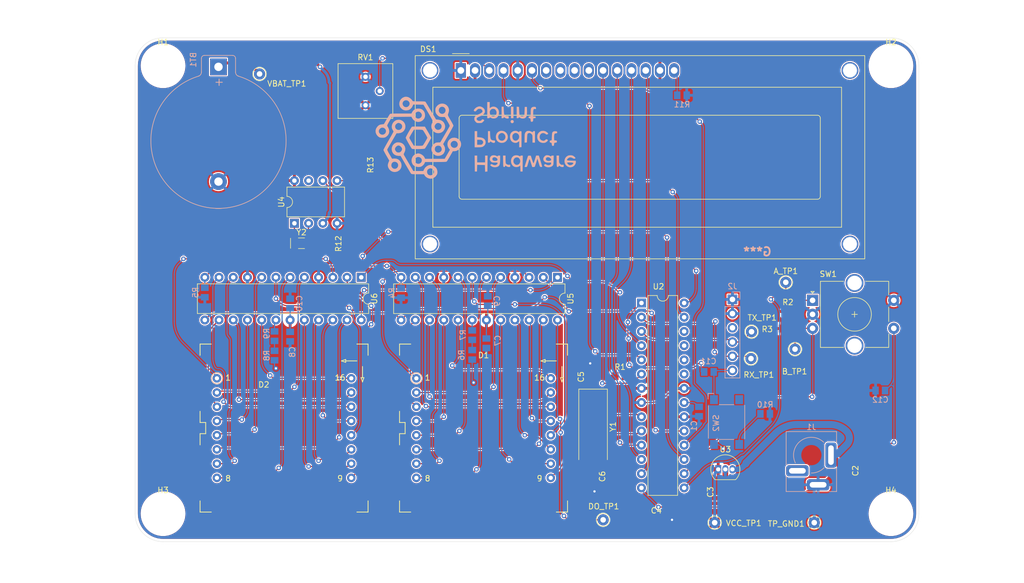
<source format=kicad_pcb>
(kicad_pcb (version 20211014) (generator pcbnew)
  (layers (0 "F.Cu" signal) (31 "B.Cu" signal) (34 "B.Paste" user) (35 "F.Paste" user) (36 "B.SilkS" user "B.Silkscreen") (37 "F.SilkS" user "F.Silkscreen") (38 "B.Mask" user) (39 "F.Mask" user) (44 "Edge.Cuts" user))
  (net 0 "")
  (net 1 "LCD D7")
  (net 2 "LCD D6")
  (net 3 "LCD D5")
  (net 4 "LCD D4")
  (net 5 "LCD E")
  (net 6 "GND")
  (net 7 "LCD RS")
  (net 8 "VCC")
  (net 9 "Net-(C5-Pad1)")
  (net 10 "Net-(R10-Pad2)")
  (net 11 "ROT ENC SWITCH")
  (net 12 "Net-(R7-Pad2)")
  (net 13 "Net-(R8-Pad2)")
  (net 14 "DATA MAX")
  (net 15 "~{RST}")
  (net 16 "RXD")
  (net 17 "TXD")
  (net 20 "Net-(D2-Pad1)")
  (net 21 "Net-(D2-Pad2)")
  (net 22 "Net-(D2-Pad3)")
  (net 23 "Net-(D2-Pad4)")
  (net 24 "Net-(D2-Pad5)")
  (net 25 "Net-(D2-Pad6)")
  (net 26 "Net-(D2-Pad7)")
  (net 27 "Net-(D2-Pad8)")
  (net 28 "Net-(D2-Pad9)")
  (net 29 "Net-(D2-Pad10)")
  (net 30 "Net-(D2-Pad11)")
  (net 31 "Net-(D2-Pad12)")
  (net 32 "Net-(D2-Pad13)")
  (net 33 "Net-(D2-Pad14)")
  (net 34 "Net-(D2-Pad15)")
  (net 35 "Net-(D2-Pad16)")
  (net 36 "Net-(U4-Pad1)")
  (net 37 "A4 SDA")
  (net 38 "Net-(U4-Pad2)")
  (net 39 "A5 SCK")
  (net 40 "VBAT")
  (net 42 "ROT ENC A OUT")
  (net 43 "ROT ENC B OUT")
  (net 44 "LOAD MAX")
  (net 45 "SCK")
  (net 46 "Net-(C1-Pad1)")
  (net 47 "D1OD2I")
  (net 48 "Net-(C2-Pad1)")
  (net 49 "Net-(C6-Pad1)")
  (net 50 "~{RESET BTN}")
  (net 51 "Net-(D1-Pad1)")
  (net 52 "Net-(D1-Pad2)")
  (net 53 "Net-(D1-Pad3)")
  (net 54 "Net-(D1-Pad4)")
  (net 55 "Net-(D1-Pad5)")
  (net 56 "Net-(D1-Pad6)")
  (net 57 "Net-(D1-Pad7)")
  (net 58 "Net-(D1-Pad8)")
  (net 59 "Net-(D1-Pad9)")
  (net 60 "Net-(D1-Pad10)")
  (net 61 "Net-(D1-Pad11)")
  (net 62 "Net-(D1-Pad12)")
  (net 63 "Net-(D1-Pad13)")
  (net 64 "Net-(D1-Pad14)")
  (net 65 "Net-(D1-Pad15)")
  (net 66 "Net-(D1-Pad16)")
  (net 67 "Net-(R6-Pad2)")
  (net 68 "Net-(R9-Pad2)")
  (net 78 "Net-(DO_TP1-Pad1)")
  (net 79 "Net-(DS1-Pad16)")
  (net 80 "Net-(DS1-Pad3)")
  (footprint "footprints:Crystal_SMD_2Pin_3.2x1.5mm" (layer "F.Cu") (at 109.718 91.704)
    (fp_text reference "Y2")
    (fp_text value "Crystal_32768Hz")
  )
  (footprint "footprints:R_0805_2012Metric" (layer "F.Cu") (at 166.624 115.443)
    (fp_text reference "R1")
    (fp_text value "10KΩ")
  )
  (footprint "footprints:MountingHole_3.2mm_M3" (layer "F.Cu") (at 215 140)
    (fp_text reference "H4")
    (fp_text value "MountingHole")
  )
  (footprint "footprints:DIP-24_W7.62mm" (layer "F.Cu") (at 155.453 97.8 -90)
    (fp_text reference "U5")
    (fp_text value "MAX7219")
  )
  (footprint "footprints:C_0805_2012Metric" (layer "F.Cu") (at 161.798 133.35 -90)
    (fp_text reference "C6")
    (fp_text value "22p")
  )
  (footprint "footprints:RotaryEncoder_TT_EN11-Switch_Vertical_H20mm_CircularMountingHoles" (layer "F.Cu") (at 201 101.9)
    (fp_text reference "SW1")
    (fp_text value "RotaryEncoder_Switch")
  )
  (footprint "footprints:KWM-30881CVB" (layer "F.Cu") (at 106.618 124.714)
    (fp_text reference "D2")
    (fp_text value "KWM-30881CVB")
  )
  (footprint "footprints:TestPoint_THTPad_D2.0mm_Drill1.0mm" (layer "F.Cu") (at 196.215 98.679)
    (fp_text reference "A_TP1")
    (fp_text value "TestPoint")
  )
  (footprint "footprints:C_0805_2012Metric" (layer "F.Cu") (at 181.102 136.144 -90)
    (fp_text reference "C3")
    (fp_text value "C_0805_0.1uf")
  )
  (footprint "footprints:C_0805_2012Metric" (layer "F.Cu") (at 173.101 141.097)
    (fp_text reference "C4")
    (fp_text value "C_0805_0.1uf")
  )
  (footprint "footprints:TestPoint_THTPad_D2.0mm_Drill1.0mm" (layer "F.Cu") (at 163.6 141.1)
    (fp_text reference "DO_TP1")
    (fp_text value "TestPoint")
  )
  (footprint "footprints:R_0805_2012Metric" (layer "F.Cu") (at 118.745 91.782 90)
    (fp_text reference "R12")
    (fp_text value "R_0805_2.2K")
  )
  (footprint "footprints:Crystal_SMD_HC49-SD" (layer "F.Cu") (at 161.798 124.46 -90)
    (fp_text reference "Y1")
    (fp_text value "Crystal 16MHZ")
  )
  (footprint "footprints:TestPoint_THTPad_D2.0mm_Drill1.0mm" (layer "F.Cu") (at 190.1 107.5)
    (fp_text reference "TX_TP1")
    (fp_text value "TestPoint")
  )
  (footprint "footprints:TestPoint_THTPad_D2.0mm_Drill1.0mm" (layer "F.Cu") (at 183.515 141.605)
    (fp_text reference "VCC_TP1")
    (fp_text value "TestPoint")
  )
  (footprint "footprints:C_0805_2012Metric" (layer "F.Cu") (at 161.29 115.57 90)
    (fp_text reference "C5")
    (fp_text value "22p")
  )
  (footprint "footprints:DIP-24_W7.62mm" (layer "F.Cu") (at 120.396 97.79 -90)
    (fp_text reference "U6")
    (fp_text value "MAX7219")
  )
  (footprint "footprints:MountingHole_3.2mm_M3" (layer "F.Cu") (at 215 60)
    (fp_text reference "H2")
    (fp_text value "MountingHole")
  )
  (footprint "footprints:MountingHole_3.2mm_M3" (layer "F.Cu") (at 85 140)
    (fp_text reference "H3")
    (fp_text value "MountingHole")
  )
  (footprint "footprints:TestPoint_THTPad_D2.0mm_Drill1.0mm" (layer "F.Cu") (at 190 112.3)
    (fp_text reference "RX_TP1")
    (fp_text value "TestPoint")
  )
  (footprint "footprints:TestPoint_THTPad_D2.0mm_Drill1.0mm" (layer "F.Cu") (at 197.866 110.617)
    (fp_text reference "B_TP1")
    (fp_text value "TestPoint")
  )
  (footprint "footprints:R_0805_2012Metric" (layer "F.Cu") (at 120.269 77.685 -90)
    (fp_text reference "R13")
    (fp_text value "R_0805_2.2K")
  )
  (footprint "footprints:MountingHole_3.2mm_M3" (layer "F.Cu") (at 85 60)
    (fp_text reference "H1")
    (fp_text value "MountingHole")
  )
  (footprint "footprints:TC1602A-01T" (layer "F.Cu") (at 138.18 60.8425)
    (fp_text reference "DS1")
    (fp_text value "TC1602A-01T")
  )
  (footprint "footprints:R_0805_2012Metric" (layer "F.Cu") (at 196.381 106.934)
    (fp_text reference "R2")
    (fp_text value "R_0805_200")
  )
  (footprint "footprints:DIP-8_W7.62mm" (layer "F.Cu") (at 108.458 88.138 90)
    (fp_text reference "U4")
    (fp_text value "DS1307_DIP-8")
  )
  (footprint "footprints:Potentiometer_Bourns_3386P_Vertical" (layer "F.Cu") (at 121.158 67.056)
    (fp_text reference "RV1")
    (fp_text value "R_POT_10K")
  )
  (footprint "footprints:TestPoint_THTPad_D2.0mm_Drill1.0mm" (layer "F.Cu") (at 102.235 61.468)
    (fp_text reference "VBAT_TP1")
    (fp_text value "TestPoint")
  )
  (footprint "footprints:TestPoint_THTPad_D2.0mm_Drill1.0mm" (layer "F.Cu") (at 201.3 141.6)
    (fp_text reference "TP_GND1")
    (fp_text value "TestPoint")
  )
  (footprint "footprints:C_0805_2012Metric" (layer "F.Cu") (at 207.01 132.334 -90)
    (fp_text reference "C2")
    (fp_text value "C_0805_1uf")
  )
  (footprint "footprints:DIP-28_W7.62mm" (layer "F.Cu") (at 170.444 102.372)
    (fp_text reference "U2")
    (fp_text value "ATmega328-PU")
  )
  (footprint "footprints:TO-92_Inline" (layer "F.Cu") (at 184.15 132.08)
    (fp_text reference "U3")
    (fp_text value "L7805_TO92")
  )
  (footprint "footprints:R_0805_2012Metric" (layer "F.Cu") (at 197.104 103.886 180)
    (fp_text reference "R3")
    (fp_text value "R_0805_200")
  )
  (footprint "footprints:KWM-30881CVB" (layer "F.Cu") (at 142.24 124.714)
    (fp_text reference "D1")
    (fp_text value "KWM-30881CVB")
  )
  (footprint "footprints:C_0805_2012Metric" (layer "B.Cu") (at 142.748 109.562 -90)
    (fp_text reference "C7")
    (fp_text value "C_0805_1uf")
  )
  (footprint "footprints:C_0805_2012Metric" (layer "B.Cu") (at 107.696 108.37 -90)
    (fp_text reference "C8")
    (fp_text value "C_0805_1uf")
  )
  (footprint "footprints:R_0805_2012Metric" (layer "B.Cu") (at 104.902 108.292 90)
    (fp_text reference "R9")
    (fp_text value "R_0805_4.7K")
  )
  (footprint "footprints:C_0805_2012Metric" (layer "B.Cu") (at 180.721 121.754 -90)
    (fp_text reference "C1")
    (fp_text value "10uf")
  )
  (footprint "footprints:R_0805_2012Metric" (layer "B.Cu") (at 140.208 111.633 90)
    (fp_text reference "R6")
    (fp_text value "R_0805_22K")
  )
  (footprint "footprints:C_0805_2012Metric" (layer "B.Cu") (at 182.499 114.681)
    (fp_text reference "C11")
    (fp_text value "100n")
  )
  (footprint "Logo:Logo" (layer "B.Cu") (at 195.246221 78.716708 180)
    (fp_text reference "G***")
    (fp_text value "LOGO" hide)
  )
  (footprint "footprints:C_0805_2012Metric" (layer "B.Cu") (at 107.696 102.45 90)
    (fp_text reference "C10")
    (fp_text value "C_0805_0.1uf")
  )
  (footprint "footprints:C_0805_2012Metric" (layer "B.Cu") (at 143.002 102.02 90)
    (fp_text reference "C9")
    (fp_text value "C_0805_0.1uf")
  )
  (footprint "footprints:Wurth-694106402002" (layer "B.Cu") (at 200.787 129.54 180)
    (fp_text reference "J1")
    (fp_text value "Power_inlet_vertical" hide)
  )
  (footprint "footprints:R_0805_2012Metric" (layer "B.Cu") (at 177.673 65.278)
    (fp_text reference "R11")
    (fp_text value "R_0805_1K")
  )
  (footprint "footprints:R_0805_2012Metric" (layer "B.Cu") (at 127.508 100.584 -90)
    (fp_text reference "R4")
    (fp_text value "R_0805_10K")
  )
  (footprint "footprints:HPS_logo" (layer "B.Cu") (at 140.843 72.898)
    (fp_text reference "G***" hide)
    (fp_text value "LOGO" hide)
  )
  (footprint "footprints:BatteryHolder_Keystone_106_1x20mm" (layer "B.Cu") (at 94.9 60.2 -90)
    (fp_text reference "BT1")
    (fp_text value "Battery_Cell")
  )
  (footprint "footprints:R_0805_2012Metric" (layer "B.Cu") (at 92.456 100.496 -90)
    (fp_text reference "R5")
    (fp_text value "R_0805_10K")
  )
  (footprint "footprints:C_0805_2012Metric" (layer "B.Cu") (at 213.1 118)
    (fp_text reference "C12")
    (fp_text value "C_0805_1uf")
  )
  (footprint "footprints:R_0805_2012Metric" (layer "B.Cu") (at 104.902 111.76 90)
    (fp_text reference "R8")
    (fp_text value "R_0805_22K")
  )
  (footprint "footprints:SW_SPST_Omron_B3FS-100xP" (layer "B.Cu") (at 185.638 123.634 -90)
    (fp_text reference "SW2")
    (fp_text value "Omron_B3F_SPST")
  )
  (footprint "footprints:R_0805_2012Metric" (layer "B.Cu") (at 192.532 122.174 180)
    (fp_text reference "R10")
    (fp_text value "R_0805_200")
  )
  (footprint "footprints:PinHeader_1x06_P2.54mm_Vertical" (layer "B.Cu") (at 186.69 101.727 180)
    (fp_text reference "J2")
    (fp_text value "Conn_01x06")
  )
  (footprint "footprints:R_0805_2012Metric" (layer "B.Cu") (at 140.208 108.116 90)
    (fp_text reference "R7")
    (fp_text value "R_0805_4.7K")
  )
  (gr_line locked (start 220 60) (end 220 140) (layer "Edge.Cuts") (width 0.05))
  (gr_line locked (start 80 60) (end 80 140) (layer "Edge.Cuts") (width 0.05))
  (gr_arc locked (start 80 60) (mid 81.464466 56.464466) (end 85 55) (layer "Edge.Cuts") (width 0.05))
  (gr_arc locked (start 85 145) (mid 81.464466 143.535534) (end 80 140) (layer "Edge.Cuts") (width 0.05))
  (gr_arc locked (start 220 140) (mid 218.535534 143.535534) (end 215 145) (layer "Edge.Cuts") (width 0.05))
  (gr_line locked (start 215 55) (end 85 55) (layer "Edge.Cuts") (width 0.05))
  (gr_arc locked (start 215 55) (mid 218.535534 56.464466) (end 220 60) (layer "Edge.Cuts") (width 0.05))
  (gr_line locked (start 215 145) (end 85 145) (layer "Edge.Cuts") (width 0.05))
  (segment (start 171.548311 130.966823) (end 171.548311 61.437104) (width 0.2032) (layer "B.Cu") (net 1))
  (segment (start 170.996155 132.299844) (end 170.444 132.852) (width 0.2032) (layer "B.Cu") (net 1))
  (segment (start 171.374155 61.016655) (end 171.2 60.8425) (width 0.2032) (layer "B.Cu") (net 1))
  (arc (start 171.374155 61.016655) (mid 171.503049 61.209558) (end 171.548311 61.437104) (width 0.2032) (layer "B.Cu") (net 1))
  (arc (start 171.548311 130.966823) (mid 171.40481 131.688248) (end 170.996155 132.299844) (width 0.2032) (layer "B.Cu") (net 1))
  (segment (start 169.4865 129.3545) (end 170.444 130.312) (width 0.2032) (layer "B.Cu") (net 2))
  (segment (start 167.159644 98.662257) (end 165.903357 99.918548) (width 0.2032) (layer "B.Cu") (net 2))
  (segment (start 168.66 95.040078) (end 168.66 60.8425) (width 0.2032) (layer "B.Cu") (net 2))
  (segment (start 165.659289 112.830096) (end 165.659289 100.507782) (width 0.2032) (layer "B.Cu") (net 2))
  (segment (start 168.529 127.04289) (end 168.529 119.758192) (width 0.2032) (layer "B.Cu") (net 2))
  (arc (start 165.659289 112.830096) (mid 166.032195 114.704825) (end 167.094144 116.294144) (width 0.2032) (layer "B.Cu") (net 2))
  (arc (start 165.659289 100.507782) (mid 165.72272 100.188891) (end 165.903357 99.918548) (width 0.2032) (layer "B.Cu") (net 2))
  (arc (start 169.4865 129.3545) (mid 168.777846 128.293924) (end 168.529 127.04289) (width 0.2032) (layer "B.Cu") (net 2))
  (arc (start 168.66 95.040078) (mid 168.27007 97.000387) (end 167.159644 98.662257) (width 0.2032) (layer "B.Cu") (net 2))
  (arc (start 168.529 119.758192) (mid 168.156093 117.883462) (end 167.094144 116.294144) (width 0.2032) (layer "B.Cu") (net 2))
  (segment (start 167.405754 127.772) (end 170.444 127.772) (width 0.2032) (layer "F.Cu") (net 3))
  (segment (start 166.836 127.536) (end 166.6 127.3) (width 0.2032) (layer "F.Cu") (net 3))
  (via (at 166.6 127.3) (size 0.8128) (drill 0.4064) (layers "F.Cu" "B.Cu") (net 3))
  (arc (start 166.836 127.536) (mid 167.097405 127.710665) (end 167.405754 127.772) (width 0.2032) (layer "F.Cu") (net 3))
  (segment (start 166.118 60.8445) (end 166.12 60.8425) (width 0.2032) (layer "B.Cu") (net 3))
  (segment (start 166.485 127.185) (end 166.6 127.3) (width 0.2032) (layer "B.Cu") (net 3))
  (segment (start 164.719 100.047828) (end 164.719 113.513566) (width 0.2032) (layer "B.Cu") (net 3))
  (segment (start 166.37 126.907365) (end 166.37 117.499433) (width 0.2032) (layer "B.Cu") (net 3))
  (segment (start 166.116 96.675171) (end 166.116 60.849328) (width 0.2032) (layer "B.Cu") (net 3))
  (arc (start 166.116 96.675171) (mid 165.934465 97.587805) (end 165.4175 98.3615) (width 0.2032) (layer "B.Cu") (net 3))
  (arc (start 164.719 100.047828) (mid 164.900534 99.135193) (end 165.4175 98.3615) (width 0.2032) (layer "B.Cu") (net 3))
  (arc (start 166.118 60.8445) (mid 166.116519 60.846715) (end 166.116 60.849328) (width 0.2032) (layer "B.Cu") (net 3))
  (arc (start 166.37 126.907365) (mid 166.399887 127.05762) (end 166.485 127.185) (width 0.2032) (layer "B.Cu") (net 3))
  (arc (start 165.5445 115.5065) (mid 166.155459 116.420865) (end 166.37 117.499433) (width 0.2032) (layer "B.Cu") (net 3))
  (arc (start 165.5445 115.5065) (mid 164.93354 114.592134) (end 164.719 113.513566) (width 0.2032) (layer "B.Cu") (net 3))
  (segment (start 163.449 116.713) (end 167.642637 116.713) (width 0.2032) (layer "F.Cu") (net 4))
  (segment (start 169.6235 115.8925) (end 170.444 115.072) (width 0.2032) (layer "F.Cu") (net 4))
  (via (at 163.449 116.713) (size 0.8128) (drill 0.4064) (layers "F.Cu" "B.Cu") (net 4))
  (arc (start 167.642637 116.713) (mid 168.714672 116.499758) (end 169.6235 115.8925) (width 0.2032) (layer "F.Cu") (net 4))
  (segment (start 163.449 116.713) (end 163.5145 116.6475) (width 0.2032) (layer "B.Cu") (net 4))
  (segment (start 163.58 116.489369) (end 163.58 60.8425) (width 0.2032) (layer "B.Cu") (net 4))
  (arc (start 163.5145 116.6475) (mid 163.562977 116.574948) (end 163.58 116.489369) (width 0.2032) (layer "B.Cu") (net 4))
  (segment (start 169.450036 64.008) (end 152.4 64.008) (width 0.2032) (layer "F.Cu") (net 5))
  (segment (start 180.848 69.977) (end 180.467 69.596) (width 0.2032) (layer "F.Cu") (net 5))
  (segment (start 179.547184 69.215) (end 178.4985 69.215) (width 0.2032) (layer "F.Cu") (net 5))
  (segment (start 173.297792 65.601792) (end 175.788467 68.092467) (width 0.2032) (layer "F.Cu") (net 5))
  (via (at 180.848 69.977) (size 0.8128) (drill 0.4064) (layers "F.Cu" "B.Cu") (net 5))
  (via (at 152.4 64.008) (size 0.8128) (drill 0.4064) (layers "F.Cu" "B.Cu") (net 5))
  (arc (start 178.4985 69.215) (mid 177.03184 68.923263) (end 175.788467 68.092467) (width 0.2032) (layer "F.Cu") (net 5))
  (arc (start 179.547184 69.215) (mid 180.044984 69.314018) (end 180.467 69.596) (width 0.2032) (layer "F.Cu") (net 5))
  (arc (start 173.297792 65.601792) (mid 171.532426 64.422213) (end 169.450036 64.008) (width 0.2032) (layer "F.Cu") (net 5))
  (segment (start 181.601222 118.562454) (end 181.202444 118.163676) (width 0.2032) (layer "B.Cu") (net 5))
  (segment (start 181.19649 124.639508) (end 178.064 127.772) (width 0.2032) (layer "B.Cu") (net 5))
  (segment (start 150.88 61.66525) (end 150.88 60.8425) (width 0.2032) (layer "B.Cu") (net 5))
  (segment (start 181.572864 124.027135) (end 181.798587 123.801412) (width 0.2032) (layer "B.Cu") (net 5))
  (segment (start 181.563571 124.049572) (end 181.563571 124.062716) (width 0.2032) (layer "B.Cu") (net 5))
  (segment (start 182 119.525189) (end 182 123.412155) (width 0.2032) (layer "B.Cu") (net 5))
  (segment (start 179.883289 105.854877) (end 179.883289 116.743247) (width 0.2032) (layer "B.Cu") (net 5))
  (segment (start 182.014433 123.421573) (end 182.009417 123.421573) (width 0.2032) (layer "B.Cu") (net 5))
  (segment (start 151.461772 63.069772) (end 152.4 64.008) (width 0.2032) (layer "B.Cu") (net 5))
  (segment (start 182.021947 123.424685) (end 182.02506 123.427798) (width 0.2032) (layer "B.Cu") (net 5))
  (segment (start 181.483 71.061012) (end 181.483 101.992833) (width 0.2032) (layer "B.Cu") (net 5))
  (segment (start 181.1655 70.2945) (end 180.848 69.977) (width 0.2032) (layer "B.Cu") (net 5))
  (segment (start 179.898168 116.779168) (end 180.811739 117.692739) (width 0.2032) (layer "B.Cu") (net 5))
  (segment (start 181.801412 123.794593) (end 182.030033 123.565973) (width 0.2032) (layer "B.Cu") (net 5))
  (segment (start 181.564407 124.078153) (end 181.564407 124.120714) (width 0.2032) (layer "B.Cu") (net 5))
  (arc (start 180.683144 103.923855) (mid 181.275124 103.037894) (end 181.483 101.992833) (width 0.2032) (layer "B.Cu") (net 5))
  (arc (start 181.202444 118.163676) (mid 181.017097 117.919793) (end 180.811739 117.692739) (width 0.2032) (layer "B.Cu") (net 5))
  (arc (start 150.88 61.66525) (mid 151.031197 62.425371) (end 151.461772 63.069772) (width 0.2032) (layer "B.Cu") (net 5))
  (arc (start 179.898168 116.779168) (mid 179.887156 116.762687) (end 179.883289 116.743247) (width 0.2032) (layer "B.Cu") (net 5))
  (arc (start 182 119.525189) (mid 181.89636 119.00416) (end 181.601222 118.562454) (width 0.2032) (layer "B.Cu") (net 5))
  (arc (start 181.19649 124.639508) (mid 181.402684 124.396017) (end 181.564407 124.120714) (width 0.2032) (layer "B.Cu") (net 5))
  (arc (start 181.801412 123.794593) (mid 181.800366 123.796157) (end 181.8 123.798003) (width 0.2032) (layer "B.Cu") (net 5))
  (arc (start 181.564407 124.078153) (mid 181.564001 124.070467) (end 181.563571 124.062716) (width 0.2032) (layer "B.Cu") (net 5))
  (arc (start 180.683144 103.923855) (mid 180.091164 104.809815) (end 179.883289 105.854877) (width 0.2032) (layer "B.Cu") (net 5))
  (arc (start 181.8 123.798003) (mid 181.799632 123.799847) (end 181.798587 123.801412) (width 0.2032) (layer "B.Cu") (net 5))
  (arc (start 181.1655 70.2945) (mid 181.400484 70.646178) (end 181.483 71.061012) (width 0.2032) (layer "B.Cu") (net 5))
  (arc (start 182.021947 123.424685) (mid 182.018499 123.422381) (end 182.014433 123.421573) (width 0.2032) (layer "B.Cu") (net 5))
  (arc (start 182 123.412155) (mid 182.002758 123.418814) (end 182.009417 123.421573) (width 0.2032) (layer "B.Cu") (net 5))
  (arc (start 181.572864 124.027135) (mid 181.565986 124.037429) (end 181.563571 124.049572) (width 0.2032) (layer "B.Cu") (net 5))
  (arc (start 182.02506 123.427798) (mid 182.04186 123.495719) (end 182.030033 123.565973) (width 0.2032) (layer "B.Cu") (net 5))
  (segment (start 175.895 141.097) (end 173.951 141.097) (width 0.2032) (layer "F.Cu") (net 6))
  (segment (start 185.42 134.589184) (end 185.42 132.08) (width 1.016) (layer "F.Cu") (net 6))
  (segment (start 205.95 133.184) (end 207.01 133.184) (width 1.27) (layer "F.Cu") (net 6))
  (segment (start 183.863748 137.248) (end 181.535605 137.248) (width 0.762) (layer "F.Cu") (net 6))
  (segment (start 198.766722 136.652) (end 187.482815 136.652) (width 1.016) (layer "F.Cu") (net 6))
  (segment (start 175.214409 118.53659) (end 174.71446 119.036538) (width 0.2032) (layer "F.Cu") (net 6))
  (segment (start 162.052 136.017) (end 161.925 135.89) (width 0.2032) (layer "F.Cu") (net 6))
  (segment (start 185.503 136.569) (end 185.801 136.271) (width 0.762) (layer "F.Cu") (net 6))
  (segment (start 201.374217 135.325782) (end 200.954 135.746) (width 1.016) (layer "F.Cu") (net 6))
  (segment (start 172.0215 120.152) (end 170.444 120.152) (width 0.2032) (layer "F.Cu") (net 6))
  (segment (start 177.942 117.734) (end 178.064 117.612) (width 0.2032) (layer "F.Cu") (net 6))
  (segment (start 181.229 137.121) (end 181.102 136.994) (width 0.762) (layer "F.Cu") (net 6))
  (segment (start 203.719782 134.354217) (end 204.140466 133.933533) (width 1.27) (layer "F.Cu") (net 6))
  (segment (start 185.801 135.509) (end 186.563 136.271) (width 1.016) (layer "F.Cu") (net 6))
  (segment (start 161.29 113.157) (end 161.29 114.72) (width 0.2032) (layer "F.Cu") (net 6))
  (segment (start 161.798 135.583394) (end 161.798 134.2) (width 0.2032) (layer "F.Cu") (net 6))
  (segment (start 176.8575 117.856) (end 177.647465 117.856) (width 0.2032) (layer "F.Cu") (net 6))
  (via (at 161.29 113.157) (size 0.8128) (drill 0.4064) (layers "F.Cu" "B.Cu") (net 6))
  (via (at 175.895 141.097) (size 0.8128) (drill 0.4064) (layers "F.Cu" "B.Cu") (net 6))
  (via (at 162.052 136.017) (size 0.8128) (drill 0.4064) (layers "F.Cu" "B.Cu") (net 6))
  (arc (start 183.863748 137.248) (mid 184.750904 137.071533) (end 185.503 136.569) (width 0.762) (layer "F.Cu") (net 6))
  (arc (start 187.482815 136.652) (mid 186.985014 136.552981) (end 186.563 136.271) (width 1.016) (layer "F.Cu") (net 6))
  (arc (start 181.229 137.121) (mid 181.369671 137.214993) (end 181.535605 137.248) (width 0.762) (layer "F.Cu") (net 6))
  (arc (start 177.942 117.734) (mid 177.806866 117.824293) (end 177.647465 117.856) (width 0.2032) (layer "F.Cu") (net 6))
  (arc (start 185.42 134.589184) (mid 185.519018 135.086984) (end 185.801 135.509) (width 1.016) (layer "F.Cu") (net 6))
  (arc (start 185.801 136.271) (mid 185.958815 135.89) (end 185.801 135.509) (width 0.762) (layer "F.Cu") (net 6))
  (arc (start 185.801 136.271) (mid 186.182 136.113184) (end 186.563 136.271) (width 1.016) (layer "F.Cu") (net 6))
  (arc (start 161.798 135.583394) (mid 161.831006 135.749328) (end 161.925 135.89) (width 0.2032) (layer "F.Cu") (net 6))
  (arc (start 175.214409 118.53659) (mid 175.968265 118.032879) (end 176.8575 117.856) (width 0.2032) (layer "F.Cu") (net 6))
  (arc (start 204.140466 133.933533) (mid 204.970687 133.378797) (end 205.95 133.184) (width 1.27) (layer "F.Cu") (net 6))
  (arc (start 198.766722 136.652) (mid 199.950468 136.416538) (end 200.954 135.746) (width 1.016) (layer "F.Cu") (net 6))
  (arc (start 174.71446 119.036538) (mid 173.478919 119.8621) (end 172.0215 120.152) (width 0.2032) (layer "F.Cu") (net 6))
  (arc (start 201.374217 135.325782) (mid 201.912294 134.96625) (end 202.547 134.84) (width 0.2032) (layer "F.Cu") (net 6))
  (arc (start 203.719782 134.354217) (mid 203.181705 134.713749) (end 202.547 134.84) (width 1.27) (layer "F.Cu") (net 6))
  (segment (start 201.3 136.012782) (end 201.3 141.6) (width 0.508) (layer "B.Cu") (net 6))
  (segment (start 201.6435 135.1835) (end 201.987 134.84) (width 0.508) (layer "B.Cu") (net 6))
  (arc (start 201.3 136.012782) (mid 201.389272 135.563977) (end 201.6435 135.1835) (width 0.508) (layer "B.Cu") (net 6))
  (segment (start 160.295789 66.675) (end 146.685 66.675) (width 0.2032) (layer "F.Cu") (net 7))
  (segment (start 162.179 110.998) (end 162.4965 111.3155) (width 0.2032) (layer "F.Cu") (net 7))
  (segment (start 160.909 66.929) (end 161.163 67.183) (width 0.2032) (layer "F.Cu") (net 7))
  (segment (start 168.909311 111.633) (end 163.263012 111.633) (width 0.2032) (layer "F.Cu") (net 7))
  (segment (start 169.9945 112.0825) (end 170.444 112.532) (width 0.2032) (layer "F.Cu") (net 7))
  (via (at 146.685 66.675) (size 0.8128) (drill 0.4064) (layers "F.Cu" "B.Cu") (net 7))
  (via (at 162.179 110.998) (size 0.8128) (drill 0.4064) (layers "F.Cu" "B.Cu") (net 7))
  (via (at 161.163 67.183) (size 0.8128) (drill 0.4064) (layers "F.Cu" "B.Cu") (net 7))
  (arc (start 163.263012 111.633) (mid 162.848178 111.550484) (end 162.4965 111.3155) (width 0.2032) (layer "F.Cu") (net 7))
  (arc (start 169.9945 112.0825) (mid 169.496611 111.749821) (end 168.909311 111.633) (width 0.2032) (layer "F.Cu") (net 7))
  (arc (start 160.909 66.929) (mid 160.627656 66.741012) (end 160.295789 66.675) (width 0.2032) (layer "F.Cu") (net 7))
  (segment (start 161.671 110.49) (end 162.179 110.998) (width 0.2032) (layer "B.Cu") (net 7))
  (segment (start 146.2425 66.2325) (end 146.685 66.675) (width 0.2032) (layer "B.Cu") (net 7))
  (segment (start 161.163 109.263579) (end 161.163 67.183) (width 0.2032) (layer "B.Cu") (net 7))
  (segment (start 145.8 65.16421) (end 145.8 60.8425) (width 0.2032) (layer "B.Cu") (net 7))
  (arc (start 145.8 65.16421) (mid 145.915002 65.742364) (end 146.2425 66.2325) (width 0.2032) (layer "B.Cu") (net 7))
  (arc (start 161.671 110.49) (mid 161.295024 109.927313) (end 161.163 109.263579) (width 0.2032) (layer "B.Cu") (net 7))
  (segment (start 181.968071 132.649928) (end 181.730617 132.887381) (width 0.762) (layer "F.Cu") (net 8))
  (segment (start 181.102 134.405) (end 181.102 135.294) (width 0.762) (layer "F.Cu") (net 8))
  (segment (start 195.531 105.120238) (end 195.531 106.934) (width 0.2032) (layer "F.Cu") (net 8))
  (segment (start 183.344 132.08) (end 184.15 132.08) (width 0.762) (layer "F.Cu") (net 8))
  (segment (start 195.8925 104.2475) (end 196.254 103.886) (width 0.2032) (layer "F.Cu") (net 8))
  (via (at 140.462 116.586) (size 0.8128) (drill 0.4064) (layers "F.Cu" "B.Cu") (net 8))
  (via (at 105.156 114.046) (size 0.8128) (drill 0.4064) (layers "F.Cu" "B.Cu") (net 8))
  (via (at 185.039 128.397) (size 0.8128) (drill 0.4064) (layers "F.Cu" "B.Cu") (net 8))
  (arc (start 181.730617 132.887381) (mid 181.265372 133.58367) (end 181.102 134.405) (width 0.762) (layer "F.Cu") (net 8))
  (arc (start 183.344 132.08) (mid 182.599352 132.228119) (end 181.968071 132.649928) (width 0.762) (layer "F.Cu") (net 8))
  (arc (start 195.8925 104.2475) (mid 195.62495 104.647915) (end 195.531 105.120238) (width 0.2032) (layer "F.Cu") (net 8))
  (segment (start 183.832 127.634) (end 183.388 127.634) (width 0.2032) (layer "B.Cu") (net 8))
  (segment (start 142.753 105.596069) (end 142.753 107.687464) (width 0.2032) (layer "B.Cu") (net 8))
  (segment (start 104.902 113.612394) (end 104.902 112.61) (width 0.2032) (layer "B.Cu") (net 8))
  (segment (start 183.515 133.164021) (end 183.515 141.605) (width 0.508) (layer "B.Cu") (net 8))
  (segment (start 142.748 107.699535) (end 142.748 108.712) (width 0.2032) (layer "B.Cu") (net 8))
  (segment (start 140.208 116.152394) (end 140.208 112.483) (width 0.2032) (layer "B.Cu") (net 8))
  (segment (start 140.335 116.459) (end 140.462 116.586) (width 0.2032) (layer "B.Cu") (net 8))
  (segment (start 183.8325 132.3975) (end 184.15 132.08) (width 0.2032) (layer "B.Cu") (net 8))
  (segment (start 105.156 114.046) (end 105.029 113.919) (width 0.2032) (layer "B.Cu") (net 8))
  (segment (start 143.002 104.99493) (end 143.002 102.87) (width 0.2032) (layer "B.Cu") (net 8))
  (segment (start 107.696 105.41) (end 107.696 103.3) (width 0.2032) (layer "B.Cu") (net 8))
  (segment (start 184.589955 127.947955) (end 185.039 128.397) (width 0.2032) (layer "B.Cu") (net 8))
  (segment (start 107.696 105.41) (end 107.696 107.52) (width 0.2032) (layer "B.Cu") (net 8))
  (arc (start 143.002 104.99493) (mid 142.969643 105.157597) (end 142.8775 105.2955) (width 0.2032) (layer "B.Cu") (net 8))
  (arc (start 142.753 105.596069) (mid 142.785356 105.433402) (end 142.8775 105.2955) (width 0.2032) (layer "B.Cu") (net 8))
  (arc (start 140.335 116.459) (mid 140.241006 116.318328) (end 140.208 116.152394) (width 0.2032) (layer "B.Cu") (net 8))
  (arc (start 183.8325 132.3975) (mid 183.597515 132.749178) (end 183.515 133.164021) (width 0.508) (layer "B.Cu") (net 8))
  (arc (start 142.7505 107.6935) (mid 142.748649 107.696268) (end 142.748 107.699535) (width 0.2032) (layer "B.Cu") (net 8))
  (arc (start 184.589955 127.947955) (mid 184.242202 127.715594) (end 183.832 127.634) (width 0.2032) (layer "B.Cu") (net 8))
  (arc (start 142.7505 107.6935) (mid 142.75235 107.69073) (end 142.753 107.687464) (width 0.2032) (layer "B.Cu") (net 8))
  (arc (start 105.029 113.919) (mid 104.935006 113.778328) (end 104.902 113.612394) (width 0.2032) (layer "B.Cu") (net 8))
  (segment (start 161.798 120.56921) (end 161.798 120.9309) (width 0.2032) (layer "F.Cu") (net 9))
  (segment (start 163.167099 122.3) (end 169.774814 122.3) (width 0.2032) (layer "F.Cu") (net 9))
  (segment (start 170.248 122.496) (end 170.444 122.692) (width 0.2032) (layer "F.Cu") (net 9))
  (segment (start 161.29 119.342789) (end 161.29 116.42) (width 0.2032) (layer "F.Cu") (net 9))
  (arc (start 161.798 120.56921) (mid 161.731987 120.237343) (end 161.544 119.956) (width 0.2032) (layer "F.Cu") (net 9))
  (arc (start 161.544 119.956) (mid 161.356012 119.674656) (end 161.29 119.342789) (width 0.2032) (layer "F.Cu") (net 9))
  (arc (start 161.798 120.9309) (mid 161.902216 121.454832) (end 162.199 121.899) (width 0.2032) (layer "F.Cu") (net 9))
  (arc (start 169.774814 122.3) (mid 170.0309 122.350938) (end 170.248 122.496) (width 0.2032) (layer "F.Cu") (net 9))
  (arc (start 163.167099 122.3) (mid 162.643167 122.195783) (end 162.199 121.899) (width 0.2032) (layer "F.Cu") (net 9))
  (segment (start 188.477019 125.37898) (end 191.682 122.174) (width 0.2032) (layer "B.Cu") (net 10))
  (segment (start 187.888 126.801) (end 187.888 127.634) (width 0.2032) (layer "B.Cu") (net 10))
  (arc (start 188.477019 125.37898) (mid 188.041081 126.031408) (end 187.888 126.801) (width 0.2032) (layer "B.Cu") (net 10))
  (segment (start 215.392 127.254) (end 215.519 127.254) (width 0.2032) (layer "F.Cu") (net 11))
  (segment (start 215.175197 127.343802) (end 205.301792 137.217207) (width 0.2032) (layer "F.Cu") (net 11))
  (segment (start 173.482 138.811) (end 201.454036 138.811) (width 0.2032) (layer "F.Cu") (net 11))
  (via (at 173.482 138.811) (size 0.8128) (drill 0.4064) (layers "F.Cu" "B.Cu") (net 11))
  (via (at 215.519 127.254) (size 0.8128) (drill 0.4064) (layers "F.Cu" "B.Cu") (net 11))
  (arc (start 215.392 127.254) (mid 215.274667 127.277338) (end 215.175197 127.343802) (width 0.2032) (layer "F.Cu") (net 11))
  (arc (start 201.454036 138.811) (mid 203.536426 138.396786) (end 205.301792 137.217207) (width 0.2032) (layer "F.Cu") (net 11))
  (segment (start 214.017677 117.982322) (end 214.765 117.235) (width 0.2032) (layer "B.Cu") (net 11))
  (segment (start 215.53 117.551873) (end 215.53 115.388126) (width 0.2032) (layer "B.Cu") (net 11))
  (segment (start 173.482 138.811) (end 170.578703 135.907703) (width 0.2032) (layer "B.Cu") (net 11))
  (segment (start 215.5245 127.2485) (end 215.519 127.254) (width 0.2032) (layer "B.Cu") (net 11))
  (segment (start 215.53 127.235221) (end 215.53 117.551873) (width 0.2032) (layer "B.Cu") (net 11))
  (segment (start 170.444 135.5825) (end 170.444 135.392) (width 0.2032) (layer "B.Cu") (net 11))
  (segment (start 213.975 118) (end 213.95 118) (width 0.2032) (layer "B.Cu") (net 11))
  (segment (start 215.53 115.388126) (end 215.53 106.894) (width 0.2032) (layer "B.Cu") (net 11))
  (arc (start 215.53 127.235221) (mid 215.52857 127.242407) (end 215.5245 127.2485) (width 0.2032) (layer "B.Cu") (net 11))
  (arc (start 215.53 117.551873) (mid 215.253364 117.137858) (end 214.765 117.235) (width 0.2032) (layer "B.Cu") (net 11))
  (arc (start 215.53 115.388126) (mid 215.331182 116.387647) (end 214.765 117.235) (width 0.2032) (layer "B.Cu") (net 11))
  (arc (start 170.578703 135.907703) (mid 170.479008 135.758498) (end 170.444 135.5825) (width 0.2032) (layer "B.Cu") (net 11))
  (arc (start 213.975 118) (mid 213.998096 117.995405) (end 214.017677 117.982322) (width 0.2032) (layer "B.Cu") (net 11))
  (segment (start 140.2105 105.4225) (end 140.213 105.42) (width 0.2032) (layer "B.Cu") (net 12))
  (segment (start 140.208 105.428535) (end 140.208 107.266) (width 0.2032) (layer "B.Cu") (net 12))
  (arc (start 140.208 105.428535) (mid 140.208649 105.425268) (end 140.2105 105.4225) (width 0.2032) (layer "B.Cu") (net 12))
  (segment (start 104.902 110.91) (end 104.902 109.142) (width 0.2032) (layer "B.Cu") (net 13))
  (segment (start 158.995676 89.662) (end 157.488323 89.662) (width 0.2032) (layer "F.Cu") (net 14))
  (segment (start 164.528741 89.662) (end 164.357188 89.662) (width 0.2032) (layer "F.Cu") (net 14))
  (segment (start 172.909124 89.662) (end 172.805566 89.662) (width 0.2032) (layer "F.Cu") (net 14))
  (segment (start 167.782467 89.662) (end 167.446685 89.662) (width 0.2032) (layer "F.Cu") (net 14))
  (segment (start 141.839992 89.662) (end 137.153704 89.662) (width 0.2032) (layer "F.Cu") (net 14))
  (segment (start 171.337973 89.662) (end 171.06286 89.662) (width 0.2032) (layer "F.Cu") (net 14))
  (segment (start 165.942994 89.662) (end 165.700315 89.662) (width 0.2032) (layer "F.Cu") (net 14))
  (segment (start 171.06286 89.662) (end 170.787747 89.662) (width 0.2032) (layer "F.Cu") (net 14))
  (segment (start 161.503048 89.662) (end 161.33882 89.662) (width 0.2032) (layer "F.Cu") (net 14))
  (segment (start 165.700315 89.662) (end 165.528761 89.662) (width 0.2032) (layer "F.Cu") (net 14))
  (segment (start 164.185635 89.662) (end 163.599849 89.662) (width 0.2032) (layer "F.Cu") (net 14))
  (segment (start 169.472361 89.662) (end 169.330111 89.662) (width 0.2032) (layer "F.Cu") (net 14))
  (segment (start 173.219799 89.662) (end 173.11624 89.662) (width 0.2032) (layer "F.Cu") (net 14))
  (segment (start 167.271468 89.662) (end 167.256817 89.662) (width 0.2032) (layer "F.Cu") (net 14))
  (segment (start 172.235997 89.662) (end 171.821765 89.662) (width 0.2032) (layer "F.Cu") (net 14))
  (segment (start 151.212568 89.662) (end 146.52628 89.662) (width 0.2032) (layer "F.Cu") (net 14))
  (segment (start 168.643897 89.662) (end 168.851013 89.662) (width 0.2032) (layer "F.Cu") (net 14))
  (segment (start 167.242166 89.662) (end 167.088927 89.662) (width 0.2032) (layer "F.Cu") (net 14))
  (segment (start 173.271579 89.662) (end 173.219799 89.662) (width 0.2032) (layer "F.Cu") (net 14))
  (segment (start 160.503029 89.662) (end 158.995676 89.662) (width 0.2032) (layer "F.Cu") (net 14))
  (segment (start 175.006 90.678) (end 174.498 90.17) (width 0.2032) (layer "F.Cu") (net 14))
  (segment (start 168.643897 89.662) (end 167.957683 89.662) (width 0.2032) (layer "F.Cu") (net 14))
  (segment (start 164.528741 89.662) (end 165.357207 89.662) (width 0.2032) (layer "F.Cu") (net 14))
  (segment (start 165.528761 89.662) (end 165.357207 89.662) (width 0.2032) (layer "F.Cu") (net 14))
  (segment (start 161.667276 89.662) (end 161.503048 89.662) (width 0.2032) (layer "F.Cu") (net 14))
  (segment (start 172.650229 89.662) (end 172.235997 89.662) (width 0.2032) (layer "F.Cu") (net 14))
  (segment (start 121.539 95.758) (end 124.968 95.758) (width 0.2032) (layer "F.Cu") (net 14))
  (segment (start 169.122995 89.662) (end 169.187861 89.662) (width 0.2032) (layer "F.Cu") (net 14))
  (segment (start 171.821765 89.662) (end 171.407533 89.662) (width 0.2032) (layer "F.Cu") (net 14))
  (segment (start 173.012682 89.662) (end 172.909124 89.662) (width 0.2032) (layer "F.Cu") (net 14))
  (segment (start 163.599849 89.662) (end 162.256724 89.662) (width 0.2032) (layer "F.Cu") (net 14))
  (segment (start 119.761 95.758) (end 121.539 95.758) (width 0.2032) (layer "F.Cu") (net 14))
  (segment (start 171.337973 89.662) (end 171.407533 89.662) (width 0.2032) (layer "F.Cu") (net 14))
  (segment (start 166.599906 89.662) (end 165.942994 89.662) (width 0.2032) (layer "F.Cu") (net 14))
  (segment (start 125.222 89.662) (end 132.467416 89.662) (width 0.2032) (layer "F.Cu") (net 14))
  (segment (start 169.122995 89.662) (end 168.851013 89.662) (width 0.2032) (layer "F.Cu") (net 14))
  (segment (start 170.169527 89.662) (end 170.787747 89.662) (width 0.2032) (layer "F.Cu") (net 14))
  (segment (start 155.898856 89.662) (end 157.488323 89.662) (width 0.2032) (layer "F.Cu") (net 14))
  (segment (start 167.286119 89.662) (end 167.271468 89.662) (width 0.2032) (layer "F.Cu") (net 14))
  (segment (start 167.256817 89.662) (end 167.242166 89.662) (width 0.2032) (layer "F.Cu") (net 14))
  (segment (start 169.752166 89.662) (end 169.614611 89.662) (width 0.2032) (layer "F.Cu") (net 14))
  (segment (start 173.012682 89.662) (end 173.11624 89.662) (width 0.2032) (layer "F.Cu") (net 14))
  (segment (start 172.650229 89.662) (end 172.805566 89.662) (width 0.2032) (layer "F.Cu") (net 14))
  (segment (start 170.169527 89.662) (end 169.752166 89.662) (width 0.2032) (layer "F.Cu") (net 14))
  (segment (start 162.256724 89.662) (end 161.667276 89.662) (width 0.2032) (layer "F.Cu") (net 14))
  (segment (start 119.761 95.758) (end 95.92484 95.758) (width 0.2032) (layer "F.Cu") (net 14))
  (segment (start 167.286119 89.662) (end 167.446685 89.662) (width 0.2032) (layer "F.Cu") (net 14))
  (segment (start 160.503029 89.662) (end 161.33882 89.662) (width 0.2032) (layer "F.Cu") (net 14))
  (segment (start 167.088927 89.662) (end 166.767797 89.662) (width 0.2032) (layer "F.Cu") (net 14))
  (segment (start 164.357188 89.662) (end 164.185635 89.662) (width 0.2032) (layer "F.Cu") (net 14))
  (segment (start 166.767797 89.662) (end 166.599906 89.662) (width 0.2032) (layer "F.Cu") (net 14))
  (segment (start 93.472 96.774) (end 92.456 97.79) (width 0.2032) (layer "F.Cu") (net 14))
  (segment (start 167.957683 89.662) (end 167.782467 89.662) (width 0.2032) (layer "F.Cu") (net 14))
  (segment (start 169.330111 89.662) (end 169.187861 89.662) (width 0.2032) (layer "F.Cu") (net 14))
  (segment (start 155.898856 89.662) (end 151.212568 89.662) (width 0.2032) (layer "F.Cu") (net 14))
  (segment (start 146.52628 89.662) (end 141.839992 89.662) (width 0.2032) (layer "F.Cu") (net 14))
  (segment (start 169.614611 89.662) (end 169.472361 89.662) (width 0.2032) (layer "F.Cu") (net 14))
  (segment (start 120.65 93.98) (end 120.65 94.869) (width 0.2032) (layer "F.Cu") (net 14))
  (segment (start 137.153704 89.662) (end 132.467416 89.662) (width 0.2032) (layer "F.Cu") (net 14))
  (via (at 175.006 90.678) (size 0.8128) (drill 0.4064) (layers "F.Cu" "B.Cu") (net 14))
  (via (at 125.222 89.662) (size 0.8128) (drill 0.4064) (layers "F.Cu" "B.Cu") (net 14))
  (via (at 124.968 95.758) (size 0.8128) (drill 0.4064) (layers "F.Cu" "B.Cu") (net 14))
  (via (at 120.65 93.98) (size 0.8128) (drill 0.4064) (layers "F.Cu" "B.Cu") (net 14))
  (arc (start 121.539 95.758) (mid 120.910382 95.497617) (end 120.65 94.869) (width 0.2032) (layer "F.Cu") (net 14))
  (arc (start 93.472 96.774) (mid 94.597372 96.022049) (end 95.92484 95.758) (width 0.2032) (layer "F.Cu") (net 14))
  (arc (start 119.761 95.758) (mid 120.389617 95.497617) (end 120.65 94.869) (width 0.2032) (layer "F.Cu") (net 14))
  (arc (start 173.271579 89.662) (mid 173.935313 89.794024) (end 174.498 90.17) (width 0.2032) (layer "F.Cu") (net 14))
  (segment (start 120.65 93.98) (end 124.878197 89.751802) (width 0.2032) (layer "B.Cu") (net 14))
  (segment (start 125.222 89.662) (end 125.095 89.662) (width 0.2032) (layer "B.Cu") (net 14))
  (segment (start 92.456 99.646) (end 92.456 97.79) (width 0.2032) (layer "B.Cu") (net 14))
  (segment (start 125.648837 95.935837) (end 127.5105 97.7975) (width 0.2032) (layer "B.Cu") (net 14))
  (segment (start 175.006 125.091667) (end 175.006 90.678) (width 0.2032) (layer "B.Cu") (net 14))
  (segment (start 127.508 97.808535) (end 127.508 99.734) (width 0.2032) (layer "B.Cu") (net 14))
  (segment (start 176.535 128.783) (end 178.064 130.312) (width 0.2032) (layer "B.Cu") (net 14))
  (segment (start 124.968 95.758) (end 125.2195 95.758) (width 0.2032) (layer "B.Cu") (net 14))
  (arc (start 127.5105 97.8025) (mid 127.511535 97.8) (end 127.5105 97.7975) (width 0.2032) (layer "B.Cu") (net 14))
  (arc (start 125.648837 95.935837) (mid 125.451855 95.804218) (end 125.2195 95.758) (width 0.2032) (layer "B.Cu") (net 14))
  (arc (start 175.006 125.091667) (mid 175.403374 127.089402) (end 176.535 128.783) (width 0.2032) (layer "B.Cu") (net 14))
  (arc (start 127.5105 97.8025) (mid 127.508649 97.805268) (end 127.508 97.808535) (width 0.2032) (layer "B.Cu") (net 14))
  (arc (start 124.878197 89.751802) (mid 124.977667 89.685338) (end 125.095 89.662) (width 0.2032) (layer "B.Cu") (net 14))
  (segment (start 181.1 113.1) (end 180.9 113.1) (width 0.2032) (layer "F.Cu") (net 15))
  (segment (start 169.447622 113.967689) (end 179.218762 113.967689) (width 0.2032) (layer "F.Cu") (net 15))
  (segment (start 168.275 113.411) (end 168.686512 113.822512) (width 0.2032) (layer "F.Cu") (net 15))
  (segment (start 167.870591 115.339408) (end 169.097134 114.112865) (width 0.2032) (layer "F.Cu") (net 15))
  (segment (start 167.6205 115.443) (end 167.474 115.443) (width 0.2032) (layer "F.Cu") (net 15))
  (segment (start 169.037 113.967689) (end 169.447622 113.967689) (width 0.2032) (layer "F.Cu") (net 15))
  (segment (start 168.021 108.495197) (end 168.021 105.791) (width 0.2032) (layer "F.Cu") (net 15))
  (segment (start 180.266155 113.533844) (end 180.558578 113.241421) (width 0.2032) (layer "F.Cu") (net 15))
  (segment (start 168.148 108.712) (end 168.0845 108.6485) (width 0.2032) (layer "F.Cu") (net 15))
  (via (at 168.021 105.791) (size 0.8128) (drill 0.4064) (layers "F.Cu" "B.Cu") (net 15))
  (via (at 168.275 113.411) (size 0.8128) (drill 0.4064) (layers "F.Cu" "B.Cu") (net 15))
  (via (at 168.148 108.712) (size 0.8128) (drill 0.4064) (layers "F.Cu" "B.Cu") (net 15))
  (via (at 181.1 113.1) (size 0.8128) (drill 0.4064) (layers "F.Cu" "B.Cu") (net 15))
  (arc (start 167.870591 115.339408) (mid 167.755848 115.416077) (end 167.6205 115.443) (width 0.2032) (layer "F.Cu") (net 15))
  (arc (start 180.266155 113.533844) (mid 179.785607 113.854936) (end 179.218762 113.967689) (width 0.2032) (layer "F.Cu") (net 15))
  (arc (start 168.021 108.495197) (mid 168.037503 108.578164) (end 168.0845 108.6485) (width 0.2032) (layer "F.Cu") (net 15))
  (arc (start 169.037 113.967689) (mid 169.115569 114.020186) (end 169.097134 114.112865) (width 0.2032) (layer "F.Cu") (net 15))
  (arc (start 169.037 113.967689) (mid 168.847317 113.929958) (end 168.686512 113.822512) (width 0.2032) (layer "F.Cu") (net 15))
  (arc (start 169.097134 114.112865) (mid 169.257939 114.005419) (end 169.447622 113.967689) (width 0.2032) (layer "F.Cu") (net 15))
  (arc (start 180.9 113.1) (mid 180.715223 113.136754) (end 180.558578 113.241421) (width 0.2032) (layer "F.Cu") (net 15))
  (segment (start 168.2115 113.3475) (end 168.275 113.411) (width 0.2032) (layer "B.Cu") (net 15))
  (segment (start 168.373139 104.44286) (end 170.444 102.372) (width 0.2032) (layer "B.Cu") (net 15))
  (segment (start 168.021 105.293) (end 168.021 105.791) (width 0.2032) (layer "B.Cu") (net 15))
  (segment (start 181.1 114.596963) (end 181.1 113.1) (width 0.2032) (layer "B.Cu") (net 15))
  (segment (start 168.148 108.712) (end 168.148 113.194197) (width 0.2032) (layer "B.Cu") (net 15))
  (segment (start 181.3755 114.681) (end 181.649 114.681) (width 0.2032) (layer "B.Cu") (net 15))
  (segment (start 181.121562 114.633772) (end 181.110781 114.622991) (width 0.2032) (layer "B.Cu") (net 15))
  (arc (start 181.121562 114.633772) (mid 181.246684 114.668313) (end 181.3755 114.681) (width 0.2032) (layer "B.Cu") (net 15))
  (arc (start 168.021 105.293) (mid 168.112517 104.832907) (end 168.373139 104.44286) (width 0.2032) (layer "B.Cu") (net 15))
  (arc (start 168.2115 113.3475) (mid 168.164503 113.277164) (end 168.148 113.194197) (width 0.2032) (layer "B.Cu") (net 15))
  (arc (start 181.1 114.596963) (mid 181.102801 114.611049) (end 181.110781 114.622991) (width 0.2032) (layer "B.Cu") (net 15))
  (segment (start 186.69 111.887) (end 184.815815 111.887) (width 0.2032) (layer "F.Cu") (net 16))
  (segment (start 183.642 105.664) (end 183.465844 105.840155) (width 0.2032) (layer "F.Cu") (net 16))
  (segment (start 186.69 111.887) (end 189.294964 111.887) (width 0.2032) (layer "F.Cu") (net 16))
  (segment (start 189.7935 112.0935) (end 190 112.3) (width 0.2032) (layer "F.Cu") (net 16))
  (segment (start 183.040567 106.016311) (end 172.329176 106.016311) (width 0.2032) (layer "F.Cu") (net 16))
  (segment (start 170.996155 105.464155) (end 170.444 104.912) (width 0.2032) (layer "F.Cu") (net 16))
  (segment (start 183.896 111.506) (end 183.515 111.125) (width 0.2032) (layer "F.Cu") (net 16))
  (via (at 183.515 111.125) (size 0.8128) (drill 0.4064) (layers "F.Cu" "B.Cu") (net 16))
  (via (at 183.642 105.664) (size 0.8128) (drill 0.4064) (layers "F.Cu" "B.Cu") (net 16))
  (arc (start 170.996155 105.464155) (mid 171.60775 105.87281) (end 172.329176 106.016311) (width 0.2032) (layer "F.Cu") (net 16))
  (arc (start 183.040567 106.016311) (mid 183.270725 105.970529) (end 183.465844 105.840155) (width 0.2032) (layer "F.Cu") (net 16))
  (arc (start 189.7935 112.0935) (mid 189.564769 111.940667) (end 189.294964 111.887) (width 0.2032) (layer "F.Cu") (net 16))
  (arc (start 184.815815 111.887) (mid 184.318014 111.787981) (end 183.896 111.506) (width 0.2032) (layer "F.Cu") (net 16))
  (segment (start 183.642 105.664) (end 183.5785 105.7275) (width 0.2032) (layer "B.Cu") (net 16))
  (segment (start 183.515 105.880802) (end 183.515 111.125) (width 0.2032) (layer "B.Cu") (net 16))
  (arc (start 183.515 105.880802) (mid 183.531503 105.797835) (end 183.5785 105.7275) (width 0.2032) (layer "B.Cu") (net 16))
  (segment (start 186.852391 109.347) (end 187.4715 109.347) (width 0.2032) (layer "F.Cu") (net 17))
  (segment (start 171.161844 108.169844) (end 170.444 107.452) (width 0.2032) (layer "F.Cu") (net 17))
  (segment (start 172.894874 108.887689) (end 185.905907 108.887689) (width 0.2032) (layer "F.Cu") (net 17))
  (segment (start 188.805603 108.794396) (end 190.1 107.5) (width 0.2032) (layer "F.Cu") (net 17))
  (segment (start 186.575172 109.232172) (end 186.460344 109.117344) (width 0.2032) (layer "F.Cu") (net 17))
  (arc (start 171.161844 108.169844) (mid 171.956965 108.701127) (end 172.894874 108.887689) (width 0.2032) (layer "F.Cu") (net 17))
  (arc (start 188.805603 108.794396) (mid 188.193511 109.203382) (end 187.4715 109.347) (width 0.2032) (layer "F.Cu") (net 17))
  (arc (start 186.575172 109.232172) (mid 186.702361 109.317157) (end 186.852391 109.347) (width 0.2032) (layer "F.Cu") (net 17))
  (arc (start 185.905907 108.887689) (mid 186.205966 108.947374) (end 186.460344 109.117344) (width 0.2032) (layer "F.Cu") (net 17))
  (segment (start 114.046 94.488) (end 88.646 94.488) (width 0.2032) (layer "F.Cu") (net 20))
  (via (at 88.646 94.488) (size 0.8128) (drill 0.4064) (layers "F.Cu" "B.Cu") (net 20))
  (via (at 114.046 94.488) (size 0.8128) (drill 0.4064) (layers "F.Cu" "B.Cu") (net 20))
  (segment (start 115.316 96.656025) (end 115.316 97.79) (width 0.2032) (layer "B.Cu") (net 20))
  (segment (start 114.681 95.123) (end 114.046 94.488) (width 0.2032) (layer "B.Cu") (net 20))
  (segment (start 86.995 97.306433) (end 86.995 105.631036) (width 0.2032) (layer "B.Cu") (net 20))
  (segment (start 87.8205 95.3135) (end 88.646 94.488) (width 0.2032) (layer "B.Cu") (net 20))
  (segment (start 88.588792 109.478792) (end 94.68 115.57) (width 0.2032) (layer "B.Cu") (net 20))
  (arc (start 88.588792 109.478792) (mid 87.409213 107.713426) (end 86.995 105.631036) (width 0.2032) (layer "B.Cu") (net 20))
  (arc (start 114.681 95.123) (mid 115.150968 95.826357) (end 115.316 96.656025) (width 0.2032) (layer "B.Cu") (net 20))
  (arc (start 86.995 97.306433) (mid 87.20954 96.227865) (end 87.8205 95.3135) (width 0.2032) (layer "B.Cu") (net 20))
  (segment (start 108.077 117.729) (end 108.458 117.348) (width 0.2032) (layer "F.Cu") (net 21))
  (segment (start 107.157184 118.11) (end 94.68 118.11) (width 0.2032) (layer "F.Cu") (net 21))
  (via (at 108.458 117.348) (size 0.8128) (drill 0.4064) (layers "F.Cu" "B.Cu") (net 21))
  (arc (start 108.077 117.729) (mid 107.654984 118.010981) (end 107.157184 118.11) (width 0.2032) (layer "F.Cu") (net 21))
  (segment (start 108.458 117.348) (end 108.794844 117.011155) (width 0.2032) (layer "B.Cu") (net 21))
  (segment (start 109.131689 99.675176) (end 109.131689 116.19794) (width 0.2032) (layer "B.Cu") (net 21))
  (segment (start 109.683844 98.342155) (end 110.236 97.79) (width 0.2032) (layer "B.Cu") (net 21))
  (arc (start 108.794844 117.011155) (mid 109.044145 116.638049) (end 109.131689 116.19794) (width 0.2032) (layer "B.Cu") (net 21))
  (arc (start 109.131689 99.675176) (mid 109.275189 98.95375) (end 109.683844 98.342155) (width 0.2032) (layer "B.Cu") (net 21))
  (segment (start 93.8855 119.8555) (end 94.68 120.65) (width 0.2032) (layer "F.Cu") (net 22))
  (segment (start 93.091 117.937407) (end 93.091 108.662038) (width 0.2032) (layer "F.Cu") (net 22))
  (segment (start 94.0435 106.3625) (end 94.996 105.41) (width 0.2032) (layer "F.Cu") (net 22))
  (arc (start 93.091 117.937407) (mid 93.297483 118.975471) (end 93.8855 119.8555) (width 0.2032) (layer "F.Cu") (net 22))
  (arc (start 94.0435 106.3625) (mid 93.338546 107.417537) (end 93.091 108.662038) (width 0.2032) (layer "F.Cu") (net 22))
  (segment (start 99.06 123.19) (end 94.68 123.19) (width 0.2032) (layer "F.Cu") (net 23))
  (via (at 99.06 123.19) (size 0.8128) (drill 0.4064) (layers "F.Cu" "B.Cu") (net 23))
  (segment (start 99.568 122.682) (end 99.06 123.19) (width 0.2032) (layer "B.Cu") (net 23))
  (segment (start 100.076 121.455579) (end 100.076 105.41) (width 0.2032) (layer "B.Cu") (net 23))
  (arc (start 100.076 121.455579) (mid 99.943975 122.119313) (end 99.568 122.682) (width 0.2032) (layer "B.Cu") (net 23))
  (segment (start 101.346 124.968) (end 100.965 125.349) (width 0.2032) (layer "F.Cu") (net 24))
  (segment (start 100.045184 125.73) (end 94.68 125.73) (width 0.2032) (layer "F.Cu") (net 24))
  (via (at 101.346 124.968) (size 0.8128) (drill 0.4064) (layers "F.Cu" "B.Cu") (net 24))
  (arc (start 100.965 125.349) (mid 100.542984 125.630981) (end 100.045184 125.73) (width 0.2032) (layer "F.Cu") (net 24))
  (segment (start 102.063844 98.342155) (end 102.616 97.79) (width 0.2032) (layer "B.Cu") (net 24))
  (segment (start 101.346 124.968) (end 101.428844 124.885155) (width 0.2032) (layer "B.Cu") (net 24))
  (segment (start 101.511689 124.685151) (end 101.511689 99.675176) (width 0.2032) (layer "B.Cu") (net 24))
  (arc (start 101.511689 124.685151) (mid 101.490158 124.793392) (end 101.428844 124.885155) (width 0.2032) (layer "B.Cu") (net 24))
  (arc (start 102.063844 98.342155) (mid 101.655189 98.95375) (end 101.511689 99.675176) (width 0.2032) (layer "B.Cu") (net 24))
  (segment (start 113.206961 128.27) (end 94.68 128.27) (width 0.2032) (layer "F.Cu") (net 25))
  (segment (start 116.459 126.365) (end 115.5065 127.3175) (width 0.2032) (layer "F.Cu") (net 25))
  (via (at 116.459 126.365) (size 0.8128) (drill 0.4064) (layers "F.Cu" "B.Cu") (net 25))
  (arc (start 113.206961 128.27) (mid 114.451462 128.022453) (end 115.5065 127.3175) (width 0.2032) (layer "F.Cu") (net 25))
  (segment (start 117.1575 106.1085) (end 117.856 105.41) (width 0.2032) (layer "B.Cu") (net 25))
  (segment (start 116.459 107.794828) (end 116.459 126.365) (width 0.2032) (layer "B.Cu") (net 25))
  (arc (start 116.459 107.794828) (mid 116.640534 106.882193) (end 117.1575 106.1085) (width 0.2032) (layer "B.Cu") (net 25))
  (segment (start 97.536 130.81) (end 97.79 130.556) (width 0.2032) (layer "F.Cu") (net 26))
  (segment (start 96.922789 131.064) (end 94.618 131.064) (width 0.2032) (layer "F.Cu") (net 26))
  (via (at 97.79 130.556) (size 0.8128) (drill 0.4064) (layers "F.Cu" "B.Cu") (net 26))
  (arc (start 97.536 130.81) (mid 97.254656 130.997987) (end 96.922789 131.064) (width 0.2032) (layer "F.Cu") (net 26))
  (segment (start 96.774 128.821579) (end 96.774 121.845605) (width 0.2032) (layer "B.Cu") (net 26))
  (segment (start 97.028 109.133655) (end 97.028 121.232394) (width 0.2032) (layer "B.Cu") (net 26))
  (segment (start 97.282 130.048) (end 97.79 130.556) (width 0.2032) (layer "B.Cu") (net 26))
  (segment (start 96.431689 99.675176) (end 96.431689 107.694033) (width 0.2032) (layer "B.Cu") (net 26))
  (segment (start 96.983844 98.342155) (end 97.536 97.79) (width 0.2032) (layer "B.Cu") (net 26))
  (arc (start 96.431689 99.675176) (mid 96.575189 98.95375) (end 96.983844 98.342155) (width 0.2032) (layer "B.Cu") (net 26))
  (arc (start 96.901 121.539) (mid 96.807006 121.679671) (end 96.774 121.845605) (width 0.2032) (layer "B.Cu") (net 26))
  (arc (start 96.431689 107.694033) (mid 96.509176 108.083592) (end 96.729844 108.413844) (width 0.2032) (layer "B.Cu") (net 26))
  (arc (start 96.901 121.539) (mid 96.994993 121.398328) (end 97.028 121.232394) (width 0.2032) (layer "B.Cu") (net 26))
  (arc (start 97.282 130.048) (mid 96.906024 129.485313) (end 96.774 128.821579) (width 0.2032) (layer "B.Cu") (net 26))
  (arc (start 96.729844 108.413844) (mid 96.950511 108.744096) (end 97.028 109.133655) (width 0.2032) (layer "B.Cu") (net 26))
  (segment (start 102.628764 133.604) (end 94.618 133.604) (width 0.2032) (layer "F.Cu") (net 27))
  (segment (start 105.664 131.826) (end 104.775 132.715) (width 0.2032) (layer "F.Cu") (net 27))
  (via (at 105.664 131.826) (size 0.8128) (drill 0.4064) (layers "F.Cu" "B.Cu") (net 27))
  (arc (start 104.775 132.715) (mid 103.790298 133.372956) (end 102.628764 133.604) (width 0.2032) (layer "F.Cu") (net 27))
  (segment (start 105.962155 131.527844) (end 105.664 131.826) (width 0.2032) (layer "B.Cu") (net 27))
  (segment (start 106.260311 130.808033) (end 106.260311 100.240874) (width 0.2032) (layer "B.Cu") (net 27))
  (segment (start 106.978155 98.507844) (end 107.696 97.79) (width 0.2032) (layer "B.Cu") (net 27))
  (arc (start 106.978155 98.507844) (mid 106.446872 99.302965) (end 106.260311 100.240874) (width 0.2032) (layer "B.Cu") (net 27))
  (arc (start 105.962155 131.527844) (mid 106.182822 131.197592) (end 106.260311 130.808033) (width 0.2032) (layer "B.Cu") (net 27))
  (segment (start 121.158 130.630412) (end 121.158 130.631404) (width 0.2032) (layer "F.Cu") (net 28))
  (segment (start 121.158 130.878706) (end 121.158 130.878458) (width 0.2032) (layer "F.Cu") (net 28))
  (segment (start 121.158 129.921) (end 121.158 130.005336) (width 0.2032) (layer "F.Cu") (net 28))
  (segment (start 121.158 130.49845) (end 121.158 130.502419) (width 0.2032) (layer "F.Cu") (net 28))
  (segment (start 121.158 130.33772) (end 121.158 130.335735) (width 0.2032) (layer "F.Cu") (net 28))
  (segment (start 121.158 130.900038) (end 121.158 130.900286) (width 0.2032) (layer "F.Cu") (net 28))
  (segment (start 121.158 130.936254) (end 121.158 130.936751) (width 0.2032) (layer "F.Cu") (net 28))
  (segment (start 121.158 130.476623) (end 121.158 130.48456) (width 0.2032) (layer "F.Cu") (net 28))
  (segment (start 121.158 129.413) (end 121.158 129.667) (width 0.2032) (layer "F.Cu") (net 28))
  (segment (start 121.158 130.93303) (end 121.158 130.934022) (width 0.2032) (layer "F.Cu") (net 28))
  (segment (start 121.158 130.773041) (end 121.158 130.766344) (width 0.2032) (layer "F.Cu") (net 28))
  (segment (start 121.158 130.858864) (end 121.158 130.860352) (width 0.2032) (layer "F.Cu") (net 28))
  (segment (start 121.158 130.841749) (end 121.158 130.845718) (width 0.2032) (layer "F.Cu") (net 28))
  (segment (start 121.158 130.540122) (end 121.158 130.555997) (width 0.2032) (layer "F.Cu") (net 28))
  (segment (start 121.158 130.494481) (end 121.158 130.49845) (width 0.2032) (layer "F.Cu") (net 28))
  (segment (start 121.158 130.841749) (end 121.158 130.837781) (width 0.2032) (layer "F.Cu") (net 28))
  (segment (start 121.158 130.868536) (end 121.158 130.873497) (width 0.2032) (layer "F.Cu") (net 28))
  (segment (start 121.158 130.8606) (end 121.158 130.860352) (width 0.2032) (layer "F.Cu") (net 28))
  (segment (start 121.158 130.845718) (end 121.158 130.849688) (width 0.2032) (layer "F.Cu") (net 28))
  (segment (start 121.158 130.790156) (end 121.158 130.791148) (width 0.2032) (layer "F.Cu") (net 28))
  (segment (start 121.158 130.667124) (end 121.158 130.669109) (width 0.2032) (layer "F.Cu") (net 28))
  (segment (start 121.158 130.153916) (end 121.158 130.200797) (width 0.2032) (layer "F.Cu") (net 28))
  (segment (start 121.158 130.788172) (end 121.158 130.783459) (width 0.2032) (layer "F.Cu") (net 28))
  (segment (start 121.158 130.327797) (end 121.158 130.335735) (width 0.2032) (layer "F.Cu") (net 28))
  (segment (start 121.158 107.90642) (end 121.158 129.413) (width 0.2032) (layer "F.Cu") (net 28))
  (segment (start 121.158 130.62545) (end 121.158 130.628427) (width 0.2032) (layer "F.Cu") (net 28))
  (segment (start 121.158 130.476623) (end 121.158 130.474639) (width 0.2032) (layer "F.Cu") (net 28))
  (segment (start 121.158 130.825874) (end 121.158 130.829843) (width 0.2032) (layer "F.Cu") (net 28))
  (segment (start 121.158 130.624458) (end 121.158 130.62545) (width 0.2032) (layer "F.Cu") (net 28))
  (segment (start 121.158 130.864568) (end 121.158 130.863576) (width 0.2032) (layer "F.Cu") (net 28))
  (segment (start 121.666 106.68) (end 122.174 106.172) (width 0.2032) (layer "F.Cu") (net 28))
  (segment (start 121.158 130.688209) (end 121.158 130.677047) (width 0.2032) (layer "F.Cu") (net 28))
  (segment (start 121.158 130.916162) (end 121.158 130.917154) (width 0.2032) (layer "F.Cu") (net 28))
  (segment (start 121.158 130.508372) (end 121.158 130.524247) (width 0.2032) (layer "F.Cu") (net 28))
  (segment (start 121.158 130.701852) (end 121.158 130.702844) (width 0.2032) (layer "F.Cu") (net 28))
  (segment (start 121.158 130.918394) (end 121.158 130.919882) (width 0.2032) (layer "F.Cu") (net 28))
  (segment (start 121.158 130.35756) (end 121.158 130.3588) (width 0.2032) (layer "F.Cu") (net 28))
  (segment (start 121.158 130.48456) (end 121.158 130.492497) (width 0.2032) (layer "F.Cu") (net 28))
  (segment (start 121.158 130.936254) (end 121.158 130.936006) (width 0.2032) (layer "F.Cu") (net 28))
  (segment (start 117.856 98.355685) (end 117.856 97.79) (width 0.2032) (layer "F.Cu") (net 28))
  (segment (start 121.158 130.82389) (end 121.158 130.825874) (width 0.2032) (layer "F.Cu") (net 28))
  (segment (start 121.158 130.341688) (end 121.158 130.345656) (width 0.2032) (layer "F.Cu") (net 28))
  (segment (start 121.158 130.655217) (end 121.158 130.659186) (width 0.2032) (layer "F.Cu") (net 28))
  (segment (start 121.158 129.836664) (end 121.158 129.921) (width 0.2032) (layer "F.Cu") (net 28))
  (segment (start 121.158 130.659186) (end 121.158 130.663155) (width 0.2032) (layer "F.Cu") (net 28))
  (segment (start 121.158 130.614536) (end 121.158 130.619497) (width 0.2032) (layer "F.Cu") (net 28))
  (segment (start 121.674037 102.739407) (end 118.255999 99.321369) (width 0.2032) (layer "F.Cu") (net 28))
  (segment (start 121.158 130.795365) (end 121.158 130.804791) (width 0.2032) (layer "F.Cu") (net 28))
  (segment (start 121.158 130.9303) (end 121.158 130.92906) (width 0.2032) (layer "F.Cu") (net 28))
  (segment (start 121.158 130.829843) (end 121.158 130.833812) (width 0.2032) (layer "F.Cu") (net 28))
  (segment (start 121.158 130.703836) (end 121.158 130.704828) (width 0.2032) (layer "F.Cu") (net 28))
  (segment (start 121.158 130.502419) (end 121.158 130.508372) (width 0.2032) (layer "F.Cu") (net 28))
  (segment (start 121.158 130.931789) (end 121.158 130.932038) (width 0.2032) (layer "F.Cu") (net 28))
  (segment (start 121.158 130.884163) (end 121.158 130.894581) (width 0.2032) (layer "F.Cu") (net 28))
  (segment (start 121.158 130.571872) (end 121.158 130.587747) (width 0.2032) (layer "F.Cu") (net 28))
  (segment (start 121.158 130.905247) (end 121.158 130.910208) (width 0.2032) (layer "F.Cu") (net 28))
  (segment (start 121.158 130.64331) (end 121.158 130.647279) (width 0.2032) (layer "F.Cu") (net 28))
  (segment (start 121.158 130.200797) (end 121.158 130.232547) (width 0.2032) (layer "F.Cu") (net 28))
  (segment (start 121.158 130.833812) (end 121.158 130.837781) (width 0.2032) (layer "F.Cu") (net 28))
  (segment (start 121.158 130.614288) (end 121.158 130.614536) (width 0.2032) (layer "F.Cu") (net 28))
  (segment (start 121.158 130.791148) (end 121.158 130.795365) (width 0.2032) (layer "F.Cu") (net 28))
  (segment (start 121.158 130.33772) (end 121.158 130.341688) (width 0.2032) (layer "F.Cu") (net 28))
  (segment (start 121.158 130.91517) (end 121.158 130.916162) (width 0.2032) (layer "F.Cu") (net 28))
  (segment (start 121.158 130.921122) (end 121.158 130.925091) (width 0.2032) (layer "F.Cu") (net 28))
  (segment (start 121.158 130.849688) (end 121.158 130.853656) (width 0.2032) (layer "F.Cu") (net 28))
  (segment (start 121.158 130.788172) (end 121.158 130.789164) (width 0.2032) (layer "F.Cu") (net 28))
  (segment (start 121.158 130.11274) (end 121.158 130.153916) (width 0.2032) (layer "F.Cu") (net 28))
  (segment (start 121.158 130.524247) (end 121.158 130.540122) (width 0.2032) (layer "F.Cu") (net 28))
  (segment (start 121.158 130.917154) (end 121.158 130.918146) (width 0.2032) (layer "F.Cu") (net 28))
  (segment (start 121.158 129.836664) (end 121.158 129.836416) (width 0.2032) (layer "F.Cu") (net 28))
  (segment (start 121.158 130.431974) (end 121.158 130.441897) (width 0.2032) (layer "F.Cu") (net 28))
  (segment (start 121.158 130.862584) (end 121.158 130.863576) (width 0.2032) (layer "F.Cu") (net 28))
  (segment (start 121.158 130.394519) (end 121.158 130.422051) (width 0.2032) (layer "F.Cu") (net 28))
  (segment (start 121.158 130.62942) (end 121.158 130.630412) (width 0.2032) (layer "F.Cu") (net 28))
  (segment (start 121.158 130.619497) (end 121.158 130.624458) (width 0.2032) (layer "F.Cu") (net 28))
  (segment (start 121.158 130.934022) (end 121.158 130.935014) (width 0.2032) (layer "F.Cu") (net 28))
  (segment (start 121.158 130.11274) (end 121.158 130.092648) (width 0.2032) (layer "F.Cu") (net 28))
  (segment (start 121.158 130.919882) (end 121.158 130.921122) (width 0.2032) (layer "F.Cu") (net 28))
  (segment (start 121.158 130.632644) (end 121.158 130.634132) (width 0.2032) (layer "F.Cu") (net 28))
  (segment (start 121.158 130.91517) (end 121.158 130.914177) (width 0.2032) (layer "F.Cu") (net 28))
  (segment (start 121.158 130.669109) (end 121.158 130.677047) (width 0.2032) (layer "F.Cu") (net 28))
  (segment (start 121.158 130.9303) (end 121.158 130.931789) (width 0.2032) (layer "F.Cu") (net 28))
  (segment (start 121.158 130.878706) (end 121.158 130.884163) (width 0.2032) (layer "F.Cu") (net 28))
  (segment (start 121.158 130.462733) (end 121.158 130.441897) (width 0.2032) (layer "F.Cu") (net 28))
  (segment (start 121.158 130.910208) (end 121.158 130.9112) (width 0.2032) (layer "F.Cu") (net 28))
  (segment (start 121.158 130.932038) (end 121.158 130.93303) (width 0.2032) (layer "F.Cu") (net 28))
  (segment (start 121.158 130.655217) (end 121.158 130.651248) (width 0.2032) (layer "F.Cu") (net 28))
  (segment (start 121.158 130.688209) (end 121.158 130.697635) (width 0.2032) (layer "F.Cu") (net 28))
  (segment (start 121.158 130.853656) (end 121.158 130.857624) (width 0.2032) (layer "F.Cu") (net 28))
  (segment (start 121.158 130.868536) (end 121.158 130.867544) (width 0.2032) (layer "F.Cu") (net 28))
  (segment (start 121.158 130.384101) (end 121.158 130.394519) (width 0.2032) (layer "F.Cu") (net 28))
  (segment (start 121.158 130.873497) (end 121.158 130.878458) (width 0.2032) (layer "F.Cu") (net 28))
  (segment (start 121.158 130.815953) (end 121.158 130.82389) (width 0.2032) (layer "F.Cu") (net 28))
  (segment (start 121.158 130.2385) (end 121.158 130.258344) (width 0.2032) (layer "F.Cu") (net 28))
  (segment (start 121.158 130.647279) (end 121.158 130.651248) (width 0.2032) (layer "F.Cu") (net 28))
  (segment (start 121.158 130.702844) (end 121.158 130.703836) (width 0.2032) (layer "F.Cu") (net 28))
  (segment (start 121.158 130.608831) (end 121.158 130.603622) (width 0.2032) (layer "F.Cu") (net 28))
  (segment (start 121.158 129.751584) (end 121.158 129.836416) (width 0.2032) (layer "F.Cu") (net 28))
  (segment (start 121.158 130.494481) (end 121.158 130.492497) (width 0.2032) (layer "F.Cu") (net 28))
  (segment (start 121.158 130.635372) (end 121.158 130.639341) (width 0.2032) (layer "F.Cu") (net 28))
  (segment (start 121.158 130.091656) (end 121.158 130.092648) (width 0.2032) (layer "F.Cu") (net 28))
  (segment (start 121.158 130.587747) (end 121.158 130.603622) (width 0.2032) (layer "F.Cu") (net 28))
  (segment (start 121.158 130.789164) (end 121.158 130.790156) (width 0.2032) (layer "F.Cu") (net 28))
  (segment (start 121.158 130.258344) (end 121.158 130.278188) (width 0.2032) (layer "F.Cu") (net 28))
  (segment (start 121.158 130.278188) (end 121.158 130.298032) (width 0.2032) (layer "F.Cu") (net 28))
  (segment (start 121.158 130.090664) (end 121.158 130.091656) (width 0.2032) (layer "F.Cu") (net 28))
  (segment (start 121.158 130.663155) (end 121.158 130.667124) (width 0.2032) (layer "F.Cu") (net 28))
  (segment (start 121.158 130.701852) (end 121.158 130.697635) (width 0.2032) (layer "F.Cu") (net 28))
  (segment (start 121.158 130.900286) (end 121.158 130.905247) (width 0.2032) (layer "F.Cu") (net 28))
  (segment (start 121.158 130.353592) (end 121.158 130.35756) (width 0.2032) (layer "F.Cu") (net 28))
  (segment (start 121.158 130.302) (end 121.158 130.298032) (width 0.2032) (layer "F.Cu") (net 28))
  (segment (start 121.158 130.089672) (end 121.158 130.090664) (width 0.2032) (layer "F.Cu") (net 28))
  (segment (start 122.174 102.87) (end 121.989315 102.87) (width 0.2032) (layer "F.Cu") (net 28))
  (segment (start 121.158 130.709541) (end 121.158 130.719959) (width 0.2032) (layer "F.Cu") (net 28))
  (segment (start 121.158 130.632644) (end 121.158 130.632396) (width 0.2032) (layer "F.Cu") (net 28))
  (segment (start 121.158 130.936751) (end 121.158 130.937) (width 0.2032) (layer "F.Cu") (net 28))
  (segment (start 121.158 130.026172) (end 121.158 130.068836) (width 0.2032) (layer "F.Cu") (net 28))
  (segment (start 121.158 130.815953) (end 121.158 130.804791) (width 0.2032) (layer "F.Cu") (net 28))
  (segment (start 121.158 130.918394) (end 121.158 130.918146) (width 0.2032) (layer "F.Cu") (net 28))
  (segment (start 121.158 130.349624) (end 121.158 130.353592) (width 0.2032) (layer "F.Cu") (net 28))
  (segment (start 121.158 130.608831) (end 121.158 130.614288) (width 0.2032) (layer "F.Cu") (net 28))
  (segment (start 121.158 130.726656) (end 121.158 130.7465) (width 0.2032) (layer "F.Cu") (net 28))
  (segment (start 121.158 130.302) (end 121.158 130.321844) (width 0.2032) (layer "F.Cu") (net 28))
  (segment (start 121.158 130.857624) (end 121.158 130.858864) (width 0.2032) (layer "F.Cu") (net 28))
  (segment (start 121.158 130.709541) (end 121.158 130.704828) (width 0.2032) (layer "F.Cu") (net 28))
  (segment (start 121.158 130.3588) (end 121.158 130.365249) (width 0.2032) (layer "F.Cu") (net 28))
  (segment (start 121.158 130.9112) (end 121.158 130.914177) (width 0.2032) (layer "F.Cu") (net 28))
  (segment (start 121.158 130.422051) (end 121.158 130.431974) (width 0.2032) (layer "F.Cu") (net 28))
  (segment (start 121.158 130.462733) (end 121.158 130.474639) (width 0.2032) (layer "F.Cu") (net 28))
  (segment (start 121.158 130.864568) (end 121.158 130.867544) (width 0.2032) (layer "F.Cu") (net 28))
  (segment (start 121.158 130.7465) (end 121.158 130.766344) (width 0.2032) (layer "F.Cu") (net 28))
  (segment (start 121.158 130.894581) (end 121.158 130.900038) (width 0.2032) (layer "F.Cu") (net 28))
  (segment (start 121.158 130.635372) (end 121.158 130.634132) (width 0.2032) (layer "F.Cu") (net 28))
  (segment (start 121.158 130.719959) (end 121.158 130.726656) (width 0.2032) (layer "F.Cu") (net 28))
  (segment (start 121.158 129.751584) (end 121.158 129.667) (width 0.2032) (layer "F.Cu") (net 28))
  (segment (start 121.158 130.026172) (end 121.158 130.005336) (width 0.2032) (layer "F.Cu") (net 28))
  (segment (start 121.158 130.639341) (end 121.158 130.64331) (width 0.2032) (layer "F.Cu") (net 28))
  (segment (start 121.158 130.628427) (end 121.158 130.62942) (width 0.2032) (layer "F.Cu") (net 28))
  (segment (start 121.158 130.373683) (end 121.158 130.384101) (width 0.2032) (layer "F.Cu") (net 28))
  (segment (start 121.158 130.345656) (end 121.158 130.349624) (width 0.2032) (layer "F.Cu") (net 28))
  (segment (start 121.158 130.321844) (end 121.158 130.327797) (width 0.2032) (layer "F.Cu") (net 28))
  (segment (start 121.158 130.773041) (end 121.158 130.783459) (width 0.2032) (layer "F.Cu") (net 28))
  (segment (start 121.158 130.925091) (end 121.158 130.92906) (width 0.2032) (layer "F.Cu") (net 28))
  (segment (start 121.158 130.935014) (end 121.158 130.936006) (width 0.2032) (layer "F.Cu") (net 28))
  (segment (start 121.158 130.555997) (end 121.158 130.571872) (width 0.2032) (layer "F.Cu") (net 28))
  (segment (start 121.158 130.068836) (end 121.158 130.089672) (width 0.2032) (layer "F.Cu") (net 28))
  (segment (start 121.158 130.8606) (end 121.158 130.861592) (width 0.2032) (layer "F.Cu") (net 28))
  (segment (start 121.068197 131.153802) (end 118.618 133.604) (width 0.2032) (layer "F.Cu") (net 28))
  (segment (start 121.158 130.373683) (end 121.158 130.365249) (width 0.2032) (layer "F.Cu") (net 28))
  (segment (start 121.158 130.861592) (end 121.158 130.862584) (width 0.2032) (layer "F.Cu") (net 28))
  (segment (start 121.158 130.2385) (end 121.158 130.232547) (width 0.2032) (layer "F.Cu") (net 28))
  (segment (start 121.158 130.631404) (end 121.158 130.632396) (width 0.2032) (layer "F.Cu") (net 28))
  (via (at 122.174 102.87) (size 0.8128) (drill 0.4064) (layers "F.Cu" "B.Cu") (net 28))
  (via (at 122.174 106.172) (size 0.8128) (drill 0.4064) (layers "F.Cu" "B.Cu") (net 28))
  (arc (start 121.158 130.937) (mid 121.13466 131.054332) (end 121.068197 131.153802) (width 0.2032) (layer "F.Cu") (net 28))
  (arc (start 121.674037 102.739407) (mid 121.818688 102.836059) (end 121.989315 102.87) (width 0.2032) (layer "F.Cu") (net 28))
  (arc (start 117.856 98.355685) (mid 117.959956 98.878309) (end 118.255999 99.321369) (width 0.2032) (layer "F.Cu") (net 28))
  (arc (start 121.666 106.68) (mid 121.290024 107.242686) (end 121.158 107.90642) (width 0.2032) (layer "F.Cu") (net 28))
  (segment (start 122.428 105.738394) (end 122.428 103.303605) (width 0.2032) (layer "B.Cu") (net 28))
  (segment (start 122.174 106.172) (end 122.301 106.045) (width 0.2032) (layer "B.Cu") (net 28))
  (segment (start 122.174 102.87) (end 122.301 102.997) (width 0.2032) (layer "B.Cu") (net 28))
  (arc (start 122.301 106.045) (mid 122.394993 105.904328) (end 122.428 105.738394) (width 0.2032) (layer "B.Cu") (net 28))
  (arc (start 122.301 102.997) (mid 122.394993 103.137671) (end 122.428 103.303605) (width 0.2032) (layer "B.Cu") (net 28))
  (segment (start 118.364 131.318) (end 118.618 131.064) (width 0.2032) (layer "F.Cu") (net 29))
  (segment (start 117.750789 131.572) (end 110.998 131.572) (width 0.2032) (layer "F.Cu") (net 29))
  (via (at 110.998 131.572) (size 0.8128) (drill 0.4064) (layers "F.Cu" "B.Cu") (net 29))
  (arc (start 117.750789 131.572) (mid 118.082656 131.505987) (end 118.364 131.318) (width 0.2032) (layer "F.Cu") (net 29))
  (segment (start 110.998 131.572) (end 110.617 131.191) (width 0.2032) (layer "B.Cu") (net 29))
  (segment (start 110.236 130.271184) (end 110.236 105.41) (width 0.2032) (layer "B.Cu") (net 29))
  (arc (start 110.236 130.271184) (mid 110.335018 130.768984) (end 110.617 131.191) (width 0.2032) (layer "B.Cu") (net 29))
  (segment (start 116.066093 130.302) (end 116.050218 130.302) (width 0.2032) (layer "F.Cu") (net 30))
  (segment (start 115.72875 130.302) (end 115.716844 130.302) (width 0.2032) (layer "F.Cu") (net 30))
  (segment (start 116.449078 130.302) (end 116.447093 130.302) (width 0.2032) (layer "F.Cu") (net 30))
  (segment (start 115.968859 130.302) (end 115.970844 130.302) (width 0.2032) (layer "F.Cu") (net 30))
  (segment (start 114.384832 130.302) (end 114.215168 130.302) (width 0.2032) (layer "F.Cu") (net 30))
  (segment (start 116.038312 130.302) (end 116.030374 130.302) (width 0.2032) (layer "F.Cu") (net 30))
  (segment (start 116.432707 130.302) (end 116.42973 130.302) (width 0.2032) (layer "F.Cu") (net 30))
  (segment (start 113.538 130.302) (end 113.209605 130.302) (width 0.2032) (layer "F.Cu") (net 30))
  (segment (start 114.897296 130.302) (end 114.895312 130.302) (width 0.2032) (layer "F.Cu") (net 30))
  (segment (start 115.268372 130.302) (end 115.228685 130.302) (width 0.2032) (layer "F.Cu") (net 30))
  (segment (start 115.595797 130.302) (end 115.637469 130.302) (width 0.2032) (layer "F.Cu") (net 30))
  (segment (start 116.379622 130.302) (end 116.371685 130.302) (width 0.2032) (layer "F.Cu") (net 30))
  (segment (start 114.893328 130.302) (end 114.891344 130.302) (width 0.2032) (layer "F.Cu") (net 30))
  (segment (start 115.940582 130.302) (end 115.929668 130.302) (width 0.2032) (layer "F.Cu") (net 30))
  (segment (start 115.355686 130.302) (end 115.315998 130.302) (width 0.2032) (layer "F.Cu") (net 30))
  (segment (start 116.088418 130.302) (end 116.066093 130.302) (width 0.2032) (layer "F.Cu") (net 30))
  (segment (start 115.427126 130.302) (end 115.419188 130.302) (width 0.2032) (layer "F.Cu") (net 30))
  (segment (start 115.980268 130.302) (end 115.977292 130.302) (width 0.2032) (layer "F.Cu") (net 30))
  (segment (start 116.42725 130.302) (end 116.419312 130.302) (width 0.2032) (layer "F.Cu") (net 30))
  (segment (start 116.288344 130.302) (end 116.278918 130.302) (width 0.2032) (layer "F.Cu") (net 30))
  (segment (start 116.480332 130.302) (end 116.469418 130.302) (width 0.2032) (layer "F.Cu") (net 30))
  (segment (start 116.278918 130.302) (end 116.258082 130.302) (width 0.2032) (layer "F.Cu") (net 30))
  (segment (start 114.891344 130.302) (end 114.849672 130.302) (width 0.2032) (layer "F.Cu") (net 30))
  (segment (start 116.439156 130.302) (end 116.437172 130.302) (width 0.2032) (layer "F.Cu") (net 30))
  (segment (start 116.32158 130.302) (end 116.302729 130.302) (width 0.2032) (layer "F.Cu") (net 30))
  (segment (start 116.548296 130.302) (end 116.548792 130.302) (width 0.2032) (layer "F.Cu") (net 30))
  (segment (start 115.177092 130.302) (end 115.188998 130.302) (width 0.2032) (layer "F.Cu") (net 30))
  (segment (start 116.411374 130.302) (end 116.403436 130.302) (width 0.2032) (layer "F.Cu") (net 30))
  (segment (start 116.244688 130.302) (end 116.205 130.302) (width 0.2032) (layer "F.Cu") (net 30))
  (segment (start 116.540359 130.302) (end 116.534406 130.302) (width 0.2032) (layer "F.Cu") (net 30))
  (segment (start 115.940582 130.302) (end 115.941078 130.302) (width 0.2032) (layer "F.Cu") (net 30))
  (segment (start 116.42973 130.302) (end 116.42725 130.302) (width 0.2032) (layer "F.Cu") (net 30))
  (segment (start 116.403436 130.302) (end 116.395498 130.302) (width 0.2032) (layer "F.Cu") (net 30))
  (segment (start 116.57558 130.302) (end 116.572601 130.302) (width 0.2032) (layer "F.Cu") (net 30))
  (segment (start 116.32158 130.302) (end 116.343904 130.302) (width 0.2032) (layer "F.Cu") (net 30))
  (segment (start 116.57558 130.302) (end 116.576078 130.302) (width 0.2032) (layer "F.Cu") (net 30))
  (segment (start 115.427126 130.302) (end 115.429606 130.302) (width 0.2032) (layer "F.Cu") (net 30))
  (segment (start 115.681124 130.302) (end 115.665249 130.302) (width 0.2032) (layer "F.Cu") (net 30))
  (segment (start 114.385328 130.302) (end 114.384832 130.302) (width 0.2032) (layer "F.Cu") (net 30))
  (segment (start 115.91925 130.302) (end 115.8875 130.302) (width 0.2032) (layer "F.Cu") (net 30))
  (segment (start 116.435188 130.302) (end 116.433204 130.302) (width 0.2032) (layer "F.Cu") (net 30))
  (segment (start 114.554 130.302) (end 114.385328 130.302) (width 0.2032) (layer "F.Cu") (net 30))
  (segment (start 116.014499 130.302) (end 116.022436 130.302) (width 0.2032) (layer "F.Cu") (net 30))
  (segment (start 115.85575 130.302) (end 115.824 130.302) (width 0.2032) (layer "F.Cu") (net 30))
  (segment (start 116.551768 130.302) (end 116.554248 130.302) (width 0.2032) (layer "F.Cu") (net 30))
  (segment (start 116.205 130.302) (end 116.165312 130.302) (width 0.2032) (layer "F.Cu") (net 30))
  (segment (start 115.395374 130.302) (end 115.387436 130.302) (width 0.2032) (layer "F.Cu") (net 30))
  (segment (start 115.79225 130.302) (end 115.7605 130.302) (width 0.2032) (layer "F.Cu") (net 30))
  (segment (start 116.572601 130.302) (end 116.570122 130.302) (width 0.2032) (layer "F.Cu") (net 30))
  (segment (start 115.665249 130.302) (end 115.661281 130.302) (width 0.2032) (layer "F.Cu") (net 30))
  (segment (start 115.228685 130.302) (end 115.188998 130.302) (width 0.2032) (layer "F.Cu") (net 30))
  (segment (start 115.575953 130.302) (end 115.556109 130.302) (width 0.2032) (layer "F.Cu") (net 30))
  (segment (start 114.215168 130.302) (end 114.046 130.302) (width 0.2032) (layer "F.Cu") (net 30))
  (segment (start 115.929668 130.302) (end 115.91925 130.302) (width 0.2032) (layer "F.Cu") (net 30))
  (segment (start 117.019605 130.122394) (end 118.618 128.524) (width 0.2032) (layer "F.Cu") (net 30))
  (segment (start 116.578062 130.302) (end 116.576078 130.302) (width 0.2032) (layer "F.Cu") (net 30))
  (segment (start 115.951 130.302) (end 115.941078 130.302) (width 0.2032) (layer "F.Cu") (net 30))
  (segment (start 116.447093 130.302) (end 116.44114 130.302) (width 0.2032) (layer "F.Cu") (net 30))
  (segment (start 116.584014 130.302) (end 116.58203 130.302) (width 0.2032) (layer "F.Cu") (net 30))
  (segment (start 115.700968 130.302) (end 115.696999 130.302) (width 0.2032) (layer "F.Cu") (net 30))
  (segment (start 116.586 130.302) (end 116.585503 130.302) (width 0.2032) (layer "F.Cu") (net 30))
  (segment (start 115.480207 130.302) (end 115.459371 130.302) (width 0.2032) (layer "F.Cu") (net 30))
  (segment (start 115.308059 130.302) (end 115.268372 130.302) (width 0.2032) (layer "F.Cu") (net 30))
  (segment (start 115.442504 130.302) (end 115.429606 130.302) (width 0.2032) (layer "F.Cu") (net 30))
  (segment (start 115.8875 130.302) (end 115.85575 130.302) (width 0.2032) (layer "F.Cu") (net 30))
  (segment (start 116.290328 130.302) (end 116.288344 130.302) (width 0.2032) (layer "F.Cu") (net 30))
  (segment (start 116.544328 130.302) (end 116.542344 130.302) (width 0.2032) (layer "F.Cu") (net 30))
  (segment (start 116.363748 130.302) (end 116.359779 130.302) (width 0.2032) (layer "F.Cu") (net 30))
  (segment (start 116.387559 130.302) (end 116.379622 130.302) (width 0.2032) (layer "F.Cu") (net 30))
  (segment (start 116.302729 130.302) (end 116.294296 130.302) (width 0.2032) (layer "F.Cu") (net 30))
  (segment (start 116.468922 130.302) (end 116.459 130.302) (width 0.2032) (layer "F.Cu") (net 30))
  (segment (start 115.696999 130.302) (end 115.681124 130.302) (width 0.2032) (layer "F.Cu") (net 30))
  (segment (start 114.849672 130.302) (end 114.764344 130.302) (width 0.2032) (layer "F.Cu") (net 30))
  (segment (start 115.976796 130.302) (end 115.977292 130.302) (width 0.2032) (layer "F.Cu") (net 30))
  (segment (start 116.121656 130.302) (end 116.119672 130.302) (width 0.2032) (layer "F.Cu") (net 30))
  (segment (start 116.151918 130.302) (end 116.131082 130.302) (width 0.2032) (layer "F.Cu") (net 30))
  (segment (start 114.764344 130.302) (end 114.722672 130.302) (width 0.2032) (layer "F.Cu") (net 30))
  (segment (start 116.395498 130.302) (end 116.387559 130.302) (width 0.2032) (layer "F.Cu") (net 30))
  (segment (start 116.10727 130.302) (end 116.115704 130.302) (width 0.2032) (layer "F.Cu") (net 30))
  (segment (start 116.570122 130.302) (end 116.562185 130.302) (width 0.2032) (layer "F.Cu") (net 30))
  (segment (start 116.501168 130.302) (end 116.480332 130.302) (width 0.2032) (layer "F.Cu") (net 30))
  (segment (start 116.58451 130.302) (end 116.584014 130.302) (width 0.2032) (layer "F.Cu") (net 30))
  (segment (start 115.501043 130.302) (end 115.480207 130.302) (width 0.2032) (layer "F.Cu") (net 30))
  (segment (start 116.551768 130.302) (end 116.548792 130.302) (width 0.2032) (layer "F.Cu") (net 30))
  (segment (start 116.04625 130.302) (end 116.038312 130.302) (width 0.2032) (layer "F.Cu") (net 30))
  (segment (start 115.556109 130.302) (end 115.501043 130.302) (width 0.2032) (layer "F.Cu") (net 30))
  (segment (start 116.532422 130.302) (end 116.5225 130.302) (width 0.2032) (layer "F.Cu") (net 30))
  (segment (start 115.661281 130.302) (end 115.637469 130.302) (width 0.2032) (layer "F.Cu") (net 30))
  (segment (start 115.403312 130.302) (end 115.395374 130.302) (width 0.2032) (layer "F.Cu") (net 30))
  (segment (start 116.540359 130.302) (end 116.542344 130.302) (width 0.2032) (layer "F.Cu") (net 30))
  (segment (start 116.532422 130.302) (end 116.534406 130.302) (width 0.2032) (layer "F.Cu") (net 30))
  (segment (start 116.512082 130.302) (end 116.501168 130.302) (width 0.2032) (layer "F.Cu") (net 30))
  (segment (start 114.895312 130.302) (end 114.893328 130.302) (width 0.2032) (layer "F.Cu") (net 30))
  (segment (start 116.5225 130.302) (end 116.512578 130.302) (width 0.2032) (layer "F.Cu") (net 30))
  (segment (start 116.050218 130.302) (end 116.04625 130.302) (width 0.2032) (layer "F.Cu") (net 30))
  (segment (start 115.41125 130.302) (end 115.403312 130.302) (width 0.2032) (layer "F.Cu") (net 30))
  (segment (start 115.708906 130.302) (end 115.700968 130.302) (width 0.2032) (layer "F.Cu") (net 30))
  (segment (start 116.014499 130.302) (end 116.006559 130.302) (width 0.2032) (layer "F.Cu") (net 30))
  (segment (start 116.151918 130.302) (end 116.165312 130.302) (width 0.2032) (layer "F.Cu") (net 30))
  (segment (start 114.897296 130.302) (end 114.937479 130.302) (width 0.2032) (layer "F.Cu") (net 30))
  (segment (start 116.439156 130.302) (end 116.44114 130.302) (width 0.2032) (layer "F.Cu") (net 30))
  (segment (start 115.972828 130.302) (end 115.970844 130.302) (width 0.2032) (layer "F.Cu") (net 30))
  (segment (start 115.990685 130.302) (end 115.982748 130.302) (width 0.2032) (layer "F.Cu") (net 30))
  (segment (start 115.595797 130.302) (end 115.575953 130.302) (width 0.2032) (layer "F.Cu") (net 30))
  (segment (start 115.960922 130.302) (end 115.951 130.302) (width 0.2032) (layer "F.Cu") (net 30))
  (segment (start 116.10727 130.302) (end 116.088418 130.302) (width 0.2032) (layer "F.Cu") (net 30))
  (segment (start 115.998622 130.302) (end 115.990685 130.302) (width 0.2032) (layer "F.Cu") (net 30))
  (segment (start 116.359779 130.302) (end 116.343904 130.302) (width 0.2032) (layer "F.Cu") (net 30))
  (segment (start 115.442504 130.302) (end 115.459371 130.302) (width 0.2032) (layer "F.Cu") (net 30))
  (segment (start 115.315998 130.302) (end 115.308059 130.302) (width 0.2032) (layer "F.Cu") (net 30))
  (segment (start 115.7605 130.302) (end 115.72875 130.302) (width 0.2032) (layer "F.Cu") (net 30))
  (segment (start 116.437172 130.302) (end 116.435188 130.302) (width 0.2032) (layer "F.Cu") (net 30))
  (segment (start 115.419188 130.302) (end 115.41125 130.302) (width 0.2032) (layer "F.Cu") (net 30))
  (segment (start 116.468922 130.302) (end 116.469418 130.302) (width 0.2032) (layer "F.Cu") (net 30))
  (segment (start 115.960922 130.302) (end 115.962906 130.302) (width 0.2032) (layer "F.Cu") (net 30))
  (segment (start 116.459 130.302) (end 116.449078 130.302) (width 0.2032) (layer "F.Cu") (net 30))
  (segment (start 116.119672 130.302) (end 116.117688 130.302) (width 0.2032) (layer "F.Cu") (net 30))
  (segment (start 116.244688 130.302) (end 116.258082 130.302) (width 0.2032) (layer "F.Cu") (net 30))
  (segment (start 116.562185 130.302) (end 116.554248 130.302) (width 0.2032) (layer "F.Cu") (net 30))
  (segment (start 115.383467 130.302) (end 115.367592 130.302) (width 0.2032) (layer "F.Cu") (net 30))
  (segment (start 116.512082 130.302) (end 116.512578 130.302) (width 0.2032) (layer "F.Cu") (net 30))
  (segment (start 112.903 130.429) (end 112.776 130.556) (width 0.2032) (layer "F.Cu") (net 30))
  (segment (start 115.387436 130.302) (end 115.383467 130.302) (width 0.2032) (layer "F.Cu") (net 30))
  (segment (start 114.722672 130.302) (end 114.554 130.302) (width 0.2032) (layer "F.Cu") (net 30))
  (segment (start 115.177092 130.302) (end 115.113592 130.302) (width 0.2032) (layer "F.Cu") (net 30))
  (segment (start 115.01983 130.302) (end 114.937479 130.302) (width 0.2032) (layer "F.Cu") (net 30))
  (segment (start 116.585503 130.302) (end 116.58451 130.302) (width 0.2032) (layer "F.Cu") (net 30))
  (segment (start 116.294296 130.302) (end 116.292312 130.302) (width 0.2032) (layer "F.Cu") (net 30))
  (segment (start 116.371685 130.302) (end 116.363748 130.302) (width 0.2032) (layer "F.Cu") (net 30))
  (segment (start 116.030374 130.302) (end 116.022436 130.302) (width 0.2032) (layer "F.Cu") (net 30))
  (segment (start 115.113592 130.302) (end 115.01983 130.302) (width 0.2032) (layer "F.Cu") (net 30))
  (segment (start 116.58203 130.302) (end 116.580046 130.302) (width 0.2032) (layer "F.Cu") (net 30))
  (segment (start 116.548296 130.302) (end 116.546312 130.302) (width 0.2032) (layer "F.Cu") (net 30))
  (segment (start 115.974812 130.302) (end 115.972828 130.302) (width 0.2032) (layer "F.Cu") (net 30))
  (segment (start 116.419312 130.302) (end 116.411374 130.302) (width 0.2032) (layer "F.Cu") (net 30))
  (segment (start 116.580046 130.302) (end 116.578062 130.302) (width 0.2032) (layer "F.Cu") (net 30))
  (segment (start 116.006559 130.302) (end 115.998622 130.302) (width 0.2032) (layer "F.Cu") (net 30))
  (segment (start 116.432707 130.302) (end 116.433204 130.302) (width 0.2032) (layer "F.Cu") (net 30))
  (segment (start 116.117688 130.302) (end 116.115704 130.302) (width 0.2032) (layer "F.Cu") (net 30))
  (segment (start 115.968859 130.302) (end 115.962906 130.302) (width 0.2032) (layer "F.Cu") (net 30))
  (segment (start 115.824 130.302) (end 115.79225 130.302) (width 0.2032) (layer "F.Cu") (net 30))
  (segment (start 115.367592 130.302) (end 115.355686 130.302) (width 0.2032) (layer "F.Cu") (net 30))
  (segment (start 115.716844 130.302) (end 115.708906 130.302) (width 0.2032) (layer "F.Cu") (net 30))
  (segment (start 115.980268 130.302) (end 115.982748 130.302) (width 0.2032) (layer "F.Cu") (net 30))
  (segment (start 116.131082 130.302) (end 116.121656 130.302) (width 0.2032) (layer "F.Cu") (net 30))
  (segment (start 114.046 130.302) (end 113.538 130.302) (width 0.2032) (layer "F.Cu") (net 30))
  (segment (start 116.546312 130.302) (end 116.544328 130.302) (width 0.2032) (layer "F.Cu") (net 30))
  (segment (start 116.292312 130.302) (end 116.290328 130.302) (width 0.2032) (layer "F.Cu") (net 30))
  (segment (start 115.976796 130.302) (end 115.974812 130.302) (width 0.2032) (layer "F.Cu") (net 30))
  (via (at 112.776 130.556) (size 0.8128) (drill 0.4064) (layers "F.Cu" "B.Cu") (net 30))
  (arc (start 117.019605 130.122394) (mid 116.820665 130.255321) (end 116.586 130.302) (width 0.2032) (layer "F.Cu") (net 30))
  (arc (start 112.903 130.429) (mid 113.043671 130.335006) (end 113.209605 130.302) (width 0.2032) (layer "F.Cu") (net 30))
  (segment (start 112.776 130.556) (end 112.395 130.175) (width 0.2032) (layer "B.Cu") (net 30))
  (segment (start 112.395 105.791) (end 112.776 105.41) (width 0.2032) (layer "B.Cu") (net 30))
  (segment (start 112.014 106.710815) (end 112.014 129.255184) (width 0.2032) (layer "B.Cu") (net 30))
  (arc (start 112.014 106.710815) (mid 112.113018 106.213014) (end 112.395 105.791) (width 0.2032) (layer "B.Cu") (net 30))
  (arc (start 112.014 129.255184) (mid 112.113018 129.752984) (end 112.395 130.175) (width 0.2032) (layer "B.Cu") (net 30))
  (segment (start 107.324025 102.87) (end 117.586592 102.87) (width 0.2032) (layer "F.Cu") (net 31))
  (segment (start 118.0465 103.0605) (end 118.237 103.251) (width 0.2032) (layer "F.Cu") (net 31))
  (segment (start 105.156 101.6) (end 105.791 102.235) (width 0.2032) (layer "F.Cu") (net 31))
  (via (at 105.156 101.6) (size 0.8128) (drill 0.4064) (layers "F.Cu" "B.Cu") (net 31))
  (via (at 118.237 103.251) (size 0.8128) (drill 0.4064) (layers "F.Cu" "B.Cu") (net 31))
  (arc (start 107.324025 102.87) (mid 106.494357 102.704968) (end 105.791 102.235) (width 0.2032) (layer "F.Cu") (net 31))
  (arc (start 118.0465 103.0605) (mid 117.835492 102.919509) (end 117.586592 102.87) (width 0.2032) (layer "F.Cu") (net 31))
  (segment (start 118.960311 104.755177) (end 118.960311 104.485769) (width 0.2032) (layer "B.Cu") (net 31))
  (segment (start 120.142 107.553313) (end 120.142 123.382369) (width 0.2032) (layer "B.Cu") (net 31))
  (segment (start 119.38 125.222) (end 118.618 125.984) (width 0.2032) (layer "B.Cu") (net 31))
  (segment (start 118.598655 103.612655) (end 118.237 103.251) (width 0.2032) (layer "B.Cu") (net 31))
  (segment (start 105.156 101.6) (end 105.156 97.79) (width 0.2032) (layer "B.Cu") (net 31))
  (segment (start 119.551155 106.126888) (end 119.512466 106.088199) (width 0.2032) (layer "B.Cu") (net 31))
  (arc (start 118.598655 103.612655) (mid 118.866319 104.013243) (end 118.960311 104.485769) (width 0.2032) (layer "B.Cu") (net 31))
  (arc (start 118.960311 104.755177) (mid 119.103811 105.476603) (end 119.512466 106.088199) (width 0.2032) (layer "B.Cu") (net 31))
  (arc (start 120.142 123.382369) (mid 119.943962 124.37797) (end 119.38 125.222) (width 0.2032) (layer "B.Cu") (net 31))
  (arc (start 120.142 107.553313) (mid 119.988444 106.781337) (end 119.551155 106.126888) (width 0.2032) (layer "B.Cu") (net 31))
  (segment (start 115.27242 123.444) (end 118.618 123.444) (width 0.2032) (layer "F.Cu") (net 32))
  (segment (start 114.046 122.936) (end 113.538 122.428) (width 0.2032) (layer "F.Cu") (net 32))
  (via (at 113.538 122.428) (size 0.8128) (drill 0.4064) (layers "F.Cu" "B.Cu") (net 32))
  (arc (start 115.27242 123.444) (mid 114.608686 123.311975) (end 114.046 122.936) (width 0.2032) (layer "F.Cu") (net 32))
  (segment (start 114.427 106.299) (end 115.316 105.41) (width 0.2032) (layer "B.Cu") (net 32))
  (segment (start 113.538 108.445235) (end 113.538 122.428) (width 0.2032) (layer "B.Cu") (net 32))
  (arc (start 113.538 108.445235) (mid 113.769043 107.283701) (end 114.427 106.299) (width 0.2032) (layer "B.Cu") (net 32))
  (segment (start 95.8093 120.014034) (end 96.254283 120.459017) (width 0.2032) (layer "F.Cu") (net 33))
  (segment (start 97.328566 120.904) (end 118.618 120.904) (width 0.2032) (layer "F.Cu") (net 33))
  (via (at 95.8093 120.014034) (size 0.8128) (drill 0.4064) (layers "F.Cu" "B.Cu") (net 33))
  (arc (start 97.328566 120.904) (mid 96.747168 120.788352) (end 96.254283 120.459017) (width 0.2032) (layer "F.Cu") (net 33))
  (segment (start 94.935382 114.1) (end 94.762349 114.1) (width 0.2032) (layer "B.Cu") (net 33))
  (segment (start 95.90465 119.918684) (end 95.8093 120.014034) (width 0.2032) (layer "B.Cu") (net 33))
  (segment (start 94.435294 113.964529) (end 94.299824 113.829059) (width 0.2032) (layer "B.Cu") (net 33))
  (segment (start 93.891689 112.23374) (end 93.891689 99.675176) (width 0.2032) (layer "B.Cu") (net 33))
  (segment (start 96 115.294974) (end 96 119.688488) (width 0.2032) (layer "B.Cu") (net 33))
  (segment (start 95.557823 114.357823) (end 95.65 114.45) (width 0.2032) (layer "B.Cu") (net 33))
  (segment (start 94.443844 98.342155) (end 94.996 97.79) (width 0.2032) (layer "B.Cu") (net 33))
  (arc (start 95.557823 114.357823) (mid 95.272244 114.167006) (end 94.935382 114.1) (width 0.2032) (layer "B.Cu") (net 33))
  (arc (start 93.891689 99.675176) (mid 94.035189 98.95375) (end 94.443844 98.342155) (width 0.2032) (layer "B.Cu") (net 33))
  (arc (start 96 119.688488) (mid 95.975219 119.813069) (end 95.90465 119.918684) (width 0.2032) (layer "B.Cu") (net 33))
  (arc (start 93.891689 112.23374) (mid 93.995145 113.056961) (end 94.299824 113.829059) (width 0.2032) (layer "B.Cu") (net 33))
  (arc (start 96 115.294974) (mid 95.909037 114.837677) (end 95.65 114.45) (width 0.2032) (layer "B.Cu") (net 33))
  (arc (start 94.435294 113.964529) (mid 94.585348 114.064792) (end 94.762349 114.1) (width 0.2032) (layer "B.Cu") (net 33))
  (segment (start 117.983 118.999) (end 118.618 118.364) (width 0.2032) (layer "F.Cu") (net 34))
  (segment (start 116.449974 119.634) (end 98.552 119.634) (width 0.2032) (layer "F.Cu") (net 34))
  (via (at 98.552 119.634) (size 0.8128) (drill 0.4064) (layers "F.Cu" "B.Cu") (net 34))
  (arc (start 117.983 118.999) (mid 117.279641 119.468968) (end 116.449974 119.634) (width 0.2032) (layer "F.Cu") (net 34))
  (segment (start 98.044 105.918) (end 97.536 105.41) (width 0.2032) (layer "B.Cu") (net 34))
  (segment (start 98.552 119.634) (end 98.552 107.14442) (width 0.2032) (layer "B.Cu") (net 34))
  (arc (start 98.044 105.918) (mid 98.419975 106.480686) (end 98.552 107.14442) (width 0.2032) (layer "B.Cu") (net 34))
  (segment (start 104.394 115.57) (end 104.14 115.316) (width 0.2032) (layer "F.Cu") (net 35))
  (segment (start 105.00721 115.824) (end 118.618 115.824) (width 0.2032) (layer "F.Cu") (net 35))
  (via (at 104.14 115.316) (size 0.8128) (drill 0.4064) (layers "F.Cu" "B.Cu") (net 35))
  (arc (start 104.394 115.57) (mid 104.675343 115.757987) (end 105.00721 115.824) (width 0.2032) (layer "F.Cu") (net 35))
  (segment (start 102.616 112.714369) (end 102.616 105.41) (width 0.2032) (layer "B.Cu") (net 35))
  (segment (start 103.378 114.554) (end 104.14 115.316) (width 0.2032) (layer "B.Cu") (net 35))
  (arc (start 103.378 114.554) (mid 102.814037 113.70997) (end 102.616 112.714369) (width 0.2032) (layer "B.Cu") (net 35))
  (segment (start 108.458 88.138) (end 108.458 91.694) (width 0.2032) (layer "F.Cu") (net 36))
  (segment (start 118.751382 80.518) (end 116.078 80.518) (width 0.2032) (layer "F.Cu") (net 37))
  (segment (start 120.008617 80.518) (end 172.553159 80.518) (width 0.2032) (layer "F.Cu") (net 37))
  (segment (start 119.824499 80.073499) (end 119.882212 80.015787) (width 0.2032) (layer "F.Cu") (net 37))
  (segment (start 120.008617 80.518) (end 118.751382 80.518) (width 0.2032) (layer "F.Cu") (net 37))
  (segment (start 120.269 79.082) (end 120.269 78.535) (width 0.2032) (layer "F.Cu") (net 37))
  (segment (start 175.006 81.534) (end 176.022 82.55) (width 0.2032) (layer "F.Cu") (net 37))
  (via (at 176.022 82.55) (size 0.8128) (drill 0.4064) (layers "F.Cu" "B.Cu") (net 37))
  (arc (start 172.553159 80.518) (mid 173.880626 80.782049) (end 175.006 81.534) (width 0.2032) (layer "F.Cu") (net 37))
  (arc (start 119.824499 80.073499) (mid 119.768055 80.357261) (end 120.008617 80.518) (width 0.2032) (layer "F.Cu") (net 37))
  (arc (start 120.269 79.082) (mid 120.168477 79.587361) (end 119.882212 80.015787) (width 0.2032) (layer "F.Cu") (net 37))
  (arc (start 119.824499 80.073499) (mid 119.332149 80.402477) (end 118.751382 80.518) (width 0.2032) (layer "F.Cu") (net 37))
  (segment (start 177.511844 104.359844) (end 178.064 104.912) (width 0.2032) (layer "B.Cu") (net 37))
  (segment (start 176.022 82.55) (end 176.490844 83.018844) (width 0.2032) (layer "B.Cu") (net 37))
  (segment (start 176.959689 84.150735) (end 176.959689 103.026823) (width 0.2032) (layer "B.Cu") (net 37))
  (arc (start 177.511844 104.359844) (mid 177.103189 103.748248) (end 176.959689 103.026823) (width 0.2032) (layer "B.Cu") (net 37))
  (arc (start 176.959689 84.150735) (mid 176.83784 83.53816) (end 176.490844 83.018844) (width 0.2032) (layer "B.Cu") (net 37))
  (segment (start 110.968 91.704) (end 110.968 88.168) (width 0.2032) (layer "F.Cu") (net 38))
  (segment (start 176.298521 94.488) (end 175.840852 94.488) (width 0.2032) (layer "F.Cu") (net 39))
  (segment (start 119.858728 86.838728) (end 119.861705 86.841705) (width 0.2032) (layer "F.Cu") (net 39))
  (segment (start 119.8245 86.8045) (end 119.832438 86.812438) (width 0.2032) (layer "F.Cu") (net 39))
  (segment (start 119.93364 86.91364) (end 119.941578 86.921578) (width 0.2032) (layer "F.Cu") (net 39))
  (segment (start 117.834668 84.814668) (end 118.004332 84.984332) (width 0.2032) (layer "F.Cu") (net 39))
  (segment (start 120.678028 87.658028) (end 120.679516 87.659516) (width 0.2032) (layer "F.Cu") (net 39))
  (segment (start 120.594127 87.574127) (end 120.594498 87.574498) (width 0.2032) (layer "F.Cu") (net 39))
  (segment (start 120.372888 89.304111) (end 118.745 90.932) (width 0.2032) (layer "F.Cu") (net 39))
  (segment (start 120.554501 87.534501) (end 120.555431 87.535431) (width 0.2032) (layer "F.Cu") (net 39))
  (segment (start 119.97184 86.95184) (end 119.972832 86.952832) (width 0.2032) (layer "F.Cu") (net 39))
  (segment (start 119.898416 86.878416) (end 119.899408 86.879408) (width 0.2032) (layer "F.Cu") (net 39))
  (segment (start 119.850296 86.830296) (end 119.850792 86.830792) (width 0.2032) (layer "F.Cu") (net 39))
  (segment (start 119.764967 86.744967) (end 119.77092 86.75092) (width 0.2032) (layer "F.Cu") (net 39))
  (segment (start 119.804656 86.784656) (end 119.806144 86.786144) (width 0.2032) (layer "F.Cu") (net 39))
  (segment (start 120.567897 87.547897) (end 120.569384 87.549384) (width 0.2032) (layer "F.Cu") (net 39))
  (segment (start 119.195453 86.175453) (end 119.215297 86.195297) (width 0.2032) (layer "F.Cu") (net 39))
  (segment (start 119.970848 86.950848) (end 119.961422 86.941422) (width 0.2032) (layer "F.Cu") (net 39))
  (segment (start 120.025418 87.005418) (end 120.04675 87.02675) (width 0.2032) (layer "F.Cu") (net 39))
  (segment (start 120.569384 87.549384) (end 120.570871 87.550871) (width 0.2032) (layer "F.Cu") (net 39))
  (segment (start 120.66891 87.64891) (end 120.670769 87.650769) (width 0.2032) (layer "F.Cu") (net 39))
  (segment (start 120.642308 87.622308) (end 120.643796 87.623796) (width 0.2032) (layer "F.Cu") (net 39))
  (segment (start 119.549168 86.529168) (end 119.53875 86.51875) (width 0.2032) (layer "F.Cu") (net 39))
  (segment (start 119.925702 86.905702) (end 119.929671 86.909671) (width 0.2032) (layer "F.Cu") (net 39))
  (segment (start 119.917764 86.897764) (end 119.925702 86.905702) (width 0.2032) (layer "F.Cu") (net 39))
  (segment (start 119.757526 86.737526) (end 119.764471 86.744471) (width 0.2032) (layer "F.Cu") (net 39))
  (segment (start 154.120856 94.488) (end 149.434568 94.488) (width 0.2032) (layer "F.Cu") (net 39))
  (segment (start 119.941578 86.921578) (end 119.961422 86.941422) (width 0.2032) (layer "F.Cu") (net 39))
  (segment (start 120.578313 87.558313) (end 120.579802 87.559802) (width 0.2032) (layer "F.Cu") (net 39))
  (segment (start 119.215297 86.195297) (end 119.256969 86.236969) (width 0.2032) (layer "F.Cu") (net 39))
  (segment (start 119.022812 86.002812) (end 119.03075 86.01075) (width 0.2032) (layer "F.Cu") (net 39))
  (segment (start 120.463714 87.443714) (end 120.471156 87.451156) (width 0.2032) (layer "F.Cu") (net 39))
  (segment (start 119.284749 86.264749) (end 119.300624 86.280624) (width 0.2032) (layer "F.Cu") (net 39))
  (segment (start 119.630526 86.610526) (end 119.637471 86.617471) (width 0.2032) (layer "F.Cu") (net 39))
  (segment (start 176.298521 94.488) (end 176.527356 94.488) (width 0.2032) (layer "F.Cu") (net 39))
  (segment (start 119.837894 86.817894) (end 119.832438 86.812438) (width 0.2032) (layer "F.Cu") (net 39))
  (segment (start 120.561758 87.541758) (end 120.558036 87.538036) (width 0.2032) (layer "F.Cu") (net 39))
  (segment (start 173.52511 94.488) (end 172.206906 94.488) (width 0.2032) (layer "F.Cu") (net 39))
  (segment (start 120.395997 87.375997) (end 120.411872 87.391872) (width 0.2032) (layer "F.Cu") (net 39))
  (segment (start 119.780346 86.760346) (end 119.781339 86.761339) (width 0.2032) (layer "F.Cu") (net 39))
  (segment (start 118.733092 85.713092) (end 118.796592 85.776592) (width 0.2032) (layer "F.Cu") (net 39))
  (segment (start 118.808498 85.788498) (end 118.848185 85.828185) (width 0.2032) (layer "F.Cu") (net 39))
  (segment (start 119.280781 86.260781) (end 119.284749 86.264749) (width 0.2032) (layer "F.Cu") (net 39))
  (segment (start 169.754159 94.488) (end 169.616784 94.488) (width 0.2032) (layer "F.Cu") (net 39))
  (segment (start 169.616784 94.488) (end 168.829564 94.488) (width 0.2032) (layer "F.Cu") (net 39))
  (segment (start 120.380122 87.360122) (end 120.36425 87.34425) (width 0.2032) (layer "F.Cu") (net 39))
  (segment (start 119.86865 86.84865) (end 119.870138 86.850138) (width 0.2032) (layer "F.Cu") (net 39))
  (segment (start 120.539617 87.519617) (end 120.533664 87.513664) (width 0.2032) (layer "F.Cu") (net 39))
  (segment (start 119.03075 86.01075) (end 119.038688 86.018688) (width 0.2032) (layer "F.Cu") (net 39))
  (segment (start 158.807144 94.488) (end 154.120856 94.488) (width 0.2032) (layer "F.Cu") (net 39))
  (segment (start 119.002967 85.982967) (end 119.006936 85.986936) (width 0.2032) (layer "F.Cu") (net 39))
  (segment (start 119.006936 85.986936) (end 119.014874 85.994874) (width 0.2032) (layer "F.Cu") (net 39))
  (segment (start 119.837894 86.817894) (end 119.842855 86.822855) (width 0.2032) (layer "F.Cu") (net 39))
  (segment (start 119.637471 86.617471) (end 119.653347 86.633347) (width 0.2032) (layer "F.Cu") (net 39))
  (segment (start 119.580422 86.560422) (end 119.582406 86.562406) (width 0.2032) (layer "F.Cu") (net 39))
  (segment (start 119.779353 86.759353) (end 119.780346 86.760346) (width 0.2032) (layer "F.Cu") (net 39))
  (segment (start 120.566594 87.546594) (end 120.565478 87.545478) (width 0.2032) (layer "F.Cu") (net 39))
  (segment (start 120.530688 87.510688) (end 120.532176 87.512176) (width 0.2032) (layer "F.Cu") (net 39))
  (segment (start 163.493432 94.488) (end 158.807144 94.488) (width 0.2032) (layer "F.Cu") (net 39))
  (segment (start 118.556979 85.536979) (end 118.63933 85.61933) (width 0.2032) (layer "F.Cu") (net 39))
  (segment (start 119.588359 86.568359) (end 119.590344 86.570344) (width 0.2032) (layer "F.Cu") (net 39))
  (segment (start 120.64975 87.62975) (end 120.651238 87.631238) (width 0.2032) (layer "F.Cu") (net 39))
  (segment (start 118.935498 85.915498) (end 118.975186 85.955186) (width 0.2032) (layer "F.Cu") (net 39))
  (segment (start 119.049106 86.029106) (end 119.062004 86.042004) (width 0.2032) (layer "F.Cu") (net 39))
  (segment (start 175.840852 94.488) (end 175.383184 94.488) (width 0.2032) (layer "F.Cu") (net 39))
  (segment (start 119.618123 86.598123) (end 119.624077 86.604077) (width 0.2032) (layer "F.Cu") (net 39))
  (segment (start 120.514317 87.494317) (end 120.515805 87.495805) (width 0.2032) (layer "F.Cu") (net 39))
  (segment (start 120.68119 87.66119) (end 120.681563 87.661563) (width 0.2032) (layer "F.Cu") (net 39))
  (segment (start 120.126125 87.106125) (end 120.11025 87.09025) (width 0.2032) (layer "F.Cu") (net 39))
  (segment (start 120.552266 87.532266) (end 120.553011 87.533011) (width 0.2032) (layer "F.Cu") (net 39))
  (segment (start 119.596296 86.576296) (end 119.596792 86.576792) (width 0.2032) (layer "F.Cu") (net 39))
  (segment (start 119.816562 86.796562) (end 119.8245 86.8045) (width 0.2032) (layer "F.Cu") (net 39))
  (segment (start 119.549168 86.529168) (end 119.560082 86.540082) (width 0.2032) (layer "F.Cu") (net 39))
  (segment (start 119.79523 86.77523) (end 119.798207 86.778207) (width 0.2032) (layer "F.Cu") (net 39))
  (segment (start 119.630526 86.610526) (end 119.630031 86.610031) (width 0.2032) (layer "F.Cu") (net 39))
  (segment (start 166.48642 94.488) (end 165.186731 94.488) (width 0.2032) (layer "F.Cu") (net 39))
  (segment (start 120.68119 87.66119) (end 120.680818 87.660818) (width 0.2032) (layer "F.Cu") (net 39))
  (segment (start 119.613658 86.593658) (end 119.61465 86.59465) (width 0.2032) (layer "F.Cu") (net 39))
  (segment (start 119.099707 86.079707) (end 119.120543 86.100543) (width 0.2032) (layer "F.Cu") (net 39))
  (segment (start 119.800688 86.780688) (end 119.802672 86.782672) (width 0.2032) (layer "F.Cu") (net 39))
  (segment (start 119.983746 86.963746) (end 120.004582 86.984582) (width 0.2032) (layer "F.Cu") (net 39))
  (segment (start 119.798704 86.778704) (end 119.800688 86.780688) (width 0.2032) (layer "F.Cu") (net 39))
  (segment (start 120.579802 87.559802) (end 120.582779 87.562779) (width 0.2032) (layer "F.Cu") (net 39))
  (segment (start 120.561758 87.541758) (end 120.563618 87.543618) (width 0.2032) (layer "F.Cu") (net 39))
  (segment (start 119.674182 86.654182) (end 119.655331 86.635331) (width 0.2032) (layer "F.Cu") (net 39))
  (segment (start 119.590344 86.570344) (end 119.592328 86.572328) (width 0.2032) (layer "F.Cu") (net 39))
  (segment (start 119.560578 86.540578) (end 119.5705 86.5505) (width 0.2032) (layer "F.Cu") (net 39))
  (segment (start 120.566967 87.546967) (end 120.56734 87.54734) (width 0.2032) (layer "F.Cu") (net 39))
  (segment (start 119.909826 86.889826) (end 119.913795 86.893795) (width 0.2032) (layer "F.Cu") (net 39))
  (segment (start 120.674121 87.654121) (end 120.674495 87.654495) (width 0.2032) (layer "F.Cu") (net 39))
  (segment (start 120.542593 87.522593) (end 120.544081 87.524081) (width 0.2032) (layer "F.Cu") (net 39))
  (segment (start 119.798704 86.778704) (end 119.798207 86.778207) (width 0.2032) (layer "F.Cu") (net 39))
  (segment (start 120.653656 87.633656) (end 120.654028 87.634028) (width 0.2032) (layer "F.Cu") (net 39))
  (segment (start 118.887872 85.867872) (end 118.927559 85.907559) (width 0.2032) (layer "F.Cu") (net 39))
  (segment (start 120.471156 87.451156) (end 120.474381 87.454381) (width 0.2032) (layer "F.Cu") (net 39))
  (segment (start 118.004828 84.984828) (end 118.1735 85.1535) (width 0.2032) (layer "F.Cu") (net 39))
  (segment (start 119.806144 86.786144) (end 119.811105 86.791105) (width 0.2032) (layer "F.Cu") (net 39))
  (segment (start 120.777 87.891703) (end 120.777 88.3285) (width 0.2032) (layer "F.Cu") (net 39))
  (segment (start 120.626496 87.606496) (end 120.626868 87.606868) (width 0.2032) (layer "F.Cu") (net 39))
  (segment (start 120.544081 87.524081) (end 120.548546 87.528546) (width 0.2032) (layer "F.Cu") (net 39))
  (segment (start 171.804039 94.488) (end 171.291569 94.488) (width 0.2032) (layer "F.Cu") (net 39))
  (segment (start 120.64082 87.62082) (end 120.642308 87.622308) (width 0.2032) (layer "F.Cu") (net 39))
  (segment (start 119.715854 86.695854) (end 119.720815 86.700815) (width 0.2032) (layer "F.Cu") (net 39))
  (segment (start 118.63933 85.61933) (end 118.733092 85.713092) (width 0.2032) (layer "F.Cu") (net 39))
  (segment (start 120.630402 87.610402) (end 120.637843 87.617843) (width 0.2032) (layer "F.Cu") (net 39))
  (segment (start 120.593756 87.573756) (end 120.594127 87.574127) (width 0.2032) (layer "F.Cu") (net 39))
  (segment (start 120.572359 87.552359) (end 120.573848 87.553848) (width 0.2032) (layer "F.Cu") (net 39))
  (segment (start 119.256969 86.236969) (end 119.280781 86.260781) (width 0.2032) (layer "F.Cu") (net 39))
  (segment (start 119.507 86.487) (end 119.53875 86.51875) (width 0.2032) (layer "F.Cu") (net 39))
  (segment (start 119.592328 86.572328) (end 119.594312 86.574312) (width 0.2032) (layer "F.Cu") (net 39))
  (segment (start 120.475373 87.455373) (end 120.476365 87.456365) (width 0.2032) (layer "F.Cu") (net 39))
  (segment (start 118.383844 85.363844) (end 118.469172 85.449172) (width 0.2032) (layer "F.Cu") (net 39))
  (segment (start 119.970848 86.950848) (end 119.97184 86.95184) (width 0.2032) (layer "F.Cu") (net 39))
  (segment (start 144.74828 94.488) (end 140.061992 94.488) (width 0.2032) (layer "F.Cu") (net 39))
  (segment (start 120.570871 87.550871) (end 120.572359 87.552359) (width 0.2032) (layer "F.Cu") (net 39))
  (segment (start 119.875596 86.855596) (end 119.876588 86.856588) (width 0.2032) (layer "F.Cu") (net 39))
  (segment (start 119.88006 86.86006) (end 119.87758 86.85758) (width 0.2032) (layer "F.Cu") (net 39))
  (segment (start 119.328406 86.308406) (end 119.336344 86.316344) (width 0.2032) (layer "F.Cu") (net 39))
  (segment (start 120.66091 87.64091) (end 120.666863 87.646863) (width 0.2032) (layer "F.Cu") (net 39))
  (segment (start 120.563618 87.543618) (end 120.565478 87.545478) (width 0.2032) (layer "F.Cu") (net 39))
  (segment (start 119.594312 86.574312) (end 119.596296 86.576296) (width 0.2032) (layer "F.Cu") (net 39))
  (segment (start 119.653347 86.633347) (end 119.654339 86.634339) (width 0.2032) (layer "F.Cu") (net 39))
  (segment (start 119.599768 86.579768) (end 119.602248 86.582248) (width 0.2032) (layer "F.Cu") (net 39))
  (segment (start 120.126125 87.106125) (end 120.157875 87.137875) (width 0.2032) (layer "F.Cu") (net 39))
  (segment (start 172.206906 94.488) (end 171.804039 94.488) (width 0.2032) (layer "F.Cu") (net 39))
  (segment (start 120.56734 87.54734) (end 120.567897 87.547897) (width 0.2032) (layer "F.Cu") (net 39))
  (segment (start 119.9004 86.8804) (end 119.901888 86.881888) (width 0.2032) (layer "F.Cu") (net 39))
  (segment (start 120.655144 87.635144) (end 120.654028 87.634028) (width 0.2032) (layer "F.Cu") (net 39))
  (segment (start 119.710893 86.690893) (end 119.715854 86.695854) (width 0.2032) (layer "F.Cu") (net 39))
  (segment (start 120.476365 87.456365) (end 120.477357 87.457357) (width 0.2032) (layer "F.Cu") (net 39))
  (segment (start 120.427747 87.407747) (end 120.443622 87.423622) (width 0.2032) (layer "F.Cu") (net 39))
  (segment (start 119.5705 86.5505) (end 119.580422 86.560422) (width 0.2032) (layer "F.Cu") (net 39))
  (segment (start 119.862202 86.842202) (end 119.861705 86.841705) (width 0.2032) (layer "F.Cu") (net 39))
  (segment (start 125.914207 92.894207) (end 120.87225 87.85225) (width 0.2032) (layer "F.Cu") (net 39))
  (segment (start 120.680074 87.660074) (end 120.679516 87.659516) (width 0.2032) (layer "F.Cu") (net 39))
  (segment (start 117.6655 84.6455) (end 117.834668 84.814668) (width 0.2032) (layer "F.Cu") (net 39))
  (segment (start 120.655144 87.635144) (end 120.657004 87.637004) (width 0.2032) (layer "F.Cu") (net 39))
  (segment (start 120.673747 87.653747) (end 120.672628 87.652628) (width 0.2032) (layer "F.Cu") (net 39))
  (segment (start 119.336344 86.316344) (end 119.34825 86.32825) (width 0.2032) (layer "F.Cu") (net 39))
  (segment (start 118.514812 85.494812) (end 118.516796 85.496796) (width 0.2032) (layer "F.Cu") (net 39))
  (segment (start 179.1335 95.5675) (end 180.213 96.647) (width 0.2032) (layer "F.Cu") (net 39))
  (segment (start 119.47525 86.45525) (end 119.507 86.487) (width 0.2032) (layer "F.Cu") (net 39))
  (segment (start 120.675052 87.655052) (end 120.67654 87.65654) (width 0.2032) (layer "F.Cu") (net 39))
  (segment (start 119.4435 86.4235) (end 119.47525 86.45525) (width 0.2032) (layer "F.Cu") (net 39))
  (segment (start 119.596792 86.576792) (end 119.599768 86.579768) (width 0.2032) (layer "F.Cu") (net 39))
  (segment (start 119.850792 86.830792) (end 119.853768 86.833768) (width 0.2032) (layer "F.Cu") (net 39))
  (segment (start 119.757526 86.737526) (end 119.741651 86.721651) (width 0.2032) (layer "F.Cu") (net 39))
  (segment (start 140.061992 94.488) (end 135.375704 94.488) (width 0.2032) (layer "F.Cu") (net 39))
  (segment (start 119.674182 86.654182) (end 119.679143 86.659143) (width 0.2032) (layer "F.Cu") (net 39))
  (segment (start 120.68175 87.66175) (end 120.681563 87.661563) (width 0.2032) (layer "F.Cu") (net 39))
  (segment (start 119.739667 86.719667) (end 119.720815 86.700815) (width 0.2032) (layer "F.Cu") (net 39))
  (segment (start 119.929671 86.909671) (end 119.93364 86.91364) (width 0.2032) (layer "F.Cu") (net 39))
  (segment (start 119.866666 86.846666) (end 119.867658 86.847658) (width 0.2032) (layer "F.Cu") (net 39))
  (segment (start 118.512828 85.492828) (end 118.514812 85.494812) (width 0.2032) (layer "F.Cu") (net 39))
  (segment (start 120.555431 87.535431) (end 120.558036 87.538036) (width 0.2032) (layer "F.Cu") (net 39))
  (segment (start 120.680446 87.660446) (end 120.680818 87.660818) (width 0.2032) (layer "F.Cu") (net 39))
  (segment (start 120.551709 87.531709) (end 120.552266 87.532266) (width 0.2032) (layer "F.Cu") (net 39))
  (segment (start 119.613658 86.593658) (end 119.610185 86.590185) (width 0.2032) (layer "F.Cu") (net 39))
  (segment (start 171.291569 94.488) (end 170.779099 94.488) (width 0.2032) (layer "F.Cu") (net 39))
  (segment (start 149.434568 94.488) (end 144.74828 94.488) (width 0.2032) (layer "F.Cu") (net 39))
  (segment (start 120.553011 87.533011) (end 120.553756 87.533756) (width 0.2032) (layer "F.Cu") (net 39))
  (segment (start 119.679143 86.659143) (end 119.684104 86.664104) (width 0.2032) (layer "F.Cu") (net 39))
  (segment (start 119.844344 86.824344) (end 119.846328 86.826328) (width 0.2032) (layer "F.Cu") (net 39))
  (segment (start 119.983746 86.963746) (end 119.972832 86.952832) (width 0.2032) (layer "F.Cu") (net 39))
  (segment (start 118.796592 85.776592) (end 118.808498 85.788498) (width 0.2032) (layer "F.Cu") (net 39))
  (segment (start 120.651238 87.631238) (end 120.652726 87.632726) (width 0.2032) (layer "F.Cu") (net 39))
  (segment (start 119.062004 86.042004) (end 119.078871 86.058871) (width 0.2032) (layer "F.Cu") (net 39))
  (segment (start 120.582779 87.562779) (end 120.590221 87.570221) (width 0.2032) (layer "F.Cu") (net 39))
  (segment (start 120.646772 87.626772) (end 120.648262 87.628262) (width 0.2032) (layer "F.Cu") (net 39))
  (segment (start 119.870138 86.850138) (end 119.874107 86.854107) (width 0.2032) (layer "F.Cu") (net 39))
  (segment (start 120.66091 87.64091) (end 120.658864 87.638864) (width 0.2032) (layer "F.Cu") (net 39))
  (segment (start 120.670769 87.650769) (end 120.672628 87.652628) (width 0.2032) (layer "F.Cu") (net 39))
  (segment (start 119.77092 86.75092) (end 119.776873 86.756873) (width 0.2032) (layer "F.Cu") (net 39))
  (segment (start 120.614032 87.594032) (end 120.60659 87.58659) (width 0.2032) (layer "F.Cu") (net 39))
  (segment (start 119.316499 86.296499) (end 119.320468 86.300468) (width 0.2032) (layer "F.Cu") (net 39))
  (segment (start 119.38 86.36) (end 119.41175 86.39175) (width 0.2032) (layer "F.Cu") (net 39))
  (segment (start 120.657004 87.637004) (end 120.658864 87.638864) (width 0.2032) (layer "F.Cu") (net 39))
  (segment (start 118.004332 84.984332) (end 118.004828 84.984828) (width 0.2032) (layer "F.Cu") (net 39))
  (segment (start 120.648262 87.628262) (end 120.64975 87.62975) (width 0.2032) (layer "F.Cu") (net 39))
  (segment (start 120.622217 87.602217) (end 120.626124 87.606124) (width 0.2032) (layer "F.Cu") (net 39))
  (segment (start 120.506874 87.486874) (end 120.514317 87.494317) (width 0.2032) (layer "F.Cu") (net 39))
  (segment (start 120.553756 87.533756) (end 120.554501 87.534501) (width 0.2032) (layer "F.Cu") (net 39))
  (segment (start 170.266629 94.488) (end 169.754159 94.488) (width 0.2032) (layer "F.Cu") (net 39))
  (segment (start 119.61465 86.59465) (end 119.615642 86.595642) (width 0.2032) (layer "F.Cu") (net 39))
  (segment (start 120.23725 87.21725) (end 120.30075 87.28075) (width 0.2032) (layer "F.Cu") (net 39))
  (segment (start 119.848312 86.828312) (end 119.850296 86.830296) (width 0.2032) (layer "F.Cu") (net 39))
  (segment (start 120.576824 87.556824) (end 120.578313 87.558313) (width 0.2032) (layer "F.Cu") (net 39))
  (segment (start 119.038688 86.018688) (end 119.046626 86.026626) (width 0.2032) (layer "F.Cu") (net 39))
  (segment (start 119.864186 86.844186) (end 119.86617 86.84617) (width 0.2032) (layer "F.Cu") (net 39))
  (segment (start 118.987092 85.967092) (end 119.002967 85.982967) (width 0.2032) (layer "F.Cu") (net 39))
  (segment (start 118.935498 85.915498) (end 118.927559 85.907559) (width 0.2032) (layer "F.Cu") (net 39))
  (segment (start 119.886013 86.866013) (end 119.889982 86.869982) (width 0.2032) (layer "F.Cu") (net 39))
  (segment (start 120.614032 87.594032) (end 120.622217 87.602217) (width 0.2032) (layer "F.Cu") (net 39))
  (segment (start 120.532176 87.512176) (end 120.533664 87.513664) (width 0.2032) (layer "F.Cu") (net 39))
  (segment (start 118.848185 85.828185) (end 118.887872 85.867872) (width 0.2032) (layer "F.Cu") (net 39))
  (segment (start 118.975186 85.955186) (end 118.987092 85.967092) (width 0.2032) (layer "F.Cu") (net 39))
  (segment (start 173.52511 94.488) (end 174.467848 94.488) (width 0.2032) (layer "F.Cu") (net 39))
  (segment (start 119.842855 86.822855) (end 119.844344 86.824344) (width 0.2032) (layer "F.Cu") (net 39))
  (segment (start 119.816562 86.796562) (end 119.811105 86.791105) (width 0.2032) (layer "F.Cu") (net 39))
  (segment (start 120.380122 87.360122) (end 120.395997 87.375997) (width 0.2032) (layer "F.Cu") (net 39))
  (segment (start 135.375704 94.488) (end 134.667858 94.488) (width 0.2032) (layer "F.Cu") (net 39))
  (segment (start 120.643796 87.623796) (end 120.646772 87.626772) (width 0.2032) (layer "F.Cu") (net 39))
  (segment (start 120.474381 87.454381) (end 120.475373 87.455373) (width 0.2032) (layer "F.Cu") (net 39))
  (segment (start 117.1575 84.1375) (end 117.6655 84.6455) (width 0.2032) (layer "F.Cu") (net 39))
  (segment (start 119.858728 86.838728) (end 119.853768 86.833768) (width 0.2032) (layer "F.Cu") (net 39))
  (segment (start 120.481077 87.461077) (end 120.477357 87.457357) (width 0.2032) (layer "F.Cu") (net 39))
  (segment (start 120.549849 87.529849) (end 120.551709 87.531709) (width 0.2032) (layer "F.Cu") (net 39))
  (segment (start 120.499431 87.479431) (end 120.506874 87.486874) (width 0.2032) (layer "F.Cu") (net 39))
  (segment (start 119.618123 86.598123) (end 119.615642 86.595642) (width 0.2032) (layer "F.Cu") (net 39))
  (segment (start 120.576824 87.556824) (end 120.573848 87.553848) (width 0.2032) (layer "F.Cu") (net 39))
  (segment (start 174.925516 94.488) (end 174.467848 94.488) (width 0.2032) (layer "F.Cu") (net 39))
  (segment (start 120.541105 87.521105) (end 120.542593 87.522593) (width 0.2032) (layer "F.Cu") (net 39))
  (segment (start 119.79523 86.77523) (end 119.79275 86.77275) (width 0.2032) (layer "F.Cu") (net 39))
  (segment (start 119.776873 86.756873) (end 119.779353 86.759353) (width 0.2032) (layer "F.Cu") (net 39))
  (segment (start 170.779099 94.488) (end 170.266629 94.488) (width 0.2032) (layer "F.Cu") (net 39))
  (segment (start 119.582406 86.562406) (end 119.588359 86.568359) (width 0.2032) (layer "F.Cu") (net 39))
  (segment (start 119.41175 86.39175) (end 119.4435 86.4235) (width 0.2032) (layer "F.Cu") (net 39))
  (segment (start 120.598405 87.578405) (end 120.60659 87.58659) (width 0.2032) (layer "F.Cu") (net 39))
  (segment (start 119.875596 86.855596) (end 119.874107 86.854107) (width 0.2032) (layer "F.Cu") (net 39))
  (segment (start 119.88006 86.86006) (end 119.886013 86.866013) (width 0.2032) (layer "F.Cu") (net 39))
  (segment (start 119.300624 86.280624) (end 119.316499 86.296499) (width 0.2032) (layer "F.Cu") (net 39))
  (segment (start 120.64082 87.62082) (end 120.637843 87.617843) (width 0.2032) (layer "F.Cu") (net 39))
  (segment (start 120.666863 87.646863) (end 120.66891 87.64891) (width 0.2032) (layer "F.Cu") (net 39))
  (segment (start 119.895935 86.875935) (end 119.898416 86.878416) (width 0.2032) (layer "F.Cu") (net 39))
  (segment (start 119.320468 86.300468) (end 119.328406 86.308406) (width 0.2032) (layer "F.Cu") (net 39))
  (segment (start 119.846328 86.826328) (end 119.848312 86.828312) (width 0.2032) (layer "F.Cu") (net 39))
  (segment (start 120.549849 87.529849) (end 120.548546 87.528546) (width 0.2032) (layer "F.Cu") (net 39))
  (segment (start 119.784812 86.764812) (end 119.781339 86.761339) (width 0.2032) (layer "F.Cu") (net 39))
  (segment (start 167.786109 94.488) (end 168.829564 94.488) (width 0.2032) (layer "F.Cu") (net 39))
  (segment (start 119.120543 86.100543) (end 119.175609 86.155609) (width 0.2032) (layer "F.Cu") (net 39))
  (segment (start 119.802672 86.782672) (end 119.804656 86.784656) (width 0.2032) (layer "F.Cu") (net 39))
  (segment (start 120.411872 87.391872) (end 120.427747 87.407747) (width 0.2032) (layer "F.Cu") (net 39))
  (segment (start 120.680074 87.660074) (end 120.680446 87.660446) (width 0.2032) (layer "F.Cu") (net 39))
  (segment (start 120.04675 87.02675) (end 120.11025 87.09025) (width 0.2032) (layer "F.Cu") (net 39))
  (segment (start 134.667858 94.488) (end 131.397261 94.488) (width 0.2032) (layer "F.Cu") (net 39))
  (segment (start 119.049106 86.029106) (end 119.046626 86.026626) (width 0.2032) (layer "F.Cu") (net 39))
  (segment (start 120.48951 87.46951) (end 120.499431 87.479431) (width 0.2032) (layer "F.Cu") (net 39))
  (segment (start 119.862202 86.842202) (end 119.864186 86.844186) (width 0.2032) (layer "F.Cu") (net 39))
  (segment (start 120.004582 86.984582) (end 120.025418 87.005418) (width 0.2032) (layer "F.Cu") (net 39))
  (segment (start 119.175609 86.155609) (end 119.195453 86.175453) (width 0.2032) (layer "F.Cu") (net 39))
  (segment (start 119.078871 86.058871) (end 119.099707 86.079707) (width 0.2032) (layer "F.Cu") (net 39))
  (segment (start 119.905857 86.885857) (end 119.909826 86.889826) (width 0.2032) (layer "F.Cu") (net 39))
  (segment (start 119.654339 86.634339) (end 119.655331 86.635331) (width 0.2032) (layer "F.Cu") (net 39))
  (segment (start 120.653284 87.633284) (end 120.652726 87.632726) (width 0.2032) (layer "F.Cu") (net 39))
  (segment (start 131.397261 94.488) (end 129.761963 94.488) (width 0.2032) (layer "F.Cu") (net 39))
  (segment (start 119.764471 86.744471) (end 119.764967 86.744967) (width 0.2032) (layer "F.Cu") (net 39))
  (segment (start 119.740659 86.720659) (end 119.741651 86.721651) (width 0.2032) (layer "F.Cu") (net 39))
  (segment (start 118.1735 85.1535) (end 118.342172 85.322172) (width 0.2032) (layer "F.Cu") (net 39))
  (segment (start 119.624077 86.604077) (end 119.630031 86.610031) (width 0.2032) (layer "F.Cu") (net 39))
  (segment (start 119.34825 86.32825) (end 119.38 86.36) (width 0.2032) (layer "F.Cu") (net 39))
  (segment (start 119.560082 86.540082) (end 119.560578 86.540578) (width 0.2032) (layer "F.Cu") (net 39))
  (segment (start 120.674495 87.654495) (end 120.675052 87.655052) (width 0.2032) (layer "F.Cu") (net 39))
  (segment (start 119.876588 86.856588) (end 119.87758 86.85758) (width 0.2032) (layer "F.Cu") (net 39))
  (segment (start 119.86617 86.84617) (end 119.866666 86.846666) (width 0.2032) (layer "F.Cu") (net 39))
  (segment (start 120.630402 87.610402) (end 120.626868 87.606868) (width 0.2032) (layer "F.Cu") (net 39))
  (segment (start 120.594498 87.574498) (end 120.598405 87.578405) (width 0.2032) (layer "F.Cu") (net 39))
  (segment (start 163.493432 94.488) (end 165.186731 94.488) (width 0.2032) (layer "F.Cu") (net 39))
  (segment (start 120.443622 87.423622) (end 120.459497 87.439497) (width 0.2032) (layer "F.Cu") (net 39))
  (segment (start 120.626124 87.606124) (end 120.626496 87.606496) (width 0.2032) (layer "F.Cu") (net 39))
  (segment (start 120.459497 87.439497) (end 120.463714 87.443714) (width 0.2032) (layer "F.Cu") (net 39))
  (segment (start 119.913795 86.893795) (end 119.917764 86.897764) (width 0.2032) (layer "F.Cu") (net 39))
  (segment (start 120.67654 87.65654) (end 120.678028 87.658028) (width 0.2032) (layer "F.Cu") (net 39))
  (segment (start 120.566594 87.546594) (end 120.566967 87.546967) (width 0.2032) (layer "F.Cu") (net 39))
  (segment (start 120.526223 87.506223) (end 120.530688 87.510688) (width 0.2032) (layer "F.Cu") (net 39))
  (segment (start 118.342172 85.322172) (end 118.383844 85.363844) (width 0.2032) (layer "F.Cu") (net 39))
  (segment (start 118.510844 85.490844) (end 118.469172 85.449172) (width 0.2032) (layer "F.Cu") (net 39))
  (segment (start 119.901888 86.881888) (end 119.905857 86.885857) (width 0.2032) (layer "F.Cu") (net 39))
  (segment (start 119.867658 86.847658) (end 119.86865 86.84865) (width 0.2032) (layer "F.Cu") (net 39))
  (segment (start 120.87225 87.85225) (end 120.68175 87.66175) (width 0.2032) (layer "F.Cu") (net 39))
  (segment (start 120.481077 87.461077) (end 120.48951 87.46951) (width 0.2032) (layer "F.Cu") (net 39))
  (segment (start 119.889982 86.869982) (end 119.895935 86.875935) (width 0.2032) (layer "F.Cu") (net 39))
  (segment (start 119.899408 86.879408) (end 119.9004 86.8804) (width 0.2032) (layer "F.Cu") (net 39))
  (segment (start 120.673747 87.653747) (end 120.674121 87.654121) (width 0.2032) (layer "F.Cu") (net 39))
  (segment (start 120.539617 87.519617) (end 120.541105 87.521105) (width 0.2032) (layer "F.Cu") (net 39))
  (segment (start 119.784812 86.764812) (end 119.79275 86.77275) (width 0.2032) (layer "F.Cu") (net 39))
  (segment (start 175.383184 94.488) (end 174.925516 94.488) (width 0.2032) (layer "F.Cu") (net 39))
  (segment (start 119.739667 86.719667) (end 119.740659 86.720659) (width 0.2032) (layer "F.Cu") (net 39))
  (segment (start 117.1575 84.1375) (end 113.538 80.518) (width 0.2032) (layer "F.Cu") (net 39))
  (segment (start 118.510844 85.490844) (end 118.512828 85.492828) (width 0.2032) (layer "F.Cu") (net 39))
  (segment (start 118.556979 85.536979) (end 118.516796 85.496796) (width 0.2032) (layer "F.Cu") (net 39))
  (segment (start 119.684104 86.664104) (end 119.710893 86.690893) (width 0.2032) (layer "F.Cu") (net 39))
  (segment (start 119.014874 85.994874) (end 119.022812 86.002812) (width 0.2032) (layer "F.Cu") (net 39))
  (segment (start 167.786109 94.488) (end 166.48642 94.488) (width 0.2032) (layer "F.Cu") (net 39))
  (segment (start 120.515805 87.495805) (end 120.526223 87.506223) (width 0.2032) (layer "F.Cu") (net 39))
  (segment (start 119.602248 86.582248) (end 119.610185 86.590185) (width 0.2032) (layer "F.Cu") (net 39))
  (segment (start 120.653284 87.633284) (end 120.653656 87.633656) (width 0.2032) (layer "F.Cu") (net 39))
  (segment (start 120.157875 87.137875) (end 120.17375 87.15375) (width 0.2032) (layer "F.Cu") (net 39))
  (segment (start 120.590221 87.570221) (end 120.593756 87.573756) (width 0.2032) (layer "F.Cu") (net 39))
  (via (at 180.213 96.647) (size 0.8128) (drill 0.4064) (layers "F.Cu" "B.Cu") (net 39))
  (arc (start 179.1335 95.5675) (mid 177.937791 94.768552) (end 176.527356 94.488) (width 0.2032) (layer "F.Cu") (net 39))
  (arc (start 120.777 87.891703) (mid 120.752245 87.767253) (end 120.68175 87.66175) (width 0.2032) (layer "F.Cu") (net 39))
  (arc (start 120.777 87.891703) (mid 120.811443 87.840154) (end 120.87225 87.85225) (width 0.2032) (layer "F.Cu") (net 39))
  (arc (start 125.914207 92.894207) (mid 127.679572 94.073786) (end 129.761963 94.488) (width 0.2032) (layer "F.Cu") (net 39))
  (arc (start 120.372888 89.304111) (mid 120.671974 88.856497) (end 120.777 88.3285) (width 0.2032) (layer "F.Cu") (net 39))
  (segment (start 178.3715 102.372) (end 178.064 102.372) (width 0.2032) (layer "B.Cu") (net 39))
  (segment (start 178.896435 102.154564) (end 179.446 101.605) (width 0.2032) (layer "B.Cu") (net 39))
  (segment (start 180.213 96.647) (end 180.213 99.753298) (width 0.2032) (layer "B.Cu") (net 39))
  (arc (start 179.446 101.605) (mid 180.013663 100.755431) (end 180.213 99.753298) (width 0.2032) (layer "B.Cu") (net 39))
  (arc (start 178.3715 102.372) (mid 178.655592 102.31549) (end 178.896435 102.154564) (width 0.2032) (layer "B.Cu") (net 39))
  (segment (start 96.084196 59.506314) (end 99.377499 59.506314) (width 0.508) (layer "F.Cu") (net 40))
  (segment (start 113.03 60.198) (end 112.684157 59.852157) (width 0.2032) (layer "F.Cu") (net 40))
  (segment (start 100.90675 60.13975) (end 102.235 61.468) (width 0.508) (layer "F.Cu") (net 40))
  (segment (start 95.246843 59.853157) (end 94.9 60.2) (width 0.2032) (layer "F.Cu") (net 40))
  (segment (start 99.377499 59.506314) (end 111.849218 59.506314) (width 0.508) (layer "F.Cu") (net 40))
  (via (at 113.03 60.198) (size 0.8128) (drill 0.4064) (layers "F.Cu" "B.Cu") (net 40))
  (arc (start 100.90675 60.13975) (mid 100.205124 59.670938) (end 99.3775 59.506314) (width 0.508) (layer "F.Cu") (net 40))
  (arc (start 112.684157 59.852157) (mid 112.301083 59.596195) (end 111.849218 59.506314) (width 0.508) (layer "F.Cu") (net 40))
  (arc (start 95.246843 59.853157) (mid 95.631023 59.596455) (end 96.084196 59.506314) (width 0.2032) (layer "F.Cu") (net 40))
  (segment (start 114.642311 62.950387) (end 114.8 63.108076) (width 0.508) (layer "B.Cu") (net 40))
  (segment (start 114.799999 86.095129) (end 114.799999 63.108078) (width 0.381) (layer "B.Cu") (net 40))
  (segment (start 114.642311 86.252823) (end 114.8 86.095134) (width 0.508) (layer "B.Cu") (net 40))
  (segment (start 113.03 60.198) (end 113.836155 61.004155) (width 0.508) (layer "B.Cu") (net 40))
  (segment (start 114.090155 87.585844) (end 113.538 88.138) (width 0.2032) (layer "B.Cu") (net 40))
  (arc (start 114.642311 86.252823) (mid 114.49881 86.974248) (end 114.090155 87.585844) (width 0.508) (layer "B.Cu") (net 40))
  (arc (start 113.836155 61.004155) (mid 114.432797 61.897093) (end 114.642311 62.950387) (width 0.508) (layer "B.Cu") (net 40))
  (segment (start 196.451756 100.976689) (end 196.255621 100.976689) (width 0.2032) (layer "F.Cu") (net 42))
  (segment (start 197.954 103.334) (end 197.954 103.886) (width 0.2032) (layer "F.Cu") (net 42))
  (segment (start 199.46991 101.894) (end 201.03 101.894) (width 0.2032) (layer "F.Cu") (net 42))
  (segment (start 198.383344 101.435344) (end 198.398 101.45) (width 0.2032) (layer "F.Cu") (net 42))
  (segment (start 198.398 102.338) (end 198.344322 102.391677) (width 0.2032) (layer "F.Cu") (net 42))
  (segment (start 196.451756 100.976689) (end 197.276052 100.976689) (width 0.2032) (layer "F.Cu") (net 42))
  (segment (start 194.82886 100.976689) (end 196.255621 100.976689) (width 0.2032) (layer "F.Cu") (net 42))
  (segment (start 193.923155 101.351844) (end 193.548 101.727) (width 0.2032) (layer "F.Cu") (net 42))
  (segment (start 196.215 100.739932) (end 196.215 98.679) (width 0.2032) (layer "F.Cu") (net 42))
  (via (at 193.548 101.727) (size 0.8128) (drill 0.4064) (layers "F.Cu" "B.Cu") (net 42))
  (arc (start 193.923155 101.351844) (mid 194.338696 101.074188) (end 194.82886 100.976689) (width 0.2032) (layer "F.Cu") (net 42))
  (arc (start 196.451756 100.976689) (mid 196.361153 100.958666) (end 196.284344 100.907344) (width 0.2032) (layer "F.Cu") (net 42))
  (arc (start 196.284344 100.907344) (mid 196.293149 100.951612) (end 196.255621 100.976689) (width 0.2032) (layer "F.Cu") (net 42))
  (arc (start 196.215 100.739932) (mid 196.233021 100.830534) (end 196.284344 100.907344) (width 0.2032) (layer "F.Cu") (net 42))
  (arc (start 198.383344 101.435344) (mid 197.875314 101.095889) (end 197.276052 100.976689) (width 0.2032) (layer "F.Cu") (net 42))
  (arc (start 197.954 103.334) (mid 198.055441 102.824018) (end 198.344322 102.391677) (width 0.2032) (layer "F.Cu") (net 42))
  (arc (start 198.398 102.338) (mid 198.58191 101.894) (end 198.398 101.45) (width 0.2032) (layer "F.Cu") (net 42))
  (arc (start 198.398 101.45) (mid 198.889796 101.778608) (end 199.46991 101.894) (width 0.2032) (layer "F.Cu") (net 42))
  (arc (start 198.398 102.338) (mid 198.889796 102.009391) (end 199.46991 101.894) (width 0.2032) (layer "F.Cu") (net 42))
  (segment (start 181.778906 131.707567) (end 181.703189 131.769705) (width 0.2032) (layer "B.Cu") (net 42))
  (segment (start 185.144735 130.778806) (end 185.036831 130.788245) (width 0.2032) (layer "B.Cu") (net 42))
  (segment (start 194.324 102.503) (end 193.548 101.727) (width 0.2032) (layer "B.Cu") (net 42))
  (segment (start 188.671191 129.228808) (end 193.506207 124.393792) (width 0.2032) (layer "B.Cu") (net 42))
  (segment (start 184.406761 130.800001) (end 184.603941 130.8) (width 0.2032) (layer "B.Cu") (net 42))
  (segment (start 188.388273 129.345997) (end 188.330871 129.345997) (width 0.2032) (layer "B.Cu") (net 42))
  (segment (start 183.917917 130.82157) (end 184.015394 130.811969) (width 0.2032) (layer "B.Cu") (net 42))
  (segment (start 181.418003 132.037995) (end 178.064 135.392) (width 0.2032) (layer "B.Cu") (net 42))
  (segment (start 187.98475 129.567201) (end 187.901773 129.636825) (width 0.2032) (layer "B.Cu") (net 42))
  (segment (start 195.1 104.376429) (end 195.1 120.546036) (width 0.2032) (layer "B.Cu") (net 42))
  (arc (start 182.093244 131.474441) (mid 181.933213 131.587145) (end 181.778906 131.707567) (width 0.2032) (layer "B.Cu") (net 42))
  (arc (start 188.145139 129.421783) (mid 188.230571 129.365672) (end 188.330871 129.345997) (width 0.2032) (layer "B.Cu") (net 42))
  (arc (start 186.809295 130.3328) (mid 187.003459 130.23705) (end 187.193262 130.132923) (width 0.2032) (layer "B.Cu") (net 42))
  (arc (start 181.557368 131.900288) (mid 181.487479 131.968933) (end 181.418003 132.037995) (width 0.2032) (layer "B.Cu") (net 42))
  (arc (start 182.093244 131.474441) (mid 182.258612 131.369723) (end 182.42892 131.273247) (width 0.2032) (layer "B.Cu") (net 42))
  (arc (start 195.1 104.376429) (mid 194.898324 103.362536) (end 194.324 102.503) (width 0.2032) (layer "B.Cu") (net 42))
  (arc (start 187.901773 129.636825) (mid 187.732935 129.77233) (end 187.558348 129.900342) (width 0.2032) (layer "B.Cu") (net 42))
  (arc (start 185.996525 130.628618) (mid 186.204366 130.568039) (end 186.409367 130.498453) (width 0.2032) (layer "B.Cu") (net 42))
  (arc (start 188.388273 129.345997) (mid 188.541387 129.31554) (end 188.671191 129.228808) (width 0.2032) (layer "B.Cu") (net 42))
  (arc (start 183.151175 130.974083) (mid 182.965318 131.03548) (end 182.782699 131.105924) (width 0.2032) (layer "B.Cu") (net 42))
  (arc (start 183.5308 130.878993) (mid 183.723653 130.84553) (end 183.917917 130.82157) (width 0.2032) (layer "B.Cu") (net 42))
  (arc (start 182.42892 131.273247) (mid 182.603755 131.185243) (end 182.782699 131.105924) (width 0.2032) (layer "B.Cu") (net 42))
  (arc (start 185.573908 130.722307) (mid 185.786238 130.680073) (end 185.996525 130.628618) (width 0.2032) (layer "B.Cu") (net 42))
  (arc (start 186.809295 130.3328) (mid 186.611138 130.41999) (end 186.409367 130.498453) (width 0.2032) (layer "B.Cu") (net 42))
  (arc (start 187.558348 129.900342) (mid 187.378342 130.020615) (end 187.193262 130.132923) (width 0.2032) (layer "B.Cu") (net 42))
  (arc (start 184.015394 130.811969) (mid 184.113002 130.804473) (end 184.210842 130.801185) (width 0.2032) (layer "B.Cu") (net 42))
  (arc (start 195.1 120.546036) (mid 194.685786 122.628426) (end 193.506207 124.393792) (width 0.2032) (layer "B.Cu") (net 42))
  (arc (start 184.406761 130.800001) (mid 184.308799 130.800297) (end 184.210842 130.801185) (width 0.2032) (layer "B.Cu") (net 42))
  (arc (start 184.820592 130.798843) (mid 184.928813 130.795614) (end 185.036831 130.788245) (width 0.2032) (layer "B.Cu") (net 42))
  (arc (start 184.603941 130.8) (mid 184.712268 130.79971) (end 184.820592 130.798843) (width 0.2032) (layer "B.Cu") (net 42))
  (arc (start 183.5308 130.878993) (mid 183.33982 130.921878) (end 183.151175 130.974083) (width 0.2032) (layer "B.Cu") (net 42))
  (arc (start 188.145139 129.421783) (mid 188.066339 129.49603) (end 187.98475 129.567201) (width 0.2032) (layer "B.Cu") (net 42))
  (arc (start 185.573908 130.722307) (mid 185.359937 130.755239) (end 185.144735 130.778806) (width 0.2032) (layer "B.Cu") (net 42))
  (arc (start 181.557368 131.900288) (mid 181.628871 131.833424) (end 181.703189 131.769705) (width 0.2032) (layer "B.Cu") (net 42))
  (segment (start 198.8585 106.894) (end 201.03 106.894) (width 0.2032) (layer "F.Cu") (net 43))
  (segment (start 197.251 106.914) (end 197.231 106.934) (width 0.2032) (layer "F.Cu") (net 43))
  (segment (start 190.196207 120.719792) (end 178.064 132.852) (width 0.2032) (layer "F.Cu") (net 43))
  (segment (start 198.2235 106.894) (end 198.8585 106.894) (width 0.2032) (layer "F.Cu") (net 43))
  (segment (start 197.866 108.681297) (end 197.866 110.617) (width 0.2032) (layer "F.Cu") (net 43))
  (segment (start 198.203499 107.866499) (end 198.316493 107.753506) (width 0.2032) (layer "F.Cu") (net 43))
  (segment (start 200.914 119.126) (end 194.043963 119.126) (width 0.2032) (layer "F.Cu") (net 43))
  (segment (start 197.299284 106.894) (end 198.2235 106.894) (width 0.2032) (layer "F.Cu") (net 43))
  (via (at 200.914 119.126) (size 0.8128) (drill 0.4064) (layers "F.Cu" "B.Cu") (net 43))
  (arc (start 198.541 107.2115) (mid 198.482652 107.504831) (end 198.316493 107.753506) (width 0.2032) (layer "F.Cu") (net 43))
  (arc (start 198.541 107.2115) (mid 198.633993 106.986993) (end 198.8585 106.894) (width 0.2032) (layer "F.Cu") (net 43))
  (arc (start 198.541 107.2115) (mid 198.448006 106.986993) (end 198.2235 106.894) (width 0.2032) (layer "F.Cu") (net 43))
  (arc (start 197.299284 106.894) (mid 197.273152 106.899197) (end 197.251 106.914) (width 0.2032) (layer "F.Cu") (net 43))
  (arc (start 194.043963 119.126) (mid 191.961572 119.540213) (end 190.196207 120.719792) (width 0.2032) (layer "F.Cu") (net 43))
  (arc (start 198.203499 107.866499) (mid 197.953713 108.240331) (end 197.866 108.681297) (width 0.2032) (layer "F.Cu") (net 43))
  (segment (start 200.914 119.126) (end 200.972 119.068) (width 0.2032) (layer "B.Cu") (net 43))
  (segment (start 201.03 118.927975) (end 201.03 106.894) (width 0.2032) (layer "B.Cu") (net 43))
  (arc (start 201.03 118.927975) (mid 201.014926 119.003756) (end 200.972 119.068) (width 0.2032) (layer "B.Cu") (net 43))
  (segment (start 158.96042 98.552) (end 163.117961 98.552) (width 0.2032) (layer "F.Cu") (net 44))
  (segment (start 166.6 100.457) (end 166.483316 100.457) (width 0.2032) (layer "F.Cu") (net 44))
  (segment (start 166.284123 100.374491) (end 165.286771 99.377139) (width 0.2032) (layer "F.Cu") (net 44))
  (segment (start 157.226 97.536) (end 157.734 98.044) (width 0.2032) (layer "F.Cu") (net 44))
  (via (at 166.6 100.457) (size 0.8128) (drill 0.4064) (layers "F.Cu" "B.Cu") (net 44))
  (via (at 157.226 97.536) (size 0.8128) (drill 0.4064) (layers "F.Cu" "B.Cu") (net 44))
  (arc (start 163.117961 98.552) (mid 164.277713 98.765815) (end 165.286771 99.377139) (width 0.2032) (layer "F.Cu") (net 44))
  (arc (start 166.284123 100.374491) (mid 166.375513 100.435556) (end 166.483316 100.457) (width 0.2032) (layer "F.Cu") (net 44))
  (arc (start 158.96042 98.552) (mid 158.296686 98.419975) (end 157.734 98.044) (width 0.2032) (layer "F.Cu") (net 44))
  (segment (start 166.116 100.89467) (end 166.116 103.410036) (width 0.2032) (layer "B.Cu") (net 44))
  (segment (start 124.841 94.742) (end 125.699184 94.742) (width 0.2032) (layer "B.Cu") (net 44))
  (segment (start 166.203605 100.62511) (end 166.291004 100.53771) (width 0.2032) (layer "B.Cu") (net 44))
  (segment (start 156.21 96.52) (end 157.226 97.536) (width 0.2032) (layer "B.Cu") (net 44))
  (segment (start 153.757159 95.504) (end 127.538815 95.504) (width 0.2032) (layer "B.Cu") (net 44))
  (segment (start 166.6 100.457) (end 166.485857 100.457) (width 0.2032) (layer "B.Cu") (net 44))
  (segment (start 122.456171 95.729828) (end 120.396 97.79) (width 0.2032) (layer "B.Cu") (net 44))
  (segment (start 167.709792 107.257792) (end 170.444 109.992) (width 0.2032) (layer "B.Cu") (net 44))
  (arc (start 127.538815 95.504) (mid 127.041014 95.404981) (end 126.619 95.123) (width 0.2032) (layer "B.Cu") (net 44))
  (arc (start 167.709792 107.257792) (mid 166.530213 105.492426) (end 166.116 103.410036) (width 0.2032) (layer "B.Cu") (net 44))
  (arc (start 166.203605 100.62511) (mid 166.138448 100.752962) (end 166.116 100.89467) (width 0.2032) (layer "B.Cu") (net 44))
  (arc (start 124.841 94.742) (mid 123.55034 94.998728) (end 122.456171 95.729828) (width 0.2032) (layer "B.Cu") (net 44))
  (arc (start 166.485857 100.457) (mid 166.380403 100.477975) (end 166.291004 100.53771) (width 0.2032) (layer "B.Cu") (net 44))
  (arc (start 125.699184 94.742) (mid 126.196984 94.841018) (end 126.619 95.123) (width 0.2032) (layer "B.Cu") (net 44))
  (arc (start 156.21 96.52) (mid 155.084626 95.768049) (end 153.757159 95.504) (width 0.2032) (layer "B.Cu") (net 44))
  (segment (start 152.146 102.362) (end 153.162 101.346) (width 0.2032) (layer "F.Cu") (net 45))
  (segment (start 128.153 104.78) (end 128.534 104.399) (width 0.2032) (layer "F.Cu") (net 45))
  (segment (start 172.259011 104.14) (end 172.092855 103.973844) (width 0.2032) (layer "F.Cu") (net 45))
  (segment (start 93.091 104.775) (end 92.456 105.41) (width 0.2032) (layer "F.Cu") (net 45))
  (segment (start 157.519155 103.846844) (end 157.48 103.886) (width 0.2032) (layer "F.Cu") (net 45))
  (segment (start 173.207873 125.232) (end 178.064 125.232) (width 0.2032) (layer "F.Cu") (net 45))
  (segment (start 149.693159 103.378) (end 130.998912 103.378) (width 0.2032) (layer "F.Cu") (net 45))
  (segment (start 157.613685 103.807689) (end 171.69172 103.807689) (width 0.2032) (layer "F.Cu") (net 45))
  (segment (start 173.0425 125.1635) (end 172.974 125.095) (width 0.2032) (layer "F.Cu") (net 45))
  (segment (start 125.327903 104.14) (end 94.624025 104.14) (width 0.2032) (layer "F.Cu") (net 45))
  (via (at 172.974 125.095) (size 0.8128) (drill 0.4064) (layers "F.Cu" "B.Cu") (net 45))
  (via (at 157.48 103.886) (size 0.8128) (drill 0.4064) (layers "F.Cu" "B.Cu") (net 45))
  (via (at 153.162 101.346) (size 0.8128) (drill 0.4064) (layers "F.Cu" "B.Cu") (net 45))
  (via (at 172.259011 104.14) (size 0.8128) (drill 0.4064) (layers "F.Cu" "B.Cu") (net 45))
  (arc (start 149.693159 103.378) (mid 151.020626 103.11395) (end 152.146 102.362) (width 0.2032) (layer "F.Cu") (net 45))
  (arc (start 126.873 104.78) (mid 126.164103 104.30633) (end 125.327903 104.14) (width 0.2032) (layer "F.Cu") (net 45))
  (arc (start 173.0425 125.1635) (mid 173.118373 125.214197) (end 173.207873 125.232) (width 0.2032) (layer "F.Cu") (net 45))
  (arc (start 171.69172 103.807689) (mid 171.908812 103.850871) (end 172.092855 103.973844) (width 0.2032) (layer "F.Cu") (net 45))
  (arc (start 126.873 104.78) (mid 127.513 105.045096) (end 128.153 104.78) (width 0.2032) (layer "F.Cu") (net 45))
  (arc (start 130.998912 103.378) (mid 129.664911 103.643349) (end 128.534 104.399) (width 0.2032) (layer "F.Cu") (net 45))
  (arc (start 93.091 104.775) (mid 93.794357 104.305031) (end 94.624025 104.14) (width 0.2032) (layer "F.Cu") (net 45))
  (arc (start 157.613685 103.807689) (mid 157.562525 103.817865) (end 157.519155 103.846844) (width 0.2032) (layer "F.Cu") (net 45))
  (segment (start 172.426005 104.306994) (end 172.259011 104.14) (width 0.2032) (layer "B.Cu") (net 45))
  (segment (start 155.568617 101.974617) (end 157.48 103.886) (width 0.2032) (layer "B.Cu") (net 45))
  (segment (start 153.162 101.346) (end 154.051 101.346) (width 0.2032) (layer "B.Cu") (net 45))
  (segment (start 172.593 124.444592) (end 172.593 104.710154) (width 0.2032) (layer "B.Cu") (net 45))
  (segment (start 172.7835 124.9045) (end 172.974 125.095) (width 0.2032) (layer "B.Cu") (net 45))
  (arc (start 172.593 124.444592) (mid 172.642509 124.693492) (end 172.7835 124.9045) (width 0.2032) (layer "B.Cu") (net 45))
  (arc (start 155.568617 101.974617) (mid 154.872328 101.509372) (end 154.051 101.346) (width 0.2032) (layer "B.Cu") (net 45))
  (arc (start 172.426005 104.306994) (mid 172.549599 104.491965) (end 172.593 104.710154) (width 0.2032) (layer "B.Cu") (net 45))
  (segment (start 179.437255 120.152) (end 178.064 120.152) (width 0.2032) (layer "B.Cu") (net 46))
  (segment (start 180.345 120.528) (end 180.721 120.904) (width 0.2032) (layer "B.Cu") (net 46))
  (arc (start 180.345 120.528) (mid 179.928523 120.249719) (end 179.437255 120.152) (width 0.2032) (layer "B.Cu") (net 46))
  (segment (start 120.904 100.076) (end 150.622 100.076) (width 0.2032) (layer "F.Cu") (net 47))
  (via (at 120.904 100.076) (size 0.8128) (drill 0.4064) (layers "F.Cu" "B.Cu") (net 47))
  (via (at 150.622 100.076) (size 0.8128) (drill 0.4064) (layers "F.Cu" "B.Cu") (net 47))
  (segment (start 120.65 100.33) (end 120.904 100.076) (width 0.2032) (layer "B.Cu") (net 47))
  (segment (start 154.080328 99.172671) (end 155.453 97.8) (width 0.2032) (layer "B.Cu") (net 47))
  (segment (start 150.622 100.076) (end 151.8995 100.076) (width 0.2032) (layer "B.Cu") (net 47))
  (segment (start 120.396 100.94321) (end 120.396 105.41) (width 0.2032) (layer "B.Cu") (net 47))
  (arc (start 154.080328 99.172671) (mid 153.079755 99.841232) (end 151.8995 100.076) (width 0.2032) (layer "B.Cu") (net 47))
  (arc (start 120.65 100.33) (mid 120.462012 100.611343) (end 120.396 100.94321) (width 0.2032) (layer "B.Cu") (net 47))
  (segment (start 204.159993 129.54) (end 206.104007 131.483989) (width 1.27) (layer "F.Cu") (net 48))
  (segment (start 206.104 131.484) (end 207.01 131.484) (width 0.2032) (layer "F.Cu") (net 48))
  (segment (start 207.0735 127.6985) (end 205.566107 129.205892) (width 1.27) (layer "B.Cu") (net 48))
  (segment (start 204.7595 129.54) (end 204.287 129.54) (width 1.27) (layer "B.Cu") (net 48))
  (segment (start 187.3885 132.08) (end 186.69 132.08) (width 1.016) (layer "B.Cu") (net 48))
  (segment (start 198.214963 124.079) (end 204.160751 124.079) (width 1.27) (layer "B.Cu") (net 48))
  (segment (start 194.367207 125.672792) (end 189.147901 130.892098) (width 1.27) (layer "B.Cu") (net 48))
  (segment (start 188.580914 131.586085) (end 189.058098 131.108901) (width 1.016) (layer "B.Cu") (net 48))
  (arc (start 198.214963 124.079) (mid 196.132572 124.493213) (end 194.367207 125.672792) (width 1.27) (layer "B.Cu") (net 48))
  (arc (start 207.0735 125.2855) (mid 207.573248 126.492) (end 207.0735 127.6985) (width 1.27) (layer "B.Cu") (net 48))
  (arc (start 189.147901 130.892098) (mid 189.114669 130.941833) (end 189.103 131.0005) (width 1.27) (layer "B.Cu") (net 48))
  (arc (start 204.7595 129.54) (mid 205.196032 129.453168) (end 205.566107 129.205892) (width 1.27) (layer "B.Cu") (net 48))
  (arc (start 207.0735 125.2855) (mid 205.737119 124.392559) (end 204.160751 124.079) (width 1.27) (layer "B.Cu") (net 48))
  (arc (start 187.3885 132.08) (mid 188.033829 131.951635) (end 188.580914 131.586085) (width 1.016) (layer "B.Cu") (net 48))
  (arc (start 189.058098 131.108901) (mid 189.09133 131.059166) (end 189.103 131.0005) (width 1.27) (layer "B.Cu") (net 48))
  (segment (start 161.798 128.646234) (end 161.798 128.647438) (width 0.2032) (layer "F.Cu") (net 49))
  (segment (start 161.798 129.582264) (end 161.798 129.583467) (width 0.2032) (layer "F.Cu") (net 49))
  (segment (start 161.798 129.213807) (end 161.798 129.22644) (width 0.2032) (layer "F.Cu") (net 49))
  (segment (start 161.798 129.285092) (end 161.798 129.282686) (width 0.2032) (layer "F.Cu") (net 49))
  (segment (start 161.798 128.581264) (end 161.798 128.582467) (width 0.2032) (layer "F.Cu") (net 49))
  (segment (start 161.798 129.579858) (end 161.798 129.581061) (width 0.2032) (layer "F.Cu") (net 49))
  (segment (start 161.798 129.257121) (end 161.798 129.258626) (width 0.2032) (layer "F.Cu") (net 49))
  (segment (start 161.798 128.786999) (end 161.798 128.811061) (width 0.2032) (layer "F.Cu") (net 49))
  (segment (start 161.798 128.562315) (end 161.798 128.56412) (width 0.2032) (layer "F.Cu") (net 49))
  (segment (start 161.798 128.941) (end 161.798 128.947016) (width 0.2032) (layer "F.Cu") (net 49))
  (segment (start 161.798 128.871218) (end 161.798 128.880843) (width 0.2032) (layer "F.Cu") (net 49))
  (segment (start 161.798 128.562014) (end 161.798 128.562315) (width 0.2032) (layer "F.Cu") (net 49))
  (segment (start 161.798 128.923252) (end 161.798 128.925057) (width 0.2032) (layer "F.Cu") (net 49))
  (segment (start 161.798 128.902499) (end 161.798 128.897686) (width 0.2032) (layer "F.Cu") (net 49))
  (segment (start 161.798 128.846254) (end 161.798 128.857683) (width 0.2032) (layer "F.Cu") (net 49))
  (segment (start 161.798 129.301936) (end 161.798 129.325998) (width 0.2032) (layer "F.Cu") (net 49))
  (segment (start 161.798 128.930171) (end 161.798 128.928967) (width 0.2032) (layer "F.Cu") (net 49))
  (segment (start 161.798 129.15636) (end 161.798 129.16839) (width 0.2032) (layer "F.Cu") (net 49))
  (segment (start 161.798 129.685734) (end 161.798 129.788) (width 0.2032) (layer "F.Cu") (net 49))
  (segment (start 161.798 128.934984) (end 161.798 128.941) (width 0.2032) (layer "F.Cu") (net 49))
  (segment (start 161.798 128.927764) (end 161.798 128.928967) (width 0.2032) (layer "F.Cu") (net 49))
  (segment (start 161.798 128.871218) (end 161.798 128.857683) (width 0.2032) (layer "F.Cu") (net 49))
  (segment (start 161.798 129.354872) (end 161.798 129.378935) (width 0.2032) (layer "F.Cu") (net 49))
  (segment (start 161.798 128.666686) (end 161.798 128.671498) (width 0.2032) (layer "F.Cu") (net 49))
  (segment (start 161.798 128.96025) (end 161.798 128.953933) (width 0.2032) (layer "F.Cu") (net 49))
  (segment (start 161.798 129.082969) (end 161.798 129.07575) (width 0.2032) (layer "F.Cu") (net 49))
  (segment (start 161.798 129.2493) (end 161.798 129.239073) (width 0.2032) (layer "F.Cu") (net 49))
  (segment (start 161.798 128.588484) (end 161.798 128.587281) (width 0.2032) (layer "F.Cu") (net 49))
  (segment (start 161.798 128.640217) (end 161.798 128.643827) (width 0.2032) (layer "F.Cu") (net 49))
  (segment (start 161.798 128.5563) (end 161.798 128.556901) (width 0.2032) (layer "F.Cu") (net 49))
  (segment (start 161.798 128.762937) (end 161.798 128.754815) (width 0.2032) (layer "F.Cu") (net 49))
  (segment (start 161.798 128.556) (end 161.798 128.5563) (width 0.2032) (layer "F.Cu") (net 49))
  (segment (start 170.21 125.466) (end 170.444 125.232) (width 0.2032) (layer "F.Cu") (net 49))
  (segment (start 161.798 129.131094) (end 161.798 129.15636) (width 0.2032) (layer "F.Cu") (net 49))
  (segment (start 161.798 128.902499) (end 161.798 128.907311) (width 0.2032) (layer "F.Cu") (net 49))
  (segment (start 161.798 129.16839) (end 161.798 129.18042) (width 0.2032) (layer "F.Cu") (net 49))
  (segment (start 161.798 128.716315) (end 161.798 128.727745) (width 0.2032) (layer "F.Cu") (net 49))
  (segment (start 161.798 128.578858) (end 161.798 128.578557) (width 0.2032) (layer "F.Cu") (net 49))
  (segment (start 161.798 129.410217) (end 161.798 129.448717) (width 0.2032) (layer "F.Cu") (net 49))
  (segment (start 161.798 128.925358) (end 161.798 128.925057) (width 0.2032) (layer "F.Cu") (net 49))
  (segment (start 161.798 128.892874) (end 161.798 128.897686) (width 0.2032) (layer "F.Cu") (net 49))
  (segment (start 161.798 128.734061) (end 161.798 128.735264) (width 0.2032) (layer "F.Cu") (net 49))
  (segment (start 161.798 128.926561) (end 161.798 128.927764) (width 0.2032) (layer "F.Cu") (net 49))
  (segment (start 161.798 128.727745) (end 161.798 128.732858) (width 0.2032) (layer "F.Cu") (net 49))
  (segment (start 161.798 129.0565) (end 161.798 129.07575) (width 0.2032) (layer "F.Cu") (net 49))
  (segment (start 161.798 128.693154) (end 161.798 128.702779) (width 0.2032) (layer "F.Cu") (net 49))
  (segment (start 161.798 128.648642) (end 161.798 128.648942) (width 0.2032) (layer "F.Cu") (net 49))
  (segment (start 161.798 128.934984) (end 161.798 128.933781) (width 0.2032) (layer "F.Cu") (net 49))
  (segment (start 161.798 129.285092) (end 161.798 129.294717) (width 0.2032) (layer "F.Cu") (net 49))
  (segment (start 161.798 128.626984) (end 161.798 128.632999) (width 0.2032) (layer "F.Cu") (net 49))
  (segment (start 161.798 129.890266) (end 161.798 129.890566) (width 0.2032) (layer "F.Cu") (net 49))
  (segment (start 161.798 128.930171) (end 161.798 128.933781) (width 0.2032) (layer "F.Cu") (net 49))
  (segment (start 161.798 128.693154) (end 161.798 128.690748) (width 0.2032) (layer "F.Cu") (net 49))
  (segment (start 161.798 128.600816) (end 161.798 128.607433) (width 0.2032) (layer "F.Cu") (net 49))
  (segment (start 161.798 128.575248) (end 161.798 128.576752) (width 0.2032) (layer "F.Cu") (net 49))
  (segment (start 161.798 128.580061) (end 161.798 128.581264) (width 0.2032) (layer "F.Cu") (net 49))
  (segment (start 161.798 129.094999) (end 161.798 129.092593) (width 0.2032) (layer "F.Cu") (net 49))
  (segment (start 161.798 128.88325) (end 161.798 128.888062) (width 0.2032) (layer "F.Cu") (net 49))
  (segment (start 161.798 128.56412) (end 161.798 128.565624) (width 0.2032) (layer "F.Cu") (net 49))
  (segment (start 161.798 128.923252) (end 161.798 128.921748) (width 0.2032) (layer "F.Cu") (net 49))
  (segment (start 161.798 128.841142) (end 161.798 128.846254) (width 0.2032) (layer "F.Cu") (net 49))
  (segment (start 161.798 130.096) (end 161.798 129.993433) (width 0.2032) (layer "F.Cu") (net 49))
  (segment (start 169.645074 125.7) (end 166.410602 125.7) (width 0.2032) (layer "F.Cu") (net 49))
  (segment (start 161.798 129.03725) (end 161.798 129.0565) (width 0.2032) (layer "F.Cu") (net 49))
  (segment (start 161.798 129.608733) (end 161.798 129.583467) (width 0.2032) (layer "F.Cu") (net 49))
  (segment (start 161.798 128.83753) (end 161.798 128.838734) (width 0.2032) (layer "F.Cu") (net 49))
  (segment (start 161.798 128.88325) (end 161.798 128.880843) (width 0.2032) (layer "F.Cu") (net 49))
  (segment (start 161.798 128.99875) (end 161.798 129.018) (width 0.2032) (layer "F.Cu") (net 49))
  (segment (start 161.798 130.096) (end 161.798 130.404) (width 0.2032) (layer "F.Cu") (net 49))
  (segment (start 161.798 129.555495) (end 161.798 129.579858) (width 0.2032) (layer "F.Cu") (net 49))
  (segment (start 161.798 128.626984) (end 161.798 128.626683) (width 0.2032) (layer "F.Cu") (net 49))
  (segment (start 161.798 128.839938) (end 161.798 128.841142) (width 0.2032) (layer "F.Cu") (net 49))
  (segment (start 161.798 128.96025) (end 161.798 128.9795) (width 0.2032) (layer "F.Cu") (net 49))
  (segment (start 161.798 128.811061) (end 161.798 128.819182) (width 0.2032) (layer "F.Cu") (net 49))
  (segment (start 161.798 128.83753) (end 161.798 128.831815) (width 0.2032) (layer "F.Cu") (net 49))
  (segment (start 161.798 128.600816) (end 161.798 128.600516) (width 0.2032) (layer "F.Cu") (net 49))
  (segment (start 161.798 129.890566) (end 161.798 129.993433) (width 0.2032) (layer "F.Cu") (net 49))
  (segment (start 161.798 128.578858) (end 161.798 128.580061) (width 0.2032) (layer "F.Cu") (net 49))
  (segment (start 161.798 128.648942) (end 161.798 128.650746) (width 0.2032) (layer "F.Cu") (net 49))
  (segment (start 161.798 129.263438) (end 161.798 129.26825) (width 0.2032) (layer "F.Cu") (net 49))
  (segment (start 161.798 129.330809) (end 161.798 129.354872) (width 0.2032) (layer "F.Cu") (net 49))
  (segment (start 161.798 128.565624) (end 161.798 128.570436) (width 0.2032) (layer "F.Cu") (net 49))
  (segment (start 161.798 128.65225) (end 161.798 128.657062) (width 0.2032) (layer "F.Cu") (net 49))
  (segment (start 161.798 128.5945) (end 161.798 128.600516) (width 0.2032) (layer "F.Cu") (net 49))
  (segment (start 161.798 128.912123) (end 161.798 128.916935) (width 0.2032) (layer "F.Cu") (net 49))
  (segment (start 161.798 128.558405) (end 161.798 128.559608) (width 0.2032) (layer "F.Cu") (net 49))
  (segment (start 161.798 128.916935) (end 161.798 128.921748) (width 0.2032) (layer "F.Cu") (net 49))
  (segment (start 161.798 128.676309) (end 161.798 128.681122) (width 0.2032) (layer "F.Cu") (net 49))
  (segment (start 161.798 129.213807) (end 161.798 129.18042) (width 0.2032) (layer "F.Cu") (net 49))
  (segment (start 161.798 129.116656) (end 161.798 129.131094) (width 0.2032) (layer "F.Cu") (net 49))
  (segment (start 161.798 128.732858) (end 161.798 128.734061) (width 0.2032) (layer "F.Cu") (net 49))
  (segment (start 161.798 129.082969) (end 161.798 129.087781) (width 0.2032) (layer "F.Cu") (net 49))
  (segment (start 161.798 128.838734) (end 161.798 128.839938) (width 0.2032) (layer "F.Cu") (net 49))
  (segment (start 161.798 128.735264) (end 161.798 128.736467) (width 0.2032) (layer "F.Cu") (net 49))
  (segment (start 161.798 128.65225) (end 161.798 128.650746) (width 0.2032) (layer "F.Cu") (net 49))
  (segment (start 161.798 128.64503) (end 161.798 128.643827) (width 0.2032) (layer "F.Cu") (net 49))
  (segment (start 161.798 128.762937) (end 161.798 128.786999) (width 0.2032) (layer "F.Cu") (net 49))
  (segment (start 161.798 128.742182) (end 161.798 128.754815) (width 0.2032) (layer "F.Cu") (net 49))
  (segment (start 161.798 129.325998) (end 161.798 129.330809) (width 0.2032) (layer "F.Cu") (net 49))
  (segment (start 161.798 128.947316) (end 161.798 128.953933) (width 0.2032) (layer "F.Cu") (net 49))
  (segment (start 161.798 128.647438) (end 161.798 128.648642) (width 0.2032) (layer "F.Cu") (net 49))
  (segment (start 161.798 128.947316) (end 161.798 128.947016) (width 0.2032) (layer "F.Cu") (net 49))
  (segment (start 161.798 129.094999) (end 161.798 129.104624) (width 0.2032) (layer "F.Cu") (net 49))
  (segment (start 161.798 128.681122) (end 161.798 128.685935) (width 0.2032) (layer "F.Cu") (net 49))
  (segment (start 161.798 129.104624) (end 161.798 129.114249) (width 0.2032) (layer "F.Cu") (net 49))
  (segment (start 161.798 128.576752) (end 161.798 128.578557) (width 0.2032) (layer "F.Cu") (net 49))
  (segment (start 161.798 130.404) (end 161.798 132.5) (width 0.2032) (layer "F.Cu") (net 49))
  (segment (start 161.798 128.676309) (end 161.798 128.671498) (width 0.2032) (layer "F.Cu") (net 49))
  (segment (start 161.798 129.378935) (end 161.798 129.402998) (width 0.2032) (layer "F.Cu") (net 49))
  (segment (start 161.798 128.716315) (end 161.798 128.702779) (width 0.2032) (layer "F.Cu") (net 49))
  (segment (start 161.798 128.907311) (end 161.798 128.912123) (width 0.2032) (layer "F.Cu") (net 49))
  (segment (start 161.798 129.301936) (end 161.798 129.294717) (width 0.2032) (layer "F.Cu") (net 49))
  (segment (start 161.798 129.258626) (end 161.798 129.263438) (width 0.2032) (layer "F.Cu") (net 49))
  (segment (start 161.798 129.277874) (end 161.798 129.282686) (width 0.2032) (layer "F.Cu") (net 49))
  (segment (start 161.798 128.661874) (end 161.798 128.666686) (width 0.2032) (layer "F.Cu") (net 49))
  (segment (start 161.798 129.273062) (end 161.798 129.277874) (width 0.2032) (layer "F.Cu") (net 49))
  (segment (start 161.798 128.657062) (end 161.798 128.661874) (width 0.2032) (layer "F.Cu") (net 49))
  (segment (start 161.798 128.925358) (end 161.798 128.926561) (width 0.2032) (layer "F.Cu") (net 49))
  (segment (start 161.798 128.742182) (end 161.798 128.736467) (width 0.2032) (layer "F.Cu") (net 49))
  (segment (start 161.798 129.116656) (end 161.798 129.114249) (width 0.2032) (layer "F.Cu") (net 49))
  (segment (start 161.798 128.9795) (end 161.798 128.99875) (width 0.2032) (layer "F.Cu") (net 49))
  (segment (start 161.798 129.087781) (end 161.798 129.092593) (width 0.2032) (layer "F.Cu") (net 49))
  (segment (start 161.798 128.64503) (end 161.798 128.646234) (width 0.2032) (layer "F.Cu") (net 49))
  (segment (start 161.798 128.557202) (end 161.798 128.558405) (width 0.2032) (layer "F.Cu") (net 49))
  (segment (start 161.798 128.639014) (end 161.798 128.640217) (width 0.2032) (layer "F.Cu") (net 49))
  (segment (start 161.798 128.607433) (end 161.798 128.620066) (width 0.2032) (layer "F.Cu") (net 49))
  (segment (start 161.798 129.581061) (end 161.798 129.582264) (width 0.2032) (layer "F.Cu") (net 49))
  (segment (start 161.798 128.557202) (end 161.798 128.556901) (width 0.2032) (layer "F.Cu") (net 49))
  (segment (start 161.906894 128.293105) (end 163.149 127.051) (width 0.2032) (layer "F.Cu") (net 49))
  (segment (start 161.798 128.888062) (end 161.798 128.892874) (width 0.2032) (layer "F.Cu") (net 49))
  (segment (start 161.798 129.448717) (end 161.798 129.505565) (width 0.2032) (layer "F.Cu") (net 49))
  (segment (start 161.798 129.660468) (end 161.798 129.685734) (width 0.2032) (layer "F.Cu") (net 49))
  (segment (start 161.798 128.583671) (end 161.798 128.582467) (width 0.2032) (layer "F.Cu") (net 49))
  (segment (start 161.798 129.608733) (end 161.798 129.660468) (width 0.2032) (layer "F.Cu") (net 49))
  (segment (start 161.798 129.22644) (end 161.798 129.239073) (width 0.2032) (layer "F.Cu") (net 49))
  (segment (start 161.798 129.788) (end 161.798 129.890266) (width 0.2032) (layer "F.Cu") (net 49))
  (segment (start 161.798 128.559608) (end 161.798 128.560811) (width 0.2032) (layer "F.Cu") (net 49))
  (segment (start 161.798 128.819182) (end 161.798 128.831815) (width 0.2032) (layer "F.Cu") (net 49))
  (segment (start 161.798 129.2493) (end 161.798 129.257121) (width 0.2032) (layer "F.Cu") (net 49))
  (segment (start 161.798 128.583671) (end 161.798 128.587281) (width 0.2032) (layer "F.Cu") (net 49))
  (segment (start 161.798 129.26825) (end 161.798 129.273062) (width 0.2032) (layer "F.Cu") (net 49))
  (segment (start 161.798 128.560811) (end 161.798 128.562014) (width 0.2032) (layer "F.Cu") (net 49))
  (segment (start 161.798 128.632999) (end 161.798 128.639014) (width 0.2032) (layer "F.Cu") (net 49))
  (segment (start 161.798 129.410217) (end 161.798 129.402998) (width 0.2032) (layer "F.Cu") (net 49))
  (segment (start 161.798 129.018) (end 161.798 129.03725) (width 0.2032) (layer "F.Cu") (net 49))
  (segment (start 161.798 128.588484) (end 161.798 128.5945) (width 0.2032) (layer "F.Cu") (net 49))
  (segment (start 161.798 129.505565) (end 161.798 129.555495) (width 0.2032) (layer "F.Cu") (net 49))
  (segment (start 161.798 128.570436) (end 161.798 128.575248) (width 0.2032) (layer "F.Cu") (net 49))
  (segment (start 161.798 128.620066) (end 161.798 128.626683) (width 0.2032) (layer "F.Cu") (net 49))
  (segment (start 161.798 128.685935) (end 161.798 128.690748) (width 0.2032) (layer "F.Cu") (net 49))
  (arc (start 166.410602 125.7) (mid 164.645435 126.051113) (end 163.149 127.051) (width 0.2032) (layer "F.Cu") (net 49))
  (arc (start 170.21 125.466) (mid 169.950809 125.639185) (end 169.645074 125.7) (width 0.2032) (layer "F.Cu") (net 49))
  (arc (start 161.906894 128.293105) (mid 161.8263 128.413722) (end 161.798 128.556) (width 0.2032) (layer "F.Cu") (net 49))
  (segment (start 183.782605 114.427) (end 186.69 114.427) (width 0.2032) (layer "B.Cu") (net 50))
  (segment (start 183.476 114.554) (end 183.3685 114.6615) (width 0.2032) (layer "B.Cu") (net 50))
  (segment (start 183.388 114.747577) (end 183.388 119.634) (width 0.2032) (layer "B.Cu") (net 50))
  (arc (start 183.3685 114.6615) (mid 183.360422 114.681) (end 183.3685 114.7005) (width 0.2032) (layer "B.Cu") (net 50))
  (arc (start 183.782605 114.427) (mid 183.616671 114.460006) (end 183.476 114.554) (width 0.2032) (layer "B.Cu") (net 50))
  (arc (start 183.388 114.747577) (mid 183.382932 114.722099) (end 183.3685 114.7005) (width 0.2032) (layer "B.Cu") (net 50))
  (segment (start 149.820844 97.247844) (end 150.373 97.8) (width 0.2032) (layer "F.Cu") (net 51))
  (segment (start 124.206 98.552) (end 125.134155 97.623844) (width 0.2032) (layer "F.Cu") (net 51))
  (segment (start 148.487823 96.695689) (end 127.374921 96.695689) (width 0.2032) (layer "F.Cu") (net 51))
  (via (at 124.206 98.552) (size 0.8128) (drill 0.4064) (layers "F.Cu" "B.Cu") (net 51))
  (arc (start 148.487823 96.695689) (mid 149.209248 96.839189) (end 149.820844 97.247844) (width 0.2032) (layer "F.Cu") (net 51))
  (arc (start 125.134155 97.623844) (mid 126.162227 96.936908) (end 127.374921 96.695689) (width 0.2032) (layer "F.Cu") (net 51))
  (segment (start 125.799792 111.383792) (end 130.24 115.824) (width 0.2032) (layer "B.Cu") (net 51))
  (segment (start 124.206 107.536036) (end 124.206 98.552) (width 0.2032) (layer "B.Cu") (net 51))
  (arc (start 124.206 107.536036) (mid 124.620213 109.618426) (end 125.799792 111.383792) (width 0.2032) (layer "B.Cu") (net 51))
  (segment (start 144.018 117.348) (end 143.51 117.856) (width 0.2032) (layer "F.Cu") (net 52))
  (segment (start 142.283579 118.364) (end 130.24 118.364) (width 0.2032) (layer "F.Cu") (net 52))
  (via (at 144.018 117.348) (size 0.8128) (drill 0.4064) (layers "F.Cu" "B.Cu") (net 52))
  (arc (start 142.283579 118.364) (mid 142.947313 118.231975) (end 143.51 117.856) (width 0.2032) (layer "F.Cu") (net 52))
  (segment (start 144.6555 98.4375) (end 145.293 97.8) (width 0.2032) (layer "B.Cu") (net 52))
  (segment (start 144.018 99.976561) (end 144.018 117.348) (width 0.2032) (layer "B.Cu") (net 52))
  (arc (start 144.018 99.976561) (mid 144.18368 99.143627) (end 144.6555 98.4375) (width 0.2032) (layer "B.Cu") (net 52))
  (segment (start 129.613344 105.859655) (end 130.053 105.42) (width 0.2032) (layer "F.Cu") (net 53))
  (segment (start 129.173689 106.921077) (end 129.173689 119.083693) (width 0.2032) (layer "F.Cu") (net 53))
  (segment (start 129.706844 120.370844) (end 130.24 120.904) (width 0.2032) (layer "F.Cu") (net 53))
  (arc (start 129.706844 120.370844) (mid 129.312251 119.780294) (end 129.173689 119.083693) (width 0.2032) (layer "F.Cu") (net 53))
  (arc (start 129.613344 105.859655) (mid 129.287951 106.346639) (end 129.173689 106.921077) (width 0.2032) (layer "F.Cu") (net 53))
  (segment (start 133.827184 123.444) (end 130.24 123.444) (width 0.2032) (layer "F.Cu") (net 54))
  (segment (start 135.128 122.682) (end 134.747 123.063) (width 0.2032) (layer "F.Cu") (net 54))
  (via (at 135.128 122.682) (size 0.8128) (drill 0.4064) (layers "F.Cu" "B.Cu") (net 54))
  (arc (start 134.747 123.063) (mid 134.324984 123.344981) (end 133.827184 123.444) (width 0.2032) (layer "F.Cu") (net 54))
  (segment (start 135.1305 122.6795) (end 135.128 122.682) (width 0.2032) (layer "B.Cu") (net 54))
  (segment (start 135.133 122.673464) (end 135.133 105.42) (width 0.2032) (layer "B.Cu") (net 54))
  (arc (start 135.133 122.673464) (mid 135.13235 122.67673) (end 135.1305 122.6795) (width 0.2032) (layer "B.Cu") (net 54))
  (segment (start 136.621184 125.984) (end 130.24 125.984) (width 0.2032) (layer "F.Cu") (net 55))
  (segment (start 137.922 125.222) (end 137.541 125.603) (width 0.2032) (layer "F.Cu") (net 55))
  (via (at 137.922 125.222) (size 0.8128) (drill 0.4064) (layers "F.Cu" "B.Cu") (net 55))
  (arc (start 136.621184 125.984) (mid 137.118984 125.884981) (end 137.541 125.603) (width 0.2032) (layer "F.Cu") (net 55))
  (segment (start 138.43 124.714) (end 137.922 125.222) (width 0.2032) (layer "B.Cu") (net 55))
  (segment (start 138.3055 98.4325) (end 137.673 97.8) (width 0.2032) (layer "B.Cu") (net 55))
  (segment (start 138.938 99.95949) (end 138.938 123.487579) (width 0.2032) (layer "B.Cu") (net 55))
  (arc (start 138.43 124.714) (mid 138.805975 124.151313) (end 138.938 123.487579) (width 0.2032) (layer "B.Cu") (net 55))
  (arc (start 138.3055 98.4325) (mid 138.773618 99.133088) (end 138.938 99.95949) (width 0.2032) (layer "B.Cu") (net 55))
  (segment (start 150.411579 128.524) (end 130.24 128.524) (width 0.2032) (layer "F.Cu") (net 56))
  (segment (start 152.146 127.508) (end 151.638 128.016) (width 0.2032) (layer "F.Cu") (net 56))
  (via (at 152.146 127.508) (size 0.8128) (drill 0.4064) (layers "F.Cu" "B.Cu") (net 56))
  (arc (start 151.638 128.016) (mid 151.075313 128.391975) (end 150.411579 128.524) (width 0.2032) (layer "F.Cu") (net 56))
  (segment (start 152.4 127.074394) (end 152.4 106.295745) (width 0.2032) (layer "B.Cu") (net 56))
  (segment (start 152.146 127.508) (end 152.273 127.381) (width 0.2032) (layer "B.Cu") (net 56))
  (segment (start 152.6565 105.6765) (end 152.913 105.42) (width 0.2032) (layer "B.Cu") (net 56))
  (arc (start 152.6565 105.6765) (mid 152.466662 105.960612) (end 152.4 106.295745) (width 0.2032) (layer "B.Cu") (net 56))
  (arc (start 152.4 127.074394) (mid 152.366993 127.240328) (end 152.273 127.381) (width 0.2032) (layer "B.Cu") (net 56))
  (segment (start 133.498789 131.064) (end 130.24 131.064) (width 0.2032) (layer "F.Cu") (net 57))
  (segment (start 134.366 130.556) (end 134.112 130.81) (width 0.2032) (layer "F.Cu") (net 57))
  (via (at 134.366 130.556) (size 0.8128) (drill 0.4064) (layers "F.Cu" "B.Cu") (net 57))
  (arc (start 134.112 130.81) (mid 133.830656 130.997987) (end 133.498789 131.064) (width 0.2032) (layer "F.Cu") (net 57))
  (segment (start 133.4795 98.6865) (end 132.593 97.8) (width 0.2032) (layer "B.Cu") (net 57))
  (segment (start 133.858 106.168806) (end 133.858 120.873184) (width 0.2032) (layer "B.Cu") (net 57))
  (segment (start 133.096 122.712815) (end 133.096 128.387974) (width 0.2032) (layer "B.Cu") (net 57))
  (segment (start 133.731 129.921) (end 134.366 130.556) (width 0.2032) (layer "B.Cu") (net 57))
  (segment (start 134.366 100.8267) (end 134.366 104.386752) (width 0.2032) (layer "B.Cu") (net 57))
  (segment (start 134.028689 105.756726) (end 134.028689 105.201092) (width 0.2032) (layer "B.Cu") (net 57))
  (arc (start 134.197344 104.793922) (mid 134.322167 104.60711) (end 134.366 104.386752) (width 0.2032) (layer "B.Cu") (net 57))
  (arc (start 134.366 100.8267) (mid 134.135606 99.668432) (end 133.4795 98.6865) (width 0.2032) (layer "B.Cu") (net 57))
  (arc (start 133.858 120.873184) (mid 133.758981 121.370984) (end 133.477 121.793) (width 0.2032) (layer "B.Cu") (net 57))
  (arc (start 133.943344 105.962766) (mid 134.006508 105.868234) (end 134.028689 105.756726) (width 0.2032) (layer "B.Cu") (net 57))
  (arc (start 133.096 122.712815) (mid 133.195018 122.215014) (end 133.477 121.793) (width 0.2032) (layer "B.Cu") (net 57))
  (arc (start 134.197344 104.793922) (mid 134.07252 104.980733) (end 134.028689 105.201092) (width 0.2032) (layer "B.Cu") (net 57))
  (arc (start 133.096 128.387974) (mid 133.261031 129.217641) (end 133.731 129.921) (width 0.2032) (layer "B.Cu") (net 57))
  (arc (start 133.943344 105.962766) (mid 133.88018 106.057298) (end 133.858 106.168806) (width 0.2032) (layer "B.Cu") (net 57))
  (segment (start 140.97 132.08) (end 140.208 132.842) (width 0.2032) (layer "F.Cu") (net 58))
  (segment (start 138.368369 133.604) (end 130.24 133.604) (width 0.2032) (layer "F.Cu") (net 58))
  (via (at 140.97 132.08) (size 0.8128) (drill 0.4064) (layers "F.Cu" "B.Cu") (net 58))
  (arc (start 138.368369 133.604) (mid 139.36397 133.405962) (end 140.208 132.842) (width 0.2032) (layer "F.Cu") (net 58))
  (segment (start 141.648689 130.921405) (end 141.648689 99.685176) (width 0.2032) (layer "B.Cu") (net 58))
  (segment (start 142.200844 98.352155) (end 142.753 97.8) (width 0.2032) (layer "B.Cu") (net 58))
  (segment (start 140.97 132.08) (end 141.309344 131.740655) (width 0.2032) (layer "B.Cu") (net 58))
  (arc (start 141.648689 130.921405) (mid 141.560496 131.36478) (end 141.309344 131.740655) (width 0.2032) (layer "B.Cu") (net 58))
  (arc (start 142.200844 98.352155) (mid 141.792189 98.96375) (end 141.648689 99.685176) (width 0.2032) (layer "B.Cu") (net 58))
  (segment (start 154.304614 99.191614) (end 152.913 97.8) (width 0.2032) (layer "F.Cu") (net 59))
  (segment (start 155.479 132.365) (end 154.24 133.604) (width 0.2032) (layer "F.Cu") (net 59))
  (segment (start 156.718 129.373789) (end 156.718 100.7135) (width 0.2032) (layer "F.Cu") (net 59))
  (arc (start 156.718 100.7135) (mid 156.456885 100.083114) (end 155.8265 99.822) (width 0.2032) (layer "F.Cu") (net 59))
  (arc (start 154.304614 99.191614) (mid 155.002861 99.658168) (end 155.8265 99.822) (width 0.2032) (layer "F.Cu") (net 59))
  (arc (start 156.718 129.373789) (mid 156.395994 130.99262) (end 155.479 132.365) (width 0.2032) (layer "F.Cu") (net 59))
  (segment (start 148.112815 131.064) (end 154.24 131.064) (width 0.2032) (layer "F.Cu") (net 60))
  (segment (start 147.193 130.683) (end 146.812 130.302) (width 0.2032) (layer "F.Cu") (net 60))
  (via (at 146.812 130.302) (size 0.8128) (drill 0.4064) (layers "F.Cu" "B.Cu") (net 60))
  (arc (start 147.193 130.683) (mid 147.615014 130.964981) (end 148.112815 131.064) (width 0.2032) (layer "F.Cu") (net 60))
  (segment (start 145.293 127.708904) (end 145.293 105.42) (width 0.2032) (layer "B.Cu") (net 60))
  (segment (start 146.0525 129.5425) (end 146.812 130.302) (width 0.2032) (layer "B.Cu") (net 60))
  (arc (start 146.0525 129.5425) (mid 145.490387 128.701239) (end 145.293 127.708904) (width 0.2032) (layer "B.Cu") (net 60))
  (segment (start 149.606 125.984) (end 150.653 125.984) (width 0.2032) (layer "F.Cu") (net 61))
  (segment (start 152.44034 126.72434) (end 154.24 128.524) (width 0.2032) (layer "F.Cu") (net 61))
  (via (at 149.606 125.984) (size 0.8128) (drill 0.4064) (layers "F.Cu" "B.Cu") (net 61))
  (arc (start 152.44034 126.72434) (mid 151.620301 126.176408) (end 150.653 125.984) (width 0.2032) (layer "F.Cu") (net 61))
  (segment (start 149.098 125.476) (end 149.606 125.984) (width 0.2032) (layer "B.Cu") (net 61))
  (segment (start 148.59 124.249579) (end 148.59 106.712279) (width 0.2032) (layer "B.Cu") (net 61))
  (segment (start 148.2115 105.7985) (end 147.833 105.42) (width 0.2032) (layer "B.Cu") (net 61))
  (arc (start 148.59 106.712279) (mid 148.491631 106.217745) (end 148.2115 105.7985) (width 0.2032) (layer "B.Cu") (net 61))
  (arc (start 149.098 125.476) (mid 148.722024 124.913313) (end 148.59 124.249579) (width 0.2032) (layer "B.Cu") (net 61))
  (segment (start 140.589 102.108) (end 140.843 102.362) (width 0.2032) (layer "F.Cu") (net 62))
  (segment (start 141.45621 102.616) (end 147.828 102.616) (width 0.2032) (layer "F.Cu") (net 62))
  (via (at 147.828 102.616) (size 0.8128) (drill 0.4064) (layers "F.Cu" "B.Cu") (net 62))
  (via (at 140.589 102.108) (size 0.8128) (drill 0.4064) (layers "F.Cu" "B.Cu") (net 62))
  (arc (start 141.45621 102.616) (mid 141.124343 102.549987) (end 140.843 102.362) (width 0.2032) (layer "F.Cu") (net 62))
  (segment (start 155.755791 124.468201) (end 155.751648 124.472344) (width 0.2032) (layer "B.Cu") (net 62))
  (segment (start 154.895981 125.32801) (end 154.894033 125.329958) (width 0.2032) (layer "B.Cu") (net 62))
  (segment (start 155.227834 124.996154) (end 155.215571 125.008418) (width 0.2032) (layer "B.Cu") (net 62))
  (segment (start 155.822076 124.401919) (end 155.817933 124.406061) (width 0.2032) (layer "B.Cu") (net 62))
  (segment (start 155.024149 125.199841) (end 155.02184 125.20215) (width 0.2032) (layer "B.Cu") (net 62))
  (segment (start 154.423267 125.800723) (end 154.414936 125.809054) (width 0.2032) (layer "B.Cu") (net 62))
  (segment (start 154.256659 125.967335) (end 154.254056 125.969939) (width 0.2032) (layer "B.Cu") (net 62))
  (segment (start 154.552391 125.671599) (end 154.562284 125.661707) (width 0.2032) (layer "B.Cu") (net 62))
  (segment (start 155.274427 124.949562) (end 155.257263 124.966727) (width 0.2032) (layer "B.Cu") (net 62))
  (segment (start 154.848305 125.375684) (end 154.839794 125.384195) (width 0.2032) (layer "B.Cu") (net 62))
  (segment (start 154.88013 125.343861) (end 154.87757 125.346421) (width 0.2032) (layer "B.Cu") (net 62))
  (segment (start 155.826219 124.397776) (end 155.830362 124.393634) (width 0.2032) (layer "B.Cu") (net 62))
  (segment (start 154.400877 125.823111) (end 154.400357 125.823632) (width 0.2032) (layer "B.Cu") (net 62))
  (segment (start 154.464919 125.75907) (end 154.456588 125.767401) (width 0.2032) (layer "B.Cu") (net 62))
  (segment (start 154.856816 125.367172) (end 154.853101 125.370887) (width 0.2032) (layer "B.Cu") (net 62))
  (segment (start 154.885522 125.338468) (end 154.882853 125.341137) (width 0.2032) (layer "B.Cu") (net 62))
  (segment (start 154.96443 125.259559) (end 154.959813 125.264176) (width 0.2032) (layer "B.Cu") (net 62))
  (segment (start 154.248329 125.975667) (end 154.246246 125.97775) (width 0.2032) (layer "B.Cu") (net 62))
  (segment (start 155.080011 125.143978) (end 155.073737 125.150253) (width 0.2032) (layer "B.Cu") (net 62))
  (segment (start 154.584151 125.639839) (end 154.562284 125.661707) (width 0.2032) (layer "B.Cu") (net 62))
  (segment (start 154.550308 125.673682) (end 154.548225 125.675765) (width 0.2032) (layer "B.Cu") (net 62))
  (segment (start 154.968109 125.25588) (end 154.965369 125.258619) (width 0.2032) (layer "B.Cu") (net 62))
  (segment (start 155.115855 125.108134) (end 155.080011 125.143978) (width 0.2032) (layer "B.Cu") (net 62))
  (segment (start 154.244163 125.979833) (end 154.242081 125.981916) (width 0.2032) (layer "B.Cu") (net 62))
  (segment (start 155.04795 125.176038) (end 155.034391 125.189598) (width 0.2032) (layer "B.Cu") (net 62))
  (segment (start 154.90644 125.317552) (end 154.895981 125.32801) (width 0.2032) (layer "B.Cu") (net 62))
  (segment (start 154.950364 125.273626) (end 154.945316 125.278674) (width 0.2032) (layer "B.Cu") (net 62))
  (segment (start 154.294147 125.929849) (end 154.287899 125.936097) (width 0.2032) (layer "B.Cu") (net 62))
  (segment (start 154.317055 125.90694) (end 154.306642 125.917353) (width 0.2032) (layer "B.Cu") (net 62))
  (segment (start 154.950579 125.27341) (end 154.950364 125.273626) (width 0.2032) (layer "B.Cu") (net 62))
  (segment (start 155.778577 124.445416) (end 155.762006 124.461987) (width 0.2032) (layer "B.Cu") (net 62))
  (segment (start 154.548225 125.675765) (end 154.546142 125.677847) (width 0.2032) (layer "B.Cu") (net 62))
  (segment (start 155.006118 125.217872) (end 154.990611 125.233378) (width 0.2032) (layer "B.Cu") (net 62))
  (segment (start 154.537291 125.686698) (end 154.546142 125.677847) (width 0.2032) (layer "B.Cu") (net 62))
  (segment (start 155.073737 125.150253) (end 155.067462 125.156528) (width 0.2032) (layer "B.Cu") (net 62))
  (segment (start 154.806472 125.417518) (end 154.802397 125.421593) (width 0.2032) (layer "B.Cu") (net 62))
  (segment (start 155.441399 124.782589) (end 155.436346 124.787643) (width 0.2032) (layer "B.Cu") (net 62))
  (segment (start 154.727423 125.496568) (end 154.717451 125.50654) (width 0.2032) (layer "B.Cu") (net 62))
  (segment (start 154.383696 125.840293) (end 154.385781 125.838209) (width 0.2032) (layer "B.Cu") (net 62))
  (segment (start 154.47325 125.750739) (end 154.464919 125.75907) (width 0.2032) (layer "B.Cu") (net 62))
  (segment (start 154.36235 125.86164) (end 154.362871 125.86112) (width 0.2032) (layer "B.Cu") (net 62))
  (segment (start 154.832005 125.391985) (end 154.823494 125.400496) (width 0.2032) (layer "B.Cu") (net 62))
  (segment (start 154.392027 125.831962) (end 154.385781 125.838209) (width 0.2032) (layer "B.Cu") (net 62))
  (segment (start 155.538299 124.685692) (end 155.472015 124.751974) (width 0.2032) (layer "B.Cu") (net 62))
  (segment (start 155.670865 124.553126) (end 155.604582 124.619409) (width 0.2032) (layer "B.Cu") (net 62))
  (segment (start 154.965369 125.258619) (end 154.96443 125.259559) (width 0.2032) (layer "B.Cu") (net 62))
  (segment (start 154.28165 125.942345) (end 154.279567 125.944428) (width 0.2032) (layer "B.Cu") (net 62))
  (segment (start 154.285816 125.938179) (end 154.283733 125.940262) (width 0.2032) (layer "B.Cu") (net 62))
  (segment (start 154.494076 125.729913) (end 154.477415 125.746574) (width 0.2032) (layer "B.Cu") (net 62))
  (segment (start 154.47325 125.750739) (end 154.477415 125.746574) (width 0.2032) (layer "B.Cu") (net 62))
  (segment (start 155.205769 125.01822) (end 155.200867 125.023121) (width 0.2032) (layer "B.Cu") (net 62))
  (segment (start 155.834505 124.389492) (end 155.830362 124.393634) (width 0.2032) (layer "B.Cu") (net 62))
  (segment (start 154.32903 125.894964) (end 154.317575 125.906419) (width 0.2032) (layer "B.Cu") (net 62))
  (segment (start 155.215571 125.008418) (end 155.21067 125.013319) (width 0.2032) (layer "B.Cu") (net 62))
  (segment (start 155.826219 124.397776) (end 155.822076 124.401919) (width 0.2032) (layer "B.Cu") (net 62))
  (segment (start 154.241561 125.982436) (end 154.24052 125.983479) (width 0.2032) (layer "B.Cu") (net 62))
  (segment (start 155.191054 125.032934) (end 155.200867 125.023121) (width 0.2032) (layer "B.Cu") (net 62))
  (segment (start 155.604582 124.619409) (end 155.538299 124.685692) (width 0.2032) (layer "B.Cu") (net 62))
  (segment (start 154.584151 125.639839) (end 154.598164 125.625826) (width 0.2032) (layer "B.Cu") (net 62))
  (segment (start 154.990611 125.233378) (end 154.983254 125.240735) (width 0.2032) (layer "B.Cu") (net 62))
  (segment (start 155.028766 125.195223) (end 155.034391 125.189598) (width 0.2032) (layer "B.Cu") (net 62))
  (segment (start 154.404002 125.819988) (end 154.406605 125.817385) (width 0.2032) (layer "B.Cu") (net 62))
  (segment (start 154.283733 125.940262) (end 154.28165 125.942345) (width 0.2032) (layer "B.Cu") (net 62))
  (segment (start 154.681648 125.542341) (end 154.639906 125.584083) (width 0.2032) (layer "B.Cu") (net 62))
  (segment (start 155.751648 124.472344) (end 155.747505 124.476486) (width 0.2032) (layer "B.Cu") (net 62))
  (segment (start 154.733264 125.490726) (end 154.731317 125.492674) (width 0.2032) (layer "B.Cu") (net 62))
  (segment (start 155.747505 124.476486) (end 155.735078 124.488914) (width 0.2032) (layer "B.Cu") (net 62))
  (segment (start 154.373284 125.850707) (end 154.362871 125.86112) (width 0.2032) (layer "B.Cu") (net 62))
  (segment (start 154.72937 125.494621) (end 154.727423 125.496568) (width 0.2032) (layer "B.Cu") (net 62))
  (segment (start 154.681648 125.542341) (end 154.69556 125.52843) (width 0.2032) (layer "B.Cu") (net 62))
  (segment (start 154.802397 125.421593) (end 154.785736 125.438254) (width 0.2032) (layer "B.Cu") (net 62))
  (segment (start 154.916898 125.307093) (end 154.90644 125.317552) (width 0.2032) (layer "B.Cu") (net 62))
  (segment (start 154.872395 125.351595) (end 154.864606 125.359384) (width 0.2032) (layer "B.Cu") (net 62))
  (segment (start 154.814983 125.409007) (end 154.806472 125.417518) (width 0.2032) (layer "B.Cu") (net 62))
  (segment (start 154.254056 125.969939) (end 154.250933 125.973064) (width 0.2032) (layer "B.Cu") (net 62))
  (segment (start 140.589 102.108) (end 140.401 101.92) (width 0.2032) (layer "B.Cu") (net 62))
  (segment (start 155.755791 124.468201) (end 155.762006 124.461987) (width 0.2032) (layer "B.Cu") (net 62))
  (segment (start 155.21067 125.013319) (end 155.205769 125.01822) (width 0.2032) (layer "B.Cu") (net 62))
  (segment (start 154.887469 125.336521) (end 154.885522 125.338468) (width 0.2032) (layer "B.Cu") (net 62))
  (segment (start 155.166528 125.057462) (end 155.127833 125.096157) (width 0.2032) (layer "B.Cu") (net 62))
  (segment (start 155.401941 124.822048) (end 155.338184 124.885805) (width 0.2032) (layer "B.Cu") (net 62))
  (segment (start 155.714364 124.509628) (end 155.69365 124.530342) (width 0.2032) (layer "B.Cu") (net 62))
  (segment (start 154.864606 125.359384) (end 154.856816 125.367172) (width 0.2032) (layer "B.Cu") (net 62))
  (segment (start 154.882853 125.341137) (end 154.880184 125.343806) (width 0.2032) (layer "B.Cu") (net 62))
  (segment (start 155.670865 124.553126) (end 155.69365 124.530342) (width 0.2032) (layer "B.Cu") (net 62))
  (segment (start 154.241561 125.982436) (end 154.242081 125.981916) (width 0.2032) (layer "B.Cu") (net 62))
  (segment (start 154.940483 125.283506) (end 154.945316 125.278674) (width 0.2032) (layer "B.Cu") (net 62))
  (segment (start 154.880184 125.343806) (end 154.88013 125.343861) (width 0.2032) (layer "B.Cu") (net 62))
  (segment (start 155.811718 124.412275) (end 155.795148 124.428846) (width 0.2032) (layer "B.Cu") (net 62))
  (segment (start 154.279047 125.944948) (end 154.275923 125.948071) (width 0.2032) (layer "B.Cu") (net 62))
  (segment (start 154.872395 125.351595) (end 154.87501 125.348981) (width 0.2032) (layer "B.Cu") (net 62))
  (segment (start 155.026458 125.197532) (end 155.024149 125.199841) (width 0.2032) (layer "B.Cu") (net 62))
  (segment (start 154.970848 125.253141) (end 154.975897 125.248092) (width 0.2032) (layer "B.Cu") (net 62))
  (segment (start 155.472015 124.751974) (end 155.441399 124.782589) (width 0.2032) (layer "B.Cu") (net 62))
  (segment (start 154.517506 125.706483) (end 154.494076 125.729913) (width 0.2032) (layer "B.Cu") (net 62))
  (segment (start 154.24052 125.983479) (end 154.24 125.984) (width 0.2032) (layer "B.Cu") (net 62))
  (segment (start 154.955196 125.268793) (end 154.950579 125.27341) (width 0.2032) (layer "B.Cu") (net 62))
  (segment (start 155.067462 125.156528) (end 155.04795 125.176038) (width 0.2032) (layer "B.Cu") (net 62))
  (segment (start 155.017369 125.206621) (end 155.006118 125.217872) (width 0.2032) (layer "B.Cu") (net 62))
  (segment (start 154.306642 125.917353) (end 154.296229 125.927766) (width 0.2032) (layer "B.Cu") (net 62))
  (segment (start 154.839794 125.384195) (end 154.832005 125.391985) (width 0.2032) (layer "B.Cu") (net 62))
  (segment (start 155.834505 124.389492) (end 155.836577 124.387421) (width 0.2032) (layer "B.Cu") (net 62))
  (segment (start 155.121844 125.102146) (end 155.115855 125.108134) (width 0.2032) (layer "B.Cu") (net 62))
  (segment (start 154.894033 125.329958) (end 154.887469 125.336521) (width 0.2032) (layer "B.Cu") (net 62))
  (segment (start 154.396191 125.827798) (end 154.394108 125.82988) (width 0.2032) (layer "B.Cu") (net 62))
  (segment (start 155.191054 125.032934) (end 155.166528 125.057462) (width 0.2032) (layer "B.Cu") (net 62))
  (segment (start 154.448257 125.775732) (end 154.439928 125.784061) (width 0.2032) (layer "B.Cu") (net 62))
  (segment (start 154.717451 125.50654) (end 154.69556 125.52843) (width 0.2032) (layer "B.Cu") (net 62))
  (segment (start 154.350896 125.873096) (end 154.32903 125.894964) (width 0.2032) (layer "B.Cu") (net 62))
  (segment (start 154.398274 125.825715) (end 154.396191 125.827798) (width 0.2032) (layer "B.Cu") (net 62))
  (segment (start 154.742262 125.481728) (end 154.733264 125.490726) (width 0.2032) (layer "B.Cu") (net 62))
  (segment (start 155.436346 124.787643) (end 155.431293 124.792696) (width 0.2032) (layer "B.Cu") (net 62))
  (segment (start 154.296229 125.927766) (end 154.294147 125.929849) (width 0.2032) (layer "B.Cu") (net 62))
  (segment (start 154.823494 125.400496) (end 154.814983 125.409007) (width 0.2032) (layer "B.Cu") (net 62))
  (segment (start 154.36235 125.86164) (end 154.350896 125.873096) (width 0.2032) (layer "B.Cu") (net 62))
  (segment (start 154.317575 125.906419) (end 154.317055 125.90694) (width 0.2032) (layer "B.Cu") (net 62))
  (segment (start 154.762205 125.461785) (end 154.742262 125.481728) (width 0.2032) (layer "B.Cu") (net 62))
  (segment (start 155.795148 124.428846) (end 155.778577 124.445416) (width 0.2032) (layer "B.Cu") (net 62))
  (segment (start 156.9 121.820092) (end 156.9 106.102415) (width 0.2032) (layer "B.Cu") (net 62))
  (segment (start 154.853101 125.370887) (end 154.852741 125.371248) (width 0.2032) (layer "B.Cu") (net 62))
  (segment (start 154.431598 125.792392) (end 154.423267 125.800723) (width 0.2032) (layer "B.Cu") (net 62))
  (segment (start 154.383696 125.840293) (end 154.373284 125.850707) (width 0.2032) (layer "B.Cu") (net 62))
  (segment (start 154.414936 125.809054) (end 154.406605 125.817385) (width 0.2032) (layer "B.Cu") (net 62))
  (segment (start 154.439928 125.784061) (end 154.431598 125.792392) (width 0.2032) (layer "B.Cu") (net 62))
  (segment (start 154.246246 125.97775) (end 154.244163 125.979833) (width 0.2032) (layer "B.Cu") (net 62))
  (segment (start 155.028766 125.195223) (end 155.026458 125.197532) (width 0.2032) (layer "B.Cu") (net 62))
  (segment (start 154.92577 125.29822) (end 154.916898 125.307093) (width 0.2032) (layer "B.Cu") (net 62))
  (segment (start 155.401941 124.822048) (end 155.431293 124.792696) (width 0.2032) (layer "B.Cu") (net 62))
  (segment (start 154.970848 125.253141) (end 154.968109 125.25588) (width 0.2032) (layer "B.Cu") (net 62))
  (segment (start 155.257263 124.966727) (end 155.227834 124.996154) (width 0.2032) (layer "B.Cu") (net 62))
  (segment (start 154.940483 125.283506) (end 154.92577 125.29822) (width 0.2032) (layer "B.Cu") (net 62))
  (segment (start 154.983254 125.240735) (end 154.975897 125.248092) (width 0.2032) (layer "B.Cu") (net 62))
  (segment (start 154.848305 125.375684) (end 154.85238 125.371609) (width 0.2032) (layer "B.Cu") (net 62))
  (segment (start 155.811718 124.412275) (end 155.817933 124.406061) (width 0.2032) (layer "B.Cu") (net 62))
  (segment (start 155.338184 124.885805) (end 155.274427 124.949562) (width 0.2032) (layer "B.Cu") (net 62))
  (segment (start 154.250412 125.973584) (end 154.248329 125.975667) (width 0.2032) (layer "B.Cu") (net 62))
  (segment (start 154.537291 125.686698) (end 154.517506 125.706483) (width 0.2032) (layer "B.Cu") (net 62))
  (segment (start 152.659546 102.616) (end 147.828 102.616) (width 0.2032) (layer "B.Cu") (net 62))
  (segment (start 154.552391 125.671599) (end 154.550308 125.673682) (width 0.2032) (layer "B.Cu") (net 62))
  (segment (start 154.731317 125.492674) (end 154.72937 125.494621) (width 0.2032) (layer "B.Cu") (net 62))
  (segment (start 155.017369 125.206621) (end 155.02184 125.20215) (width 0.2032) (layer "B.Cu") (net 62))
  (segment (start 154.959813 125.264176) (end 154.955196 125.268793) (width 0.2032) (layer "B.Cu") (net 62))
  (segment (start 154.279567 125.944428) (end 154.279047 125.944948) (width 0.2032) (layer "B.Cu") (net 62))
  (segment (start 154.275923 125.948071) (end 154.27332 125.950675) (width 0.2032) (layer "B.Cu") (net 62))
  (segment (start 154.26499 125.959005) (end 154.256659 125.967335) (width 0.2032) (layer "B.Cu") (net 62))
  (segment (start 154.762205 125.461785) (end 154.785736 125.438254) (width 0.2032) (layer "B.Cu") (net 62))
  (segment (start 140.213 101.466127) (end 140.213 97.8) (width 0.2032) (layer "B.Cu") (net 62))
  (segment (start 154.87757 125.346421) (end 154.87501 125.348981) (width 0.2032) (layer "B.Cu") (net 62))
  (segment (start 154.639906 125.584083) (end 154.598164 125.625826) (width 0.2032) (layer "B.Cu") (net 62))
  (segment (start 154.400357 125.823632) (end 154.398274 125.825715) (width 0.2032) (layer "B.Cu") (net 62))
  (segment (start 154.394108 125.82988) (end 154.392027 125.831962) (width 0.2032) (layer "B.Cu") (net 62))
  (segment (start 154.285816 125.938179) (end 154.287899 125.936097) (width 0.2032) (layer "B.Cu") (net 62))
  (segment (start 154.250412 125.973584) (end 154.250933 125.973064) (width 0.2032) (layer "B.Cu") (net 62))
  (segment (start 155.127833 125.096157) (end 155.121844 125.102146) (width 0.2032) (layer "B.Cu") (net 62))
  (segment (start 154.27332 125.950675) (end 154.26499 125.959005) (width 0.2032) (layer "B.Cu") (net 62))
  (segment (start 155.735078 124.488914) (end 155.714364 124.509628) (width 0.2032) (layer "B.Cu") (net 62))
  (segment (start 154.404002 125.819988) (end 154.400877 125.823111) (width 0.2032) (layer "B.Cu") (net 62))
  (segment (start 155.658 103.858) (end 156.191185 104.391185) (width 0.2032) (layer "B.Cu") (net 62))
  (segment (start 154.456588 125.767401) (end 154.448257 125.775732) (width 0.2032) (layer "B.Cu") (net 62))
  (segment (start 154.852741 125.371248) (end 154.85238 125.371609) (width 0.2032) (layer "B.Cu") (net 62))
  (arc (start 140.213 101.466127) (mid 140.261859 101.711761) (end 140.401 101.92) (width 0.2032) (layer "B.Cu") (net 62))
  (arc (start 156.9 106.102415) (mid 156.715785 105.176304) (end 156.191185 104.391185) (width 0.2032) (layer "B.Cu") (net 62))
  (arc (start 155.658 103.858) (mid 154.282297 102.938785) (end 152.659546 102.616) (width 0.2032) (layer "B.Cu") (net 62))
  (arc (start 156.9 121.820092) (mid 156.623625 123.20952) (end 155.836577 124.387421) (width 0.2032) (layer "B.Cu") (net 62))
  (segment (start 151.74321 123.444) (end 154.24 123.444) (width 0.2032) (layer "F.Cu") (net 63))
  (segment (start 150.876 122.936) (end 151.13 123.19) (width 0.2032) (layer "F.Cu") (net 63))
  (via (at 150.876 122.936) (size 0.8128) (drill 0.4064) (layers "F.Cu" "B.Cu") (net 63))
  (arc (start 151.74321 123.444) (mid 151.411343 123.377987) (end 151.13 123.19) (width 0.2032) (layer "F.Cu") (net 63))
  (segment (start 150.876 122.936) (end 150.749 122.809) (width 0.2032) (layer "B.Cu") (net 63))
  (segment (start 150.622 105.845069) (end 150.622 122.502394) (width 0.2032) (layer "B.Cu") (net 63))
  (segment (start 150.4975 105.5445) (end 150.373 105.42) (width 0.2032) (layer "B.Cu") (net 63))
  (arc (start 150.4975 105.5445) (mid 150.589643 105.682402) (end 150.622 105.845069) (width 0.2032) (layer "B.Cu") (net 63))
  (arc (start 150.749 122.809) (mid 150.655006 122.668328) (end 150.622 122.502394) (width 0.2032) (layer "B.Cu") (net 63))
  (segment (start 132.169802 120.904) (end 154.24 120.904) (width 0.2032) (layer "F.Cu") (net 64))
  (segment (start 131.953 120.777) (end 132.0165 120.8405) (width 0.2032) (layer "F.Cu") (net 64))
  (via (at 131.953 120.777) (size 0.8128) (drill 0.4064) (layers "F.Cu" "B.Cu") (net 64))
  (arc (start 132.169802 120.904) (mid 132.086835 120.887496) (end 132.0165 120.8405) (width 0.2032) (layer "F.Cu") (net 64))
  (segment (start 130.6855 98.4325) (end 130.053 97.8) (width 0.2032) (layer "B.Cu") (net 64))
  (segment (start 131.953 120.777) (end 131.6355 120.4595) (width 0.2032) (layer "B.Cu") (net 64))
  (segment (start 131.318 99.95949) (end 131.318 119.692987) (width 0.2032) (layer "B.Cu") (net 64))
  (arc (start 130.6855 98.4325) (mid 131.153618 99.133088) (end 131.318 99.95949) (width 0.2032) (layer "B.Cu") (net 64))
  (arc (start 131.318 119.692987) (mid 131.400515 120.10782) (end 131.6355 120.4595) (width 0.2032) (layer "B.Cu") (net 64))
  (segment (start 133.976389 119.888) (end 151.638369 119.888) (width 0.2032) (layer "F.Cu") (net 65))
  (segment (start 153.478 119.126) (end 154.24 118.364) (width 0.2032) (layer "F.Cu") (net 65))
  (segment (start 132.99465 119.48135) (end 132.588 119.0747) (width 0.2032) (layer "F.Cu") (net 65))
  (via (at 132.588 119.0747) (size 0.8128) (drill 0.4064) (layers "F.Cu" "B.Cu") (net 65))
  (arc (start 153.478 119.126) (mid 152.63397 119.689962) (end 151.638369 119.888) (width 0.2032) (layer "F.Cu") (net 65))
  (arc (start 133.976389 119.888) (mid 133.445075 119.782315) (end 132.99465 119.48135) (width 0.2032) (layer "F.Cu") (net 65))
  (segment (start 132.4635 105.5495) (end 132.593 105.42) (width 0.2032) (layer "B.Cu") (net 65))
  (segment (start 132.334 105.86214) (end 132.334 118.641094) (width 0.2032) (layer "B.Cu") (net 65))
  (segment (start 132.461 118.9477) (end 132.588 119.0747) (width 0.2032) (layer "B.Cu") (net 65))
  (arc (start 132.461 118.9477) (mid 132.367006 118.807028) (end 132.334 118.641094) (width 0.2032) (layer "B.Cu") (net 65))
  (arc (start 132.334 105.86214) (mid 132.367655 105.69294) (end 132.4635 105.5495) (width 0.2032) (layer "B.Cu") (net 65))
  (segment (start 153.478 115.062) (end 154.24 115.824) (width 0.2032) (layer "F.Cu") (net 66))
  (segment (start 137.952815 114.3) (end 151.638369 114.3) (width 0.2032) (layer "F.Cu") (net 66))
  (segment (start 136.652 113.538) (end 137.033 113.919) (width 0.2032) (layer "F.Cu") (net 66))
  (via (at 136.652 113.538) (size 0.8128) (drill 0.4064) (layers "F.Cu" "B.Cu") (net 66))
  (arc (start 137.952815 114.3) (mid 137.455014 114.200981) (end 137.033 113.919) (width 0.2032) (layer "F.Cu") (net 66))
  (arc (start 153.478 115.062) (mid 152.63397 114.498037) (end 151.638369 114.3) (width 0.2032) (layer "F.Cu") (net 66))
  (segment (start 136.652 113.538) (end 137.1625 113.0275) (width 0.2032) (layer "B.Cu") (net 66))
  (segment (start 137.673 111.795043) (end 137.673 105.42) (width 0.2032) (layer "B.Cu") (net 66))
  (arc (start 137.673 111.795043) (mid 137.540325 112.462044) (end 137.1625 113.0275) (width 0.2032) (layer "B.Cu") (net 66))
  (segment (start 140.208 110.783) (end 140.208 108.966) (width 0.2032) (layer "B.Cu") (net 67))
  (segment (start 105.029 105.537) (end 105.156 105.41) (width 0.2032) (layer "B.Cu") (net 68))
  (segment (start 104.902 105.843605) (end 104.902 107.442) (width 0.2032) (layer "B.Cu") (net 68))
  (arc (start 105.029 105.537) (mid 104.935006 105.677671) (end 104.902 105.843605) (width 0.2032) (layer "B.Cu") (net 68))
  (segment (start 157.794974 141.1) (end 163.6 141.1) (width 0.2032) (layer "F.Cu") (net 78))
  (segment (start 156.6 140.4) (end 156.95 140.75) (width 0.2032) (layer "F.Cu") (net 78))
  (segment (start 156.0073 125.5) (end 156.0073 123.288908) (width 0.2032) (layer "F.Cu") (net 78))
  (segment (start 155.895108 123.097385) (end 155.951204 123.153481) (width 0.2032) (layer "F.Cu") (net 78))
  (via (at 156.0073 125.5) (size 0.8128) (drill 0.4064) (layers "F.Cu" "B.Cu") (net 78))
  (via (at 156.6 140.4) (size 0.8128) (drill 0.4064) (layers "F.Cu" "B.Cu") (net 78))
  (via (at 155.895108 123.097385) (size 0.8128) (drill 0.4064) (layers "F.Cu" "B.Cu") (net 78))
  (arc (start 155.951204 123.153481) (mid 155.992721 123.215615) (end 156.0073 123.288908) (width 0.2032) (layer "F.Cu") (net 78))
  (arc (start 157.794974 141.1) (mid 157.337677 141.009037) (end 156.95 140.75) (width 0.2032) (layer "F.Cu") (net 78))
  (segment (start 156.0073 125.5) (end 156.0073 139.388197) (width 0.2032) (layer "B.Cu") (net 78))
  (segment (start 155.453 122.342659) (end 155.453 105.42) (width 0.2032) (layer "B.Cu") (net 78))
  (segment (start 156.6 140.4) (end 156.30365 140.10365) (width 0.2032) (layer "B.Cu") (net 78))
  (segment (start 155.895108 123.097385) (end 155.674054 122.876331) (width 0.2032) (layer "B.Cu") (net 78))
  (arc (start 155.453 122.342659) (mid 155.51045 122.63148) (end 155.674054 122.876331) (width 0.2032) (layer "B.Cu") (net 78))
  (arc (start 156.0073 139.388197) (mid 156.084318 139.775397) (end 156.30365 140.10365) (width 0.2032) (layer "B.Cu") (net 78))
  (segment (start 176.5515 61.114) (end 176.28 60.8425) (width 0.2032) (layer "B.Cu") (net 79))
  (segment (start 176.823 61.769458) (end 176.823 65.278) (width 0.2032) (layer "B.Cu") (net 79))
  (arc (start 176.5515 61.114) (mid 176.752439 61.414726) (end 176.823 61.769458) (width 0.2032) (layer "B.Cu") (net 79))
  (segment (start 142.17575 59.75825) (end 143.26 60.8425) (width 0.2032) (layer "F.Cu") (net 80))
  (segment (start 139.558138 58.674) (end 124.206 58.674) (width 0.2032) (layer "F.Cu") (net 80))
  (via (at 124.206 58.674) (size 0.8128) (drill 0.4064) (layers "F.Cu" "B.Cu") (net 80))
  (arc (start 139.558138 58.674) (mid 140.974779 58.955787) (end 142.17575 59.75825) (width 0.2032) (layer "F.Cu") (net 80))
  (segment (start 124.206 58.674) (end 123.952 58.928) (width 0.2032) (layer "B.Cu") (net 80))
  (segment (start 123.698 59.54121) (end 123.698 64.516) (width 0.2032) (layer "B.Cu") (net 80))
  (arc (start 123.698 59.54121) (mid 123.764012 59.209343) (end 123.952 58.928) (width 0.2032) (layer "B.Cu") (net 80))
  (zone locked (net 0) (net_name "") (layers F&B.Cu) (connect_pads (clearance 0)) (min_thickness 0.254)
    (keepout (tracks not_allowed) (vias not_allowed) (pads allowed) (copperpour not_allowed) (footprints allowed))
    (fill (thermal_gap 0.508) (thermal_bridge_width 0.508))
    (polygon (pts (xy 219.005141 140) (xy 218.984638 139.595255) (xy 218.923337 139.194655) (xy 218.821867 138.802299) (xy 218.681267 138.422207) (xy 218.502975 138.058269) (xy 218.288818 137.714212) (xy 218.040989 137.393558) (xy 217.762024 137.09959) (xy 217.454779 136.835318) (xy 217.122401 136.603448) (xy 216.768293 136.406354) (xy 216.39608 136.246053) (xy 216.009573 136.124188) (xy 215.61273 136.042006) (xy 215.209613 136.000348) (xy 214.80435 135.999641) (xy 214.40109 136.039891) (xy 214.003962 136.120688) (xy 213.617032 136.241203) (xy 213.244262 136.400203) (xy 212.889468 136.59606) (xy 212.556283 136.826768) (xy 212.248118 137.089966) (xy 211.968128 137.382958) (xy 211.719181 137.702745) (xy 211.503824 138.046053) (xy 211.324263 138.409367) (xy 211.182337 138.788966) (xy 211.079498 139.180964) (xy 211.0168 139.581349) (xy 210.994883 139.986019) (xy 211.013974 140.390833) (xy 211.073876 140.791646) (xy 211.173975 141.184352) (xy 211.313248 141.564933) (xy 211.490268 141.929491) (xy 211.703223 142.274294) (xy 211.949932 142.595812) (xy 212.227869 142.890751) (xy 212.534189 143.156094) (xy 212.865755 143.389123) (xy 213.219173 143.587452) (xy 213.590825 143.74905) (xy 213.976904 143.872264) (xy 214.373458 143.955831) (xy 214.776427 143.998896) (xy 215.181685 144.001018) (xy 215.585083 143.962175) (xy 215.982491 143.882765) (xy 216.369839 143.763601) (xy 216.743162 143.605904) (xy 217.098637 143.411286) (xy 217.432626 143.181743) (xy 217.741708 142.919622) (xy 218.022718 142.627609) (xy 218.272781 142.308693) (xy 218.489334 141.966139) (xy 218.670162 141.603454) (xy 218.813412 141.224353) (xy 218.917619 140.832716) (xy 218.981715 140.432553) (xy 219.005043 140.027961)))
  )
  (zone locked (net 0) (net_name "") (layers F&B.Cu) (connect_pads (clearance 0)) (min_thickness 0.254)
    (keepout (tracks not_allowed) (vias not_allowed) (pads allowed) (copperpour not_allowed) (footprints allowed))
    (fill (thermal_gap 0.508) (thermal_bridge_width 0.508))
    (polygon (pts (xy 89.005141 60) (xy 88.984638 59.595255) (xy 88.923337 59.194655) (xy 88.821867 58.802299) (xy 88.681267 58.422207) (xy 88.502975 58.058269) (xy 88.288818 57.714212) (xy 88.040989 57.393558) (xy 87.762024 57.09959) (xy 87.454779 56.835318) (xy 87.122401 56.603448) (xy 86.768293 56.406354) (xy 86.39608 56.246053) (xy 86.009573 56.124188) (xy 85.61273 56.042006) (xy 85.209613 56.000348) (xy 84.80435 55.999641) (xy 84.40109 56.039891) (xy 84.003962 56.120688) (xy 83.617032 56.241203) (xy 83.244262 56.400203) (xy 82.889468 56.59606) (xy 82.556283 56.826768) (xy 82.248118 57.089966) (xy 81.968128 57.382958) (xy 81.719181 57.702745) (xy 81.503824 58.046053) (xy 81.324263 58.409367) (xy 81.182337 58.788966) (xy 81.079498 59.180964) (xy 81.0168 59.581349) (xy 80.994883 59.986019) (xy 81.013974 60.390833) (xy 81.073876 60.791646) (xy 81.173975 61.184352) (xy 81.313248 61.564933) (xy 81.490268 61.929491) (xy 81.703223 62.274294) (xy 81.949932 62.595812) (xy 82.227869 62.890751) (xy 82.534189 63.156094) (xy 82.865755 63.389123) (xy 83.219173 63.587452) (xy 83.590825 63.74905) (xy 83.976904 63.872264) (xy 84.373458 63.955831) (xy 84.776427 63.998896) (xy 85.181685 64.001018) (xy 85.585083 63.962175) (xy 85.982491 63.882765) (xy 86.369839 63.763601) (xy 86.743162 63.605904) (xy 87.098637 63.411286) (xy 87.432626 63.181743) (xy 87.741708 62.919622) (xy 88.022718 62.627609) (xy 88.272781 62.308693) (xy 88.489334 61.966139) (xy 88.670162 61.603454) (xy 88.813412 61.224353) (xy 88.917619 60.832716) (xy 88.981715 60.432553) (xy 89.005043 60.027961)))
  )
  (zone (net 8) (net_name "VCC") (layer "F.Cu") (connect_pads (clearance 0)) (min_thickness 0.254) (fill yes (thermal_gap 0.508) (thermal_bridge_width 0.508))
    (polygon (pts (xy 238.76 63.5) (xy 236.22 152.4) (xy 55.88 152.4) (xy 58.42 48.26) (xy 236.22 48.26)))
  )
  (zone locked (net 0) (net_name "") (layers F&B.Cu) (connect_pads (clearance 0)) (min_thickness 0.254)
    (keepout (tracks not_allowed) (vias not_allowed) (pads allowed) (copperpour not_allowed) (footprints allowed))
    (fill (thermal_gap 0.508) (thermal_bridge_width 0.508))
    (polygon (pts (xy 89.005141 140) (xy 88.984638 139.595255) (xy 88.923337 139.194655) (xy 88.821867 138.802299) (xy 88.681267 138.422207) (xy 88.502975 138.058269) (xy 88.288818 137.714212) (xy 88.040989 137.393558) (xy 87.762024 137.09959) (xy 87.454779 136.835318) (xy 87.122401 136.603448) (xy 86.768293 136.406354) (xy 86.39608 136.246053) (xy 86.009573 136.124188) (xy 85.61273 136.042006) (xy 85.209613 136.000348) (xy 84.80435 135.999641) (xy 84.40109 136.039891) (xy 84.003962 136.120688) (xy 83.617032 136.241203) (xy 83.244262 136.400203) (xy 82.889468 136.59606) (xy 82.556283 136.826768) (xy 82.248118 137.089966) (xy 81.968128 137.382958) (xy 81.719181 137.702745) (xy 81.503824 138.046053) (xy 81.324263 138.409367) (xy 81.182337 138.788966) (xy 81.079498 139.180964) (xy 81.0168 139.581349) (xy 80.994883 139.986019) (xy 81.013974 140.390833) (xy 81.073876 140.791646) (xy 81.173975 141.184352) (xy 81.313248 141.564933) (xy 81.490268 141.929491) (xy 81.703223 142.274294) (xy 81.949932 142.595812) (xy 82.227869 142.890751) (xy 82.534189 143.156094) (xy 82.865755 143.389123) (xy 83.219173 143.587452) (xy 83.590825 143.74905) (xy 83.976904 143.872264) (xy 84.373458 143.955831) (xy 84.776427 143.998896) (xy 85.181685 144.001018) (xy 85.585083 143.962175) (xy 85.982491 143.882765) (xy 86.369839 143.763601) (xy 86.743162 143.605904) (xy 87.098637 143.411286) (xy 87.432626 143.181743) (xy 87.741708 142.919622) (xy 88.022718 142.627609) (xy 88.272781 142.308693) (xy 88.489334 141.966139) (xy 88.670162 141.603454) (xy 88.813412 141.224353) (xy 88.917619 140.832716) (xy 88.981715 140.432553) (xy 89.005043 140.027961)))
  )
  (zone locked (net 0) (net_name "") (layers F&B.Cu) (connect_pads (clearance 0)) (min_thickness 0.254)
    (keepout (tracks not_allowed) (vias not_allowed) (pads allowed) (copperpour not_allowed) (footprints allowed))
    (fill (thermal_gap 0.508) (thermal_bridge_width 0.508))
    (polygon (pts (xy 219.005141 60) (xy 218.984638 59.595255) (xy 218.923337 59.194655) (xy 218.821867 58.802299) (xy 218.681267 58.422207) (xy 218.502975 58.058269) (xy 218.288818 57.714212) (xy 218.040989 57.393558) (xy 217.762024 57.09959) (xy 217.454779 56.835318) (xy 217.122401 56.603448) (xy 216.768293 56.406354) (xy 216.39608 56.246053) (xy 216.009573 56.124188) (xy 215.61273 56.042006) (xy 215.209613 56.000348) (xy 214.80435 55.999641) (xy 214.40109 56.039891) (xy 214.003962 56.120688) (xy 213.617032 56.241203) (xy 213.244262 56.400203) (xy 212.889468 56.59606) (xy 212.556283 56.826768) (xy 212.248118 57.089966) (xy 211.968128 57.382958) (xy 211.719181 57.702745) (xy 211.503824 58.046053) (xy 211.324263 58.409367) (xy 211.182337 58.788966) (xy 211.079498 59.180964) (xy 211.0168 59.581349) (xy 210.994883 59.986019) (xy 211.013974 60.390833) (xy 211.073876 60.791646) (xy 211.173975 61.184352) (xy 211.313248 61.564933) (xy 211.490268 61.929491) (xy 211.703223 62.274294) (xy 211.949932 62.595812) (xy 212.227869 62.890751) (xy 212.534189 63.156094) (xy 212.865755 63.389123) (xy 213.219173 63.587452) (xy 213.590825 63.74905) (xy 213.976904 63.872264) (xy 214.373458 63.955831) (xy 214.776427 63.998896) (xy 215.181685 64.001018) (xy 215.585083 63.962175) (xy 215.982491 63.882765) (xy 216.369839 63.763601) (xy 216.743162 63.605904) (xy 217.098637 63.411286) (xy 217.432626 63.181743) (xy 217.741708 62.919622) (xy 218.022718 62.627609) (xy 218.272781 62.308693) (xy 218.489334 61.966139) (xy 218.670162 61.603454) (xy 218.813412 61.224353) (xy 218.917619 60.832716) (xy 218.981715 60.432553) (xy 219.005043 60.027961)))
  )
  (zone (net 6) (net_name "GND") (layer "B.Cu") (connect_pads (clearance 0)) (min_thickness 0.254) (fill yes (thermal_gap 0.508) (thermal_bridge_width 0.508))
    (polygon (pts (xy 223.52 147.32) (xy 71.12 147.32) (xy 68.58 50.8) (xy 223.52 50.8)))
  )
)
</source>
